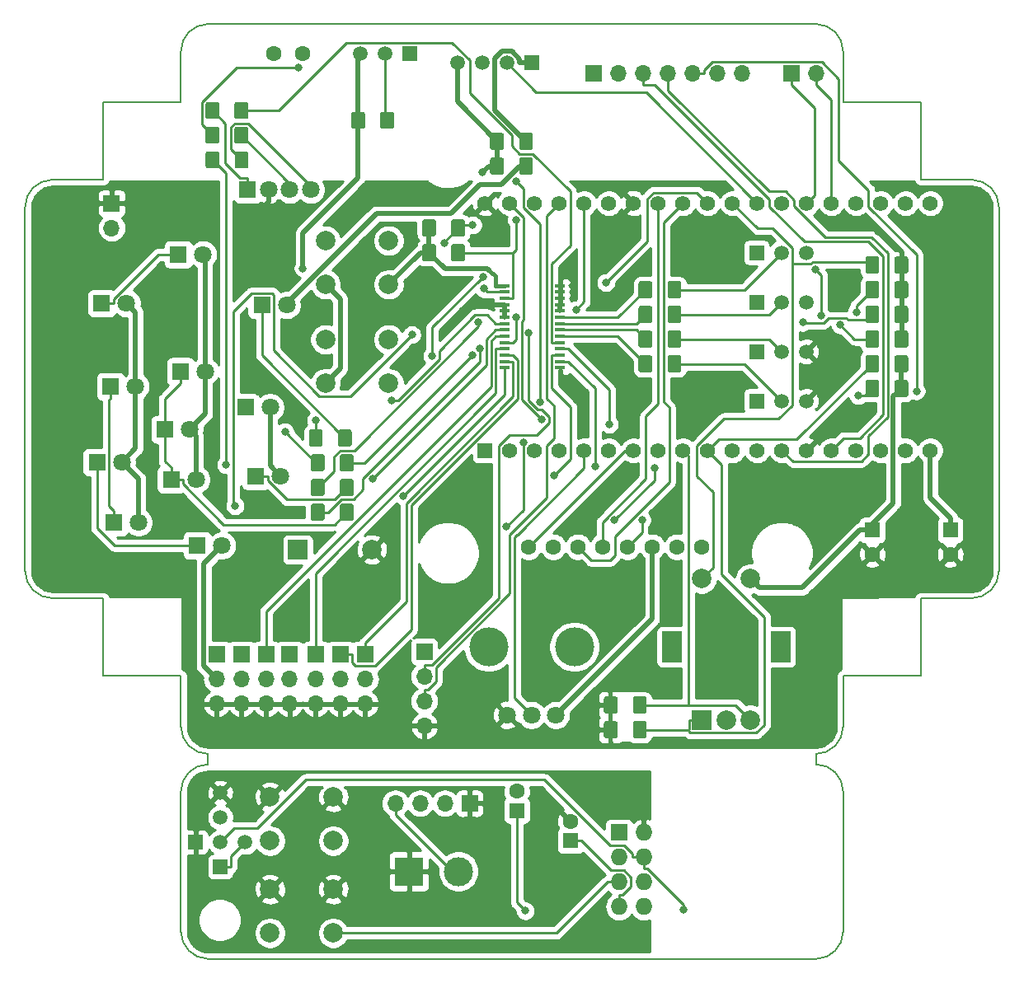
<source format=gbr>
G04 #@! TF.GenerationSoftware,KiCad,Pcbnew,(5.1.2)-1*
G04 #@! TF.CreationDate,2019-07-23T12:13:02+02:00*
G04 #@! TF.ProjectId,production,70726f64-7563-4746-996f-6e2e6b696361,rev?*
G04 #@! TF.SameCoordinates,Original*
G04 #@! TF.FileFunction,Copper,L2,Bot*
G04 #@! TF.FilePolarity,Positive*
%FSLAX46Y46*%
G04 Gerber Fmt 4.6, Leading zero omitted, Abs format (unit mm)*
G04 Created by KiCad (PCBNEW (5.1.2)-1) date 2019-07-23 12:13:02*
%MOMM*%
%LPD*%
G04 APERTURE LIST*
%ADD10C,0.150000*%
%ADD11C,1.500000*%
%ADD12R,1.500000X1.500000*%
%ADD13O,1.700000X1.700000*%
%ADD14R,1.700000X1.700000*%
%ADD15R,1.100000X0.400000*%
%ADD16C,1.425000*%
%ADD17C,1.800000*%
%ADD18R,1.800000X1.800000*%
%ADD19C,1.560000*%
%ADD20R,1.560000X1.560000*%
%ADD21C,1.600000*%
%ADD22R,1.600000X1.600000*%
%ADD23C,2.000000*%
%ADD24R,2.000000X2.000000*%
%ADD25C,4.000000*%
%ADD26R,2.000000X3.200000*%
%ADD27O,1.727200X1.727200*%
%ADD28R,1.727200X1.727200*%
%ADD29C,3.000000*%
%ADD30R,3.000000X3.000000*%
%ADD31C,0.800000*%
%ADD32C,0.500000*%
%ADD33C,0.399800*%
%ADD34C,0.250000*%
%ADD35C,0.254000*%
G04 APERTURE END LIST*
D10*
X45466000Y-97866200D02*
X45466000Y-98933000D01*
X107873800Y-97866200D02*
X107873800Y-98933000D01*
X126669800Y-79070200D02*
G75*
G02X123875800Y-81864200I-2794000J0D01*
G01*
X110667800Y-95072200D02*
G75*
G02X107873800Y-97866200I-2794000J0D01*
G01*
X45466000Y-97866200D02*
G75*
G02X42672000Y-95072200I0J2794000D01*
G01*
X29464000Y-81864200D02*
G75*
G02X26670000Y-79070200I0J2794000D01*
G01*
X26670000Y-41656000D02*
G75*
G02X29464000Y-38862000I2794000J0D01*
G01*
X42672000Y-25654000D02*
G75*
G02X45466000Y-22860000I2794000J0D01*
G01*
X107873800Y-22860000D02*
G75*
G02X110667800Y-25654000I0J-2794000D01*
G01*
X123876000Y-38862000D02*
G75*
G02X126670000Y-41656000I0J-2794000D01*
G01*
X126669800Y-79070200D02*
X126670000Y-41656000D01*
X118670000Y-81860000D02*
X123875800Y-81864200D01*
X118670000Y-89860000D02*
X118670000Y-81860000D01*
X110670000Y-89860000D02*
X118670000Y-89860000D01*
X110667800Y-95072200D02*
X110670000Y-89860000D01*
X42670000Y-89860000D02*
X42672000Y-95072200D01*
X34670000Y-89860000D02*
X42670000Y-89860000D01*
X34670000Y-81860000D02*
X34670000Y-89860000D01*
X29464000Y-81864200D02*
X34670000Y-81860000D01*
X26670000Y-41656000D02*
X26670000Y-79070200D01*
X118670000Y-38860000D02*
X123876000Y-38862000D01*
X118670000Y-30860000D02*
X118670000Y-38860000D01*
X110670000Y-30860000D02*
X118670000Y-30860000D01*
X110667800Y-25654000D02*
X110670000Y-30860000D01*
X45466000Y-22860000D02*
X107873800Y-22860000D01*
X34670000Y-38860000D02*
X29464000Y-38862000D01*
X34670000Y-30860000D02*
X34670000Y-38860000D01*
X42670000Y-30860000D02*
X34670000Y-30860000D01*
X42672000Y-25654000D02*
X42670000Y-30860000D01*
X110667800Y-116128800D02*
G75*
G02X107873800Y-118922800I-2794000J0D01*
G01*
X45466000Y-118922800D02*
G75*
G02X42672000Y-116128800I0J2794000D01*
G01*
X42672000Y-101727000D02*
G75*
G02X45466000Y-98933000I2794000J0D01*
G01*
X107873800Y-98933000D02*
G75*
G02X110667800Y-101727000I0J-2794000D01*
G01*
X42672000Y-116128800D02*
X42672000Y-101727000D01*
X107873800Y-118922800D02*
X45466000Y-118922800D01*
X110667800Y-101727000D02*
X110667800Y-116128800D01*
D11*
X46712000Y-101853000D03*
X46712000Y-104393000D03*
X46712000Y-106933000D03*
D12*
X46712000Y-109473000D03*
D13*
X67670000Y-94980000D03*
X67670000Y-92440000D03*
X67670000Y-89900000D03*
D14*
X67670000Y-87360000D03*
D13*
X35560000Y-43815000D03*
D14*
X35560000Y-41275000D03*
D11*
X71050000Y-26860000D03*
X73590000Y-26860000D03*
X76130000Y-26860000D03*
D12*
X78670000Y-26860000D03*
D15*
X75890000Y-49750000D03*
X75890000Y-50400000D03*
X75890000Y-51050000D03*
X75890000Y-51700000D03*
X75890000Y-52350000D03*
X75890000Y-53000000D03*
X75890000Y-53650000D03*
X75890000Y-54300000D03*
X75890000Y-54950000D03*
X75890000Y-55600000D03*
X75890000Y-56250000D03*
X75890000Y-56900000D03*
X75890000Y-57550000D03*
X75890000Y-58200000D03*
X81590000Y-58200000D03*
X81590000Y-57550000D03*
X81590000Y-56900000D03*
X81590000Y-56250000D03*
X81590000Y-55600000D03*
X81590000Y-54950000D03*
X81590000Y-54300000D03*
X81590000Y-53650000D03*
X81590000Y-53000000D03*
X81590000Y-52350000D03*
X81590000Y-51700000D03*
X81590000Y-51050000D03*
X81590000Y-50400000D03*
X81590000Y-49750000D03*
D10*
G36*
X46407004Y-35956204D02*
G01*
X46431273Y-35959804D01*
X46455071Y-35965765D01*
X46478171Y-35974030D01*
X46500349Y-35984520D01*
X46521393Y-35997133D01*
X46541098Y-36011747D01*
X46559277Y-36028223D01*
X46575753Y-36046402D01*
X46590367Y-36066107D01*
X46602980Y-36087151D01*
X46613470Y-36109329D01*
X46621735Y-36132429D01*
X46627696Y-36156227D01*
X46631296Y-36180496D01*
X46632500Y-36205000D01*
X46632500Y-37455000D01*
X46631296Y-37479504D01*
X46627696Y-37503773D01*
X46621735Y-37527571D01*
X46613470Y-37550671D01*
X46602980Y-37572849D01*
X46590367Y-37593893D01*
X46575753Y-37613598D01*
X46559277Y-37631777D01*
X46541098Y-37648253D01*
X46521393Y-37662867D01*
X46500349Y-37675480D01*
X46478171Y-37685970D01*
X46455071Y-37694235D01*
X46431273Y-37700196D01*
X46407004Y-37703796D01*
X46382500Y-37705000D01*
X45457500Y-37705000D01*
X45432996Y-37703796D01*
X45408727Y-37700196D01*
X45384929Y-37694235D01*
X45361829Y-37685970D01*
X45339651Y-37675480D01*
X45318607Y-37662867D01*
X45298902Y-37648253D01*
X45280723Y-37631777D01*
X45264247Y-37613598D01*
X45249633Y-37593893D01*
X45237020Y-37572849D01*
X45226530Y-37550671D01*
X45218265Y-37527571D01*
X45212304Y-37503773D01*
X45208704Y-37479504D01*
X45207500Y-37455000D01*
X45207500Y-36205000D01*
X45208704Y-36180496D01*
X45212304Y-36156227D01*
X45218265Y-36132429D01*
X45226530Y-36109329D01*
X45237020Y-36087151D01*
X45249633Y-36066107D01*
X45264247Y-36046402D01*
X45280723Y-36028223D01*
X45298902Y-36011747D01*
X45318607Y-35997133D01*
X45339651Y-35984520D01*
X45361829Y-35974030D01*
X45384929Y-35965765D01*
X45408727Y-35959804D01*
X45432996Y-35956204D01*
X45457500Y-35955000D01*
X46382500Y-35955000D01*
X46407004Y-35956204D01*
X46407004Y-35956204D01*
G37*
D16*
X45920000Y-36830000D03*
D10*
G36*
X49382004Y-35956204D02*
G01*
X49406273Y-35959804D01*
X49430071Y-35965765D01*
X49453171Y-35974030D01*
X49475349Y-35984520D01*
X49496393Y-35997133D01*
X49516098Y-36011747D01*
X49534277Y-36028223D01*
X49550753Y-36046402D01*
X49565367Y-36066107D01*
X49577980Y-36087151D01*
X49588470Y-36109329D01*
X49596735Y-36132429D01*
X49602696Y-36156227D01*
X49606296Y-36180496D01*
X49607500Y-36205000D01*
X49607500Y-37455000D01*
X49606296Y-37479504D01*
X49602696Y-37503773D01*
X49596735Y-37527571D01*
X49588470Y-37550671D01*
X49577980Y-37572849D01*
X49565367Y-37593893D01*
X49550753Y-37613598D01*
X49534277Y-37631777D01*
X49516098Y-37648253D01*
X49496393Y-37662867D01*
X49475349Y-37675480D01*
X49453171Y-37685970D01*
X49430071Y-37694235D01*
X49406273Y-37700196D01*
X49382004Y-37703796D01*
X49357500Y-37705000D01*
X48432500Y-37705000D01*
X48407996Y-37703796D01*
X48383727Y-37700196D01*
X48359929Y-37694235D01*
X48336829Y-37685970D01*
X48314651Y-37675480D01*
X48293607Y-37662867D01*
X48273902Y-37648253D01*
X48255723Y-37631777D01*
X48239247Y-37613598D01*
X48224633Y-37593893D01*
X48212020Y-37572849D01*
X48201530Y-37550671D01*
X48193265Y-37527571D01*
X48187304Y-37503773D01*
X48183704Y-37479504D01*
X48182500Y-37455000D01*
X48182500Y-36205000D01*
X48183704Y-36180496D01*
X48187304Y-36156227D01*
X48193265Y-36132429D01*
X48201530Y-36109329D01*
X48212020Y-36087151D01*
X48224633Y-36066107D01*
X48239247Y-36046402D01*
X48255723Y-36028223D01*
X48273902Y-36011747D01*
X48293607Y-35997133D01*
X48314651Y-35984520D01*
X48336829Y-35974030D01*
X48359929Y-35965765D01*
X48383727Y-35959804D01*
X48407996Y-35956204D01*
X48432500Y-35955000D01*
X49357500Y-35955000D01*
X49382004Y-35956204D01*
X49382004Y-35956204D01*
G37*
D16*
X48895000Y-36830000D03*
D10*
G36*
X61356504Y-31892204D02*
G01*
X61380773Y-31895804D01*
X61404571Y-31901765D01*
X61427671Y-31910030D01*
X61449849Y-31920520D01*
X61470893Y-31933133D01*
X61490598Y-31947747D01*
X61508777Y-31964223D01*
X61525253Y-31982402D01*
X61539867Y-32002107D01*
X61552480Y-32023151D01*
X61562970Y-32045329D01*
X61571235Y-32068429D01*
X61577196Y-32092227D01*
X61580796Y-32116496D01*
X61582000Y-32141000D01*
X61582000Y-33391000D01*
X61580796Y-33415504D01*
X61577196Y-33439773D01*
X61571235Y-33463571D01*
X61562970Y-33486671D01*
X61552480Y-33508849D01*
X61539867Y-33529893D01*
X61525253Y-33549598D01*
X61508777Y-33567777D01*
X61490598Y-33584253D01*
X61470893Y-33598867D01*
X61449849Y-33611480D01*
X61427671Y-33621970D01*
X61404571Y-33630235D01*
X61380773Y-33636196D01*
X61356504Y-33639796D01*
X61332000Y-33641000D01*
X60407000Y-33641000D01*
X60382496Y-33639796D01*
X60358227Y-33636196D01*
X60334429Y-33630235D01*
X60311329Y-33621970D01*
X60289151Y-33611480D01*
X60268107Y-33598867D01*
X60248402Y-33584253D01*
X60230223Y-33567777D01*
X60213747Y-33549598D01*
X60199133Y-33529893D01*
X60186520Y-33508849D01*
X60176030Y-33486671D01*
X60167765Y-33463571D01*
X60161804Y-33439773D01*
X60158204Y-33415504D01*
X60157000Y-33391000D01*
X60157000Y-32141000D01*
X60158204Y-32116496D01*
X60161804Y-32092227D01*
X60167765Y-32068429D01*
X60176030Y-32045329D01*
X60186520Y-32023151D01*
X60199133Y-32002107D01*
X60213747Y-31982402D01*
X60230223Y-31964223D01*
X60248402Y-31947747D01*
X60268107Y-31933133D01*
X60289151Y-31920520D01*
X60311329Y-31910030D01*
X60334429Y-31901765D01*
X60358227Y-31895804D01*
X60382496Y-31892204D01*
X60407000Y-31891000D01*
X61332000Y-31891000D01*
X61356504Y-31892204D01*
X61356504Y-31892204D01*
G37*
D16*
X60869500Y-32766000D03*
D10*
G36*
X64331504Y-31892204D02*
G01*
X64355773Y-31895804D01*
X64379571Y-31901765D01*
X64402671Y-31910030D01*
X64424849Y-31920520D01*
X64445893Y-31933133D01*
X64465598Y-31947747D01*
X64483777Y-31964223D01*
X64500253Y-31982402D01*
X64514867Y-32002107D01*
X64527480Y-32023151D01*
X64537970Y-32045329D01*
X64546235Y-32068429D01*
X64552196Y-32092227D01*
X64555796Y-32116496D01*
X64557000Y-32141000D01*
X64557000Y-33391000D01*
X64555796Y-33415504D01*
X64552196Y-33439773D01*
X64546235Y-33463571D01*
X64537970Y-33486671D01*
X64527480Y-33508849D01*
X64514867Y-33529893D01*
X64500253Y-33549598D01*
X64483777Y-33567777D01*
X64465598Y-33584253D01*
X64445893Y-33598867D01*
X64424849Y-33611480D01*
X64402671Y-33621970D01*
X64379571Y-33630235D01*
X64355773Y-33636196D01*
X64331504Y-33639796D01*
X64307000Y-33641000D01*
X63382000Y-33641000D01*
X63357496Y-33639796D01*
X63333227Y-33636196D01*
X63309429Y-33630235D01*
X63286329Y-33621970D01*
X63264151Y-33611480D01*
X63243107Y-33598867D01*
X63223402Y-33584253D01*
X63205223Y-33567777D01*
X63188747Y-33549598D01*
X63174133Y-33529893D01*
X63161520Y-33508849D01*
X63151030Y-33486671D01*
X63142765Y-33463571D01*
X63136804Y-33439773D01*
X63133204Y-33415504D01*
X63132000Y-33391000D01*
X63132000Y-32141000D01*
X63133204Y-32116496D01*
X63136804Y-32092227D01*
X63142765Y-32068429D01*
X63151030Y-32045329D01*
X63161520Y-32023151D01*
X63174133Y-32002107D01*
X63188747Y-31982402D01*
X63205223Y-31964223D01*
X63223402Y-31947747D01*
X63243107Y-31933133D01*
X63264151Y-31920520D01*
X63286329Y-31910030D01*
X63309429Y-31901765D01*
X63333227Y-31895804D01*
X63357496Y-31892204D01*
X63382000Y-31891000D01*
X64307000Y-31891000D01*
X64331504Y-31892204D01*
X64331504Y-31892204D01*
G37*
D16*
X63844500Y-32766000D03*
D10*
G36*
X46392004Y-33416204D02*
G01*
X46416273Y-33419804D01*
X46440071Y-33425765D01*
X46463171Y-33434030D01*
X46485349Y-33444520D01*
X46506393Y-33457133D01*
X46526098Y-33471747D01*
X46544277Y-33488223D01*
X46560753Y-33506402D01*
X46575367Y-33526107D01*
X46587980Y-33547151D01*
X46598470Y-33569329D01*
X46606735Y-33592429D01*
X46612696Y-33616227D01*
X46616296Y-33640496D01*
X46617500Y-33665000D01*
X46617500Y-34915000D01*
X46616296Y-34939504D01*
X46612696Y-34963773D01*
X46606735Y-34987571D01*
X46598470Y-35010671D01*
X46587980Y-35032849D01*
X46575367Y-35053893D01*
X46560753Y-35073598D01*
X46544277Y-35091777D01*
X46526098Y-35108253D01*
X46506393Y-35122867D01*
X46485349Y-35135480D01*
X46463171Y-35145970D01*
X46440071Y-35154235D01*
X46416273Y-35160196D01*
X46392004Y-35163796D01*
X46367500Y-35165000D01*
X45442500Y-35165000D01*
X45417996Y-35163796D01*
X45393727Y-35160196D01*
X45369929Y-35154235D01*
X45346829Y-35145970D01*
X45324651Y-35135480D01*
X45303607Y-35122867D01*
X45283902Y-35108253D01*
X45265723Y-35091777D01*
X45249247Y-35073598D01*
X45234633Y-35053893D01*
X45222020Y-35032849D01*
X45211530Y-35010671D01*
X45203265Y-34987571D01*
X45197304Y-34963773D01*
X45193704Y-34939504D01*
X45192500Y-34915000D01*
X45192500Y-33665000D01*
X45193704Y-33640496D01*
X45197304Y-33616227D01*
X45203265Y-33592429D01*
X45211530Y-33569329D01*
X45222020Y-33547151D01*
X45234633Y-33526107D01*
X45249247Y-33506402D01*
X45265723Y-33488223D01*
X45283902Y-33471747D01*
X45303607Y-33457133D01*
X45324651Y-33444520D01*
X45346829Y-33434030D01*
X45369929Y-33425765D01*
X45393727Y-33419804D01*
X45417996Y-33416204D01*
X45442500Y-33415000D01*
X46367500Y-33415000D01*
X46392004Y-33416204D01*
X46392004Y-33416204D01*
G37*
D16*
X45905000Y-34290000D03*
D10*
G36*
X49367004Y-33416204D02*
G01*
X49391273Y-33419804D01*
X49415071Y-33425765D01*
X49438171Y-33434030D01*
X49460349Y-33444520D01*
X49481393Y-33457133D01*
X49501098Y-33471747D01*
X49519277Y-33488223D01*
X49535753Y-33506402D01*
X49550367Y-33526107D01*
X49562980Y-33547151D01*
X49573470Y-33569329D01*
X49581735Y-33592429D01*
X49587696Y-33616227D01*
X49591296Y-33640496D01*
X49592500Y-33665000D01*
X49592500Y-34915000D01*
X49591296Y-34939504D01*
X49587696Y-34963773D01*
X49581735Y-34987571D01*
X49573470Y-35010671D01*
X49562980Y-35032849D01*
X49550367Y-35053893D01*
X49535753Y-35073598D01*
X49519277Y-35091777D01*
X49501098Y-35108253D01*
X49481393Y-35122867D01*
X49460349Y-35135480D01*
X49438171Y-35145970D01*
X49415071Y-35154235D01*
X49391273Y-35160196D01*
X49367004Y-35163796D01*
X49342500Y-35165000D01*
X48417500Y-35165000D01*
X48392996Y-35163796D01*
X48368727Y-35160196D01*
X48344929Y-35154235D01*
X48321829Y-35145970D01*
X48299651Y-35135480D01*
X48278607Y-35122867D01*
X48258902Y-35108253D01*
X48240723Y-35091777D01*
X48224247Y-35073598D01*
X48209633Y-35053893D01*
X48197020Y-35032849D01*
X48186530Y-35010671D01*
X48178265Y-34987571D01*
X48172304Y-34963773D01*
X48168704Y-34939504D01*
X48167500Y-34915000D01*
X48167500Y-33665000D01*
X48168704Y-33640496D01*
X48172304Y-33616227D01*
X48178265Y-33592429D01*
X48186530Y-33569329D01*
X48197020Y-33547151D01*
X48209633Y-33526107D01*
X48224247Y-33506402D01*
X48240723Y-33488223D01*
X48258902Y-33471747D01*
X48278607Y-33457133D01*
X48299651Y-33444520D01*
X48321829Y-33434030D01*
X48344929Y-33425765D01*
X48368727Y-33419804D01*
X48392996Y-33416204D01*
X48417500Y-33415000D01*
X49342500Y-33415000D01*
X49367004Y-33416204D01*
X49367004Y-33416204D01*
G37*
D16*
X48880000Y-34290000D03*
D10*
G36*
X49367004Y-30876204D02*
G01*
X49391273Y-30879804D01*
X49415071Y-30885765D01*
X49438171Y-30894030D01*
X49460349Y-30904520D01*
X49481393Y-30917133D01*
X49501098Y-30931747D01*
X49519277Y-30948223D01*
X49535753Y-30966402D01*
X49550367Y-30986107D01*
X49562980Y-31007151D01*
X49573470Y-31029329D01*
X49581735Y-31052429D01*
X49587696Y-31076227D01*
X49591296Y-31100496D01*
X49592500Y-31125000D01*
X49592500Y-32375000D01*
X49591296Y-32399504D01*
X49587696Y-32423773D01*
X49581735Y-32447571D01*
X49573470Y-32470671D01*
X49562980Y-32492849D01*
X49550367Y-32513893D01*
X49535753Y-32533598D01*
X49519277Y-32551777D01*
X49501098Y-32568253D01*
X49481393Y-32582867D01*
X49460349Y-32595480D01*
X49438171Y-32605970D01*
X49415071Y-32614235D01*
X49391273Y-32620196D01*
X49367004Y-32623796D01*
X49342500Y-32625000D01*
X48417500Y-32625000D01*
X48392996Y-32623796D01*
X48368727Y-32620196D01*
X48344929Y-32614235D01*
X48321829Y-32605970D01*
X48299651Y-32595480D01*
X48278607Y-32582867D01*
X48258902Y-32568253D01*
X48240723Y-32551777D01*
X48224247Y-32533598D01*
X48209633Y-32513893D01*
X48197020Y-32492849D01*
X48186530Y-32470671D01*
X48178265Y-32447571D01*
X48172304Y-32423773D01*
X48168704Y-32399504D01*
X48167500Y-32375000D01*
X48167500Y-31125000D01*
X48168704Y-31100496D01*
X48172304Y-31076227D01*
X48178265Y-31052429D01*
X48186530Y-31029329D01*
X48197020Y-31007151D01*
X48209633Y-30986107D01*
X48224247Y-30966402D01*
X48240723Y-30948223D01*
X48258902Y-30931747D01*
X48278607Y-30917133D01*
X48299651Y-30904520D01*
X48321829Y-30894030D01*
X48344929Y-30885765D01*
X48368727Y-30879804D01*
X48392996Y-30876204D01*
X48417500Y-30875000D01*
X49342500Y-30875000D01*
X49367004Y-30876204D01*
X49367004Y-30876204D01*
G37*
D16*
X48880000Y-31750000D03*
D10*
G36*
X46392004Y-30876204D02*
G01*
X46416273Y-30879804D01*
X46440071Y-30885765D01*
X46463171Y-30894030D01*
X46485349Y-30904520D01*
X46506393Y-30917133D01*
X46526098Y-30931747D01*
X46544277Y-30948223D01*
X46560753Y-30966402D01*
X46575367Y-30986107D01*
X46587980Y-31007151D01*
X46598470Y-31029329D01*
X46606735Y-31052429D01*
X46612696Y-31076227D01*
X46616296Y-31100496D01*
X46617500Y-31125000D01*
X46617500Y-32375000D01*
X46616296Y-32399504D01*
X46612696Y-32423773D01*
X46606735Y-32447571D01*
X46598470Y-32470671D01*
X46587980Y-32492849D01*
X46575367Y-32513893D01*
X46560753Y-32533598D01*
X46544277Y-32551777D01*
X46526098Y-32568253D01*
X46506393Y-32582867D01*
X46485349Y-32595480D01*
X46463171Y-32605970D01*
X46440071Y-32614235D01*
X46416273Y-32620196D01*
X46392004Y-32623796D01*
X46367500Y-32625000D01*
X45442500Y-32625000D01*
X45417996Y-32623796D01*
X45393727Y-32620196D01*
X45369929Y-32614235D01*
X45346829Y-32605970D01*
X45324651Y-32595480D01*
X45303607Y-32582867D01*
X45283902Y-32568253D01*
X45265723Y-32551777D01*
X45249247Y-32533598D01*
X45234633Y-32513893D01*
X45222020Y-32492849D01*
X45211530Y-32470671D01*
X45203265Y-32447571D01*
X45197304Y-32423773D01*
X45193704Y-32399504D01*
X45192500Y-32375000D01*
X45192500Y-31125000D01*
X45193704Y-31100496D01*
X45197304Y-31076227D01*
X45203265Y-31052429D01*
X45211530Y-31029329D01*
X45222020Y-31007151D01*
X45234633Y-30986107D01*
X45249247Y-30966402D01*
X45265723Y-30948223D01*
X45283902Y-30931747D01*
X45303607Y-30917133D01*
X45324651Y-30904520D01*
X45346829Y-30894030D01*
X45369929Y-30885765D01*
X45393727Y-30879804D01*
X45417996Y-30876204D01*
X45442500Y-30875000D01*
X46367500Y-30875000D01*
X46392004Y-30876204D01*
X46392004Y-30876204D01*
G37*
D16*
X45905000Y-31750000D03*
D10*
G36*
X71607004Y-45481204D02*
G01*
X71631273Y-45484804D01*
X71655071Y-45490765D01*
X71678171Y-45499030D01*
X71700349Y-45509520D01*
X71721393Y-45522133D01*
X71741098Y-45536747D01*
X71759277Y-45553223D01*
X71775753Y-45571402D01*
X71790367Y-45591107D01*
X71802980Y-45612151D01*
X71813470Y-45634329D01*
X71821735Y-45657429D01*
X71827696Y-45681227D01*
X71831296Y-45705496D01*
X71832500Y-45730000D01*
X71832500Y-46980000D01*
X71831296Y-47004504D01*
X71827696Y-47028773D01*
X71821735Y-47052571D01*
X71813470Y-47075671D01*
X71802980Y-47097849D01*
X71790367Y-47118893D01*
X71775753Y-47138598D01*
X71759277Y-47156777D01*
X71741098Y-47173253D01*
X71721393Y-47187867D01*
X71700349Y-47200480D01*
X71678171Y-47210970D01*
X71655071Y-47219235D01*
X71631273Y-47225196D01*
X71607004Y-47228796D01*
X71582500Y-47230000D01*
X70657500Y-47230000D01*
X70632996Y-47228796D01*
X70608727Y-47225196D01*
X70584929Y-47219235D01*
X70561829Y-47210970D01*
X70539651Y-47200480D01*
X70518607Y-47187867D01*
X70498902Y-47173253D01*
X70480723Y-47156777D01*
X70464247Y-47138598D01*
X70449633Y-47118893D01*
X70437020Y-47097849D01*
X70426530Y-47075671D01*
X70418265Y-47052571D01*
X70412304Y-47028773D01*
X70408704Y-47004504D01*
X70407500Y-46980000D01*
X70407500Y-45730000D01*
X70408704Y-45705496D01*
X70412304Y-45681227D01*
X70418265Y-45657429D01*
X70426530Y-45634329D01*
X70437020Y-45612151D01*
X70449633Y-45591107D01*
X70464247Y-45571402D01*
X70480723Y-45553223D01*
X70498902Y-45536747D01*
X70518607Y-45522133D01*
X70539651Y-45509520D01*
X70561829Y-45499030D01*
X70584929Y-45490765D01*
X70608727Y-45484804D01*
X70632996Y-45481204D01*
X70657500Y-45480000D01*
X71582500Y-45480000D01*
X71607004Y-45481204D01*
X71607004Y-45481204D01*
G37*
D16*
X71120000Y-46355000D03*
D10*
G36*
X68632004Y-45481204D02*
G01*
X68656273Y-45484804D01*
X68680071Y-45490765D01*
X68703171Y-45499030D01*
X68725349Y-45509520D01*
X68746393Y-45522133D01*
X68766098Y-45536747D01*
X68784277Y-45553223D01*
X68800753Y-45571402D01*
X68815367Y-45591107D01*
X68827980Y-45612151D01*
X68838470Y-45634329D01*
X68846735Y-45657429D01*
X68852696Y-45681227D01*
X68856296Y-45705496D01*
X68857500Y-45730000D01*
X68857500Y-46980000D01*
X68856296Y-47004504D01*
X68852696Y-47028773D01*
X68846735Y-47052571D01*
X68838470Y-47075671D01*
X68827980Y-47097849D01*
X68815367Y-47118893D01*
X68800753Y-47138598D01*
X68784277Y-47156777D01*
X68766098Y-47173253D01*
X68746393Y-47187867D01*
X68725349Y-47200480D01*
X68703171Y-47210970D01*
X68680071Y-47219235D01*
X68656273Y-47225196D01*
X68632004Y-47228796D01*
X68607500Y-47230000D01*
X67682500Y-47230000D01*
X67657996Y-47228796D01*
X67633727Y-47225196D01*
X67609929Y-47219235D01*
X67586829Y-47210970D01*
X67564651Y-47200480D01*
X67543607Y-47187867D01*
X67523902Y-47173253D01*
X67505723Y-47156777D01*
X67489247Y-47138598D01*
X67474633Y-47118893D01*
X67462020Y-47097849D01*
X67451530Y-47075671D01*
X67443265Y-47052571D01*
X67437304Y-47028773D01*
X67433704Y-47004504D01*
X67432500Y-46980000D01*
X67432500Y-45730000D01*
X67433704Y-45705496D01*
X67437304Y-45681227D01*
X67443265Y-45657429D01*
X67451530Y-45634329D01*
X67462020Y-45612151D01*
X67474633Y-45591107D01*
X67489247Y-45571402D01*
X67505723Y-45553223D01*
X67523902Y-45536747D01*
X67543607Y-45522133D01*
X67564651Y-45509520D01*
X67586829Y-45499030D01*
X67609929Y-45490765D01*
X67633727Y-45484804D01*
X67657996Y-45481204D01*
X67682500Y-45480000D01*
X68607500Y-45480000D01*
X68632004Y-45481204D01*
X68632004Y-45481204D01*
G37*
D16*
X68145000Y-46355000D03*
D10*
G36*
X71607004Y-42941204D02*
G01*
X71631273Y-42944804D01*
X71655071Y-42950765D01*
X71678171Y-42959030D01*
X71700349Y-42969520D01*
X71721393Y-42982133D01*
X71741098Y-42996747D01*
X71759277Y-43013223D01*
X71775753Y-43031402D01*
X71790367Y-43051107D01*
X71802980Y-43072151D01*
X71813470Y-43094329D01*
X71821735Y-43117429D01*
X71827696Y-43141227D01*
X71831296Y-43165496D01*
X71832500Y-43190000D01*
X71832500Y-44440000D01*
X71831296Y-44464504D01*
X71827696Y-44488773D01*
X71821735Y-44512571D01*
X71813470Y-44535671D01*
X71802980Y-44557849D01*
X71790367Y-44578893D01*
X71775753Y-44598598D01*
X71759277Y-44616777D01*
X71741098Y-44633253D01*
X71721393Y-44647867D01*
X71700349Y-44660480D01*
X71678171Y-44670970D01*
X71655071Y-44679235D01*
X71631273Y-44685196D01*
X71607004Y-44688796D01*
X71582500Y-44690000D01*
X70657500Y-44690000D01*
X70632996Y-44688796D01*
X70608727Y-44685196D01*
X70584929Y-44679235D01*
X70561829Y-44670970D01*
X70539651Y-44660480D01*
X70518607Y-44647867D01*
X70498902Y-44633253D01*
X70480723Y-44616777D01*
X70464247Y-44598598D01*
X70449633Y-44578893D01*
X70437020Y-44557849D01*
X70426530Y-44535671D01*
X70418265Y-44512571D01*
X70412304Y-44488773D01*
X70408704Y-44464504D01*
X70407500Y-44440000D01*
X70407500Y-43190000D01*
X70408704Y-43165496D01*
X70412304Y-43141227D01*
X70418265Y-43117429D01*
X70426530Y-43094329D01*
X70437020Y-43072151D01*
X70449633Y-43051107D01*
X70464247Y-43031402D01*
X70480723Y-43013223D01*
X70498902Y-42996747D01*
X70518607Y-42982133D01*
X70539651Y-42969520D01*
X70561829Y-42959030D01*
X70584929Y-42950765D01*
X70608727Y-42944804D01*
X70632996Y-42941204D01*
X70657500Y-42940000D01*
X71582500Y-42940000D01*
X71607004Y-42941204D01*
X71607004Y-42941204D01*
G37*
D16*
X71120000Y-43815000D03*
D10*
G36*
X68632004Y-42941204D02*
G01*
X68656273Y-42944804D01*
X68680071Y-42950765D01*
X68703171Y-42959030D01*
X68725349Y-42969520D01*
X68746393Y-42982133D01*
X68766098Y-42996747D01*
X68784277Y-43013223D01*
X68800753Y-43031402D01*
X68815367Y-43051107D01*
X68827980Y-43072151D01*
X68838470Y-43094329D01*
X68846735Y-43117429D01*
X68852696Y-43141227D01*
X68856296Y-43165496D01*
X68857500Y-43190000D01*
X68857500Y-44440000D01*
X68856296Y-44464504D01*
X68852696Y-44488773D01*
X68846735Y-44512571D01*
X68838470Y-44535671D01*
X68827980Y-44557849D01*
X68815367Y-44578893D01*
X68800753Y-44598598D01*
X68784277Y-44616777D01*
X68766098Y-44633253D01*
X68746393Y-44647867D01*
X68725349Y-44660480D01*
X68703171Y-44670970D01*
X68680071Y-44679235D01*
X68656273Y-44685196D01*
X68632004Y-44688796D01*
X68607500Y-44690000D01*
X67682500Y-44690000D01*
X67657996Y-44688796D01*
X67633727Y-44685196D01*
X67609929Y-44679235D01*
X67586829Y-44670970D01*
X67564651Y-44660480D01*
X67543607Y-44647867D01*
X67523902Y-44633253D01*
X67505723Y-44616777D01*
X67489247Y-44598598D01*
X67474633Y-44578893D01*
X67462020Y-44557849D01*
X67451530Y-44535671D01*
X67443265Y-44512571D01*
X67437304Y-44488773D01*
X67433704Y-44464504D01*
X67432500Y-44440000D01*
X67432500Y-43190000D01*
X67433704Y-43165496D01*
X67437304Y-43141227D01*
X67443265Y-43117429D01*
X67451530Y-43094329D01*
X67462020Y-43072151D01*
X67474633Y-43051107D01*
X67489247Y-43031402D01*
X67505723Y-43013223D01*
X67523902Y-42996747D01*
X67543607Y-42982133D01*
X67564651Y-42969520D01*
X67586829Y-42959030D01*
X67609929Y-42950765D01*
X67633727Y-42944804D01*
X67657996Y-42941204D01*
X67682500Y-42940000D01*
X68607500Y-42940000D01*
X68632004Y-42941204D01*
X68632004Y-42941204D01*
G37*
D16*
X68145000Y-43815000D03*
D10*
G36*
X57202004Y-72151204D02*
G01*
X57226273Y-72154804D01*
X57250071Y-72160765D01*
X57273171Y-72169030D01*
X57295349Y-72179520D01*
X57316393Y-72192133D01*
X57336098Y-72206747D01*
X57354277Y-72223223D01*
X57370753Y-72241402D01*
X57385367Y-72261107D01*
X57397980Y-72282151D01*
X57408470Y-72304329D01*
X57416735Y-72327429D01*
X57422696Y-72351227D01*
X57426296Y-72375496D01*
X57427500Y-72400000D01*
X57427500Y-73650000D01*
X57426296Y-73674504D01*
X57422696Y-73698773D01*
X57416735Y-73722571D01*
X57408470Y-73745671D01*
X57397980Y-73767849D01*
X57385367Y-73788893D01*
X57370753Y-73808598D01*
X57354277Y-73826777D01*
X57336098Y-73843253D01*
X57316393Y-73857867D01*
X57295349Y-73870480D01*
X57273171Y-73880970D01*
X57250071Y-73889235D01*
X57226273Y-73895196D01*
X57202004Y-73898796D01*
X57177500Y-73900000D01*
X56252500Y-73900000D01*
X56227996Y-73898796D01*
X56203727Y-73895196D01*
X56179929Y-73889235D01*
X56156829Y-73880970D01*
X56134651Y-73870480D01*
X56113607Y-73857867D01*
X56093902Y-73843253D01*
X56075723Y-73826777D01*
X56059247Y-73808598D01*
X56044633Y-73788893D01*
X56032020Y-73767849D01*
X56021530Y-73745671D01*
X56013265Y-73722571D01*
X56007304Y-73698773D01*
X56003704Y-73674504D01*
X56002500Y-73650000D01*
X56002500Y-72400000D01*
X56003704Y-72375496D01*
X56007304Y-72351227D01*
X56013265Y-72327429D01*
X56021530Y-72304329D01*
X56032020Y-72282151D01*
X56044633Y-72261107D01*
X56059247Y-72241402D01*
X56075723Y-72223223D01*
X56093902Y-72206747D01*
X56113607Y-72192133D01*
X56134651Y-72179520D01*
X56156829Y-72169030D01*
X56179929Y-72160765D01*
X56203727Y-72154804D01*
X56227996Y-72151204D01*
X56252500Y-72150000D01*
X57177500Y-72150000D01*
X57202004Y-72151204D01*
X57202004Y-72151204D01*
G37*
D16*
X56715000Y-73025000D03*
D10*
G36*
X60177004Y-72151204D02*
G01*
X60201273Y-72154804D01*
X60225071Y-72160765D01*
X60248171Y-72169030D01*
X60270349Y-72179520D01*
X60291393Y-72192133D01*
X60311098Y-72206747D01*
X60329277Y-72223223D01*
X60345753Y-72241402D01*
X60360367Y-72261107D01*
X60372980Y-72282151D01*
X60383470Y-72304329D01*
X60391735Y-72327429D01*
X60397696Y-72351227D01*
X60401296Y-72375496D01*
X60402500Y-72400000D01*
X60402500Y-73650000D01*
X60401296Y-73674504D01*
X60397696Y-73698773D01*
X60391735Y-73722571D01*
X60383470Y-73745671D01*
X60372980Y-73767849D01*
X60360367Y-73788893D01*
X60345753Y-73808598D01*
X60329277Y-73826777D01*
X60311098Y-73843253D01*
X60291393Y-73857867D01*
X60270349Y-73870480D01*
X60248171Y-73880970D01*
X60225071Y-73889235D01*
X60201273Y-73895196D01*
X60177004Y-73898796D01*
X60152500Y-73900000D01*
X59227500Y-73900000D01*
X59202996Y-73898796D01*
X59178727Y-73895196D01*
X59154929Y-73889235D01*
X59131829Y-73880970D01*
X59109651Y-73870480D01*
X59088607Y-73857867D01*
X59068902Y-73843253D01*
X59050723Y-73826777D01*
X59034247Y-73808598D01*
X59019633Y-73788893D01*
X59007020Y-73767849D01*
X58996530Y-73745671D01*
X58988265Y-73722571D01*
X58982304Y-73698773D01*
X58978704Y-73674504D01*
X58977500Y-73650000D01*
X58977500Y-72400000D01*
X58978704Y-72375496D01*
X58982304Y-72351227D01*
X58988265Y-72327429D01*
X58996530Y-72304329D01*
X59007020Y-72282151D01*
X59019633Y-72261107D01*
X59034247Y-72241402D01*
X59050723Y-72223223D01*
X59068902Y-72206747D01*
X59088607Y-72192133D01*
X59109651Y-72179520D01*
X59131829Y-72169030D01*
X59154929Y-72160765D01*
X59178727Y-72154804D01*
X59202996Y-72151204D01*
X59227500Y-72150000D01*
X60152500Y-72150000D01*
X60177004Y-72151204D01*
X60177004Y-72151204D01*
G37*
D16*
X59690000Y-73025000D03*
D10*
G36*
X57202004Y-69611204D02*
G01*
X57226273Y-69614804D01*
X57250071Y-69620765D01*
X57273171Y-69629030D01*
X57295349Y-69639520D01*
X57316393Y-69652133D01*
X57336098Y-69666747D01*
X57354277Y-69683223D01*
X57370753Y-69701402D01*
X57385367Y-69721107D01*
X57397980Y-69742151D01*
X57408470Y-69764329D01*
X57416735Y-69787429D01*
X57422696Y-69811227D01*
X57426296Y-69835496D01*
X57427500Y-69860000D01*
X57427500Y-71110000D01*
X57426296Y-71134504D01*
X57422696Y-71158773D01*
X57416735Y-71182571D01*
X57408470Y-71205671D01*
X57397980Y-71227849D01*
X57385367Y-71248893D01*
X57370753Y-71268598D01*
X57354277Y-71286777D01*
X57336098Y-71303253D01*
X57316393Y-71317867D01*
X57295349Y-71330480D01*
X57273171Y-71340970D01*
X57250071Y-71349235D01*
X57226273Y-71355196D01*
X57202004Y-71358796D01*
X57177500Y-71360000D01*
X56252500Y-71360000D01*
X56227996Y-71358796D01*
X56203727Y-71355196D01*
X56179929Y-71349235D01*
X56156829Y-71340970D01*
X56134651Y-71330480D01*
X56113607Y-71317867D01*
X56093902Y-71303253D01*
X56075723Y-71286777D01*
X56059247Y-71268598D01*
X56044633Y-71248893D01*
X56032020Y-71227849D01*
X56021530Y-71205671D01*
X56013265Y-71182571D01*
X56007304Y-71158773D01*
X56003704Y-71134504D01*
X56002500Y-71110000D01*
X56002500Y-69860000D01*
X56003704Y-69835496D01*
X56007304Y-69811227D01*
X56013265Y-69787429D01*
X56021530Y-69764329D01*
X56032020Y-69742151D01*
X56044633Y-69721107D01*
X56059247Y-69701402D01*
X56075723Y-69683223D01*
X56093902Y-69666747D01*
X56113607Y-69652133D01*
X56134651Y-69639520D01*
X56156829Y-69629030D01*
X56179929Y-69620765D01*
X56203727Y-69614804D01*
X56227996Y-69611204D01*
X56252500Y-69610000D01*
X57177500Y-69610000D01*
X57202004Y-69611204D01*
X57202004Y-69611204D01*
G37*
D16*
X56715000Y-70485000D03*
D10*
G36*
X60177004Y-69611204D02*
G01*
X60201273Y-69614804D01*
X60225071Y-69620765D01*
X60248171Y-69629030D01*
X60270349Y-69639520D01*
X60291393Y-69652133D01*
X60311098Y-69666747D01*
X60329277Y-69683223D01*
X60345753Y-69701402D01*
X60360367Y-69721107D01*
X60372980Y-69742151D01*
X60383470Y-69764329D01*
X60391735Y-69787429D01*
X60397696Y-69811227D01*
X60401296Y-69835496D01*
X60402500Y-69860000D01*
X60402500Y-71110000D01*
X60401296Y-71134504D01*
X60397696Y-71158773D01*
X60391735Y-71182571D01*
X60383470Y-71205671D01*
X60372980Y-71227849D01*
X60360367Y-71248893D01*
X60345753Y-71268598D01*
X60329277Y-71286777D01*
X60311098Y-71303253D01*
X60291393Y-71317867D01*
X60270349Y-71330480D01*
X60248171Y-71340970D01*
X60225071Y-71349235D01*
X60201273Y-71355196D01*
X60177004Y-71358796D01*
X60152500Y-71360000D01*
X59227500Y-71360000D01*
X59202996Y-71358796D01*
X59178727Y-71355196D01*
X59154929Y-71349235D01*
X59131829Y-71340970D01*
X59109651Y-71330480D01*
X59088607Y-71317867D01*
X59068902Y-71303253D01*
X59050723Y-71286777D01*
X59034247Y-71268598D01*
X59019633Y-71248893D01*
X59007020Y-71227849D01*
X58996530Y-71205671D01*
X58988265Y-71182571D01*
X58982304Y-71158773D01*
X58978704Y-71134504D01*
X58977500Y-71110000D01*
X58977500Y-69860000D01*
X58978704Y-69835496D01*
X58982304Y-69811227D01*
X58988265Y-69787429D01*
X58996530Y-69764329D01*
X59007020Y-69742151D01*
X59019633Y-69721107D01*
X59034247Y-69701402D01*
X59050723Y-69683223D01*
X59068902Y-69666747D01*
X59088607Y-69652133D01*
X59109651Y-69639520D01*
X59131829Y-69629030D01*
X59154929Y-69620765D01*
X59178727Y-69614804D01*
X59202996Y-69611204D01*
X59227500Y-69610000D01*
X60152500Y-69610000D01*
X60177004Y-69611204D01*
X60177004Y-69611204D01*
G37*
D16*
X59690000Y-70485000D03*
D10*
G36*
X60177004Y-67071204D02*
G01*
X60201273Y-67074804D01*
X60225071Y-67080765D01*
X60248171Y-67089030D01*
X60270349Y-67099520D01*
X60291393Y-67112133D01*
X60311098Y-67126747D01*
X60329277Y-67143223D01*
X60345753Y-67161402D01*
X60360367Y-67181107D01*
X60372980Y-67202151D01*
X60383470Y-67224329D01*
X60391735Y-67247429D01*
X60397696Y-67271227D01*
X60401296Y-67295496D01*
X60402500Y-67320000D01*
X60402500Y-68570000D01*
X60401296Y-68594504D01*
X60397696Y-68618773D01*
X60391735Y-68642571D01*
X60383470Y-68665671D01*
X60372980Y-68687849D01*
X60360367Y-68708893D01*
X60345753Y-68728598D01*
X60329277Y-68746777D01*
X60311098Y-68763253D01*
X60291393Y-68777867D01*
X60270349Y-68790480D01*
X60248171Y-68800970D01*
X60225071Y-68809235D01*
X60201273Y-68815196D01*
X60177004Y-68818796D01*
X60152500Y-68820000D01*
X59227500Y-68820000D01*
X59202996Y-68818796D01*
X59178727Y-68815196D01*
X59154929Y-68809235D01*
X59131829Y-68800970D01*
X59109651Y-68790480D01*
X59088607Y-68777867D01*
X59068902Y-68763253D01*
X59050723Y-68746777D01*
X59034247Y-68728598D01*
X59019633Y-68708893D01*
X59007020Y-68687849D01*
X58996530Y-68665671D01*
X58988265Y-68642571D01*
X58982304Y-68618773D01*
X58978704Y-68594504D01*
X58977500Y-68570000D01*
X58977500Y-67320000D01*
X58978704Y-67295496D01*
X58982304Y-67271227D01*
X58988265Y-67247429D01*
X58996530Y-67224329D01*
X59007020Y-67202151D01*
X59019633Y-67181107D01*
X59034247Y-67161402D01*
X59050723Y-67143223D01*
X59068902Y-67126747D01*
X59088607Y-67112133D01*
X59109651Y-67099520D01*
X59131829Y-67089030D01*
X59154929Y-67080765D01*
X59178727Y-67074804D01*
X59202996Y-67071204D01*
X59227500Y-67070000D01*
X60152500Y-67070000D01*
X60177004Y-67071204D01*
X60177004Y-67071204D01*
G37*
D16*
X59690000Y-67945000D03*
D10*
G36*
X57202004Y-67071204D02*
G01*
X57226273Y-67074804D01*
X57250071Y-67080765D01*
X57273171Y-67089030D01*
X57295349Y-67099520D01*
X57316393Y-67112133D01*
X57336098Y-67126747D01*
X57354277Y-67143223D01*
X57370753Y-67161402D01*
X57385367Y-67181107D01*
X57397980Y-67202151D01*
X57408470Y-67224329D01*
X57416735Y-67247429D01*
X57422696Y-67271227D01*
X57426296Y-67295496D01*
X57427500Y-67320000D01*
X57427500Y-68570000D01*
X57426296Y-68594504D01*
X57422696Y-68618773D01*
X57416735Y-68642571D01*
X57408470Y-68665671D01*
X57397980Y-68687849D01*
X57385367Y-68708893D01*
X57370753Y-68728598D01*
X57354277Y-68746777D01*
X57336098Y-68763253D01*
X57316393Y-68777867D01*
X57295349Y-68790480D01*
X57273171Y-68800970D01*
X57250071Y-68809235D01*
X57226273Y-68815196D01*
X57202004Y-68818796D01*
X57177500Y-68820000D01*
X56252500Y-68820000D01*
X56227996Y-68818796D01*
X56203727Y-68815196D01*
X56179929Y-68809235D01*
X56156829Y-68800970D01*
X56134651Y-68790480D01*
X56113607Y-68777867D01*
X56093902Y-68763253D01*
X56075723Y-68746777D01*
X56059247Y-68728598D01*
X56044633Y-68708893D01*
X56032020Y-68687849D01*
X56021530Y-68665671D01*
X56013265Y-68642571D01*
X56007304Y-68618773D01*
X56003704Y-68594504D01*
X56002500Y-68570000D01*
X56002500Y-67320000D01*
X56003704Y-67295496D01*
X56007304Y-67271227D01*
X56013265Y-67247429D01*
X56021530Y-67224329D01*
X56032020Y-67202151D01*
X56044633Y-67181107D01*
X56059247Y-67161402D01*
X56075723Y-67143223D01*
X56093902Y-67126747D01*
X56113607Y-67112133D01*
X56134651Y-67099520D01*
X56156829Y-67089030D01*
X56179929Y-67080765D01*
X56203727Y-67074804D01*
X56227996Y-67071204D01*
X56252500Y-67070000D01*
X57177500Y-67070000D01*
X57202004Y-67071204D01*
X57202004Y-67071204D01*
G37*
D16*
X56715000Y-67945000D03*
D10*
G36*
X57002004Y-64531204D02*
G01*
X57026273Y-64534804D01*
X57050071Y-64540765D01*
X57073171Y-64549030D01*
X57095349Y-64559520D01*
X57116393Y-64572133D01*
X57136098Y-64586747D01*
X57154277Y-64603223D01*
X57170753Y-64621402D01*
X57185367Y-64641107D01*
X57197980Y-64662151D01*
X57208470Y-64684329D01*
X57216735Y-64707429D01*
X57222696Y-64731227D01*
X57226296Y-64755496D01*
X57227500Y-64780000D01*
X57227500Y-66030000D01*
X57226296Y-66054504D01*
X57222696Y-66078773D01*
X57216735Y-66102571D01*
X57208470Y-66125671D01*
X57197980Y-66147849D01*
X57185367Y-66168893D01*
X57170753Y-66188598D01*
X57154277Y-66206777D01*
X57136098Y-66223253D01*
X57116393Y-66237867D01*
X57095349Y-66250480D01*
X57073171Y-66260970D01*
X57050071Y-66269235D01*
X57026273Y-66275196D01*
X57002004Y-66278796D01*
X56977500Y-66280000D01*
X56052500Y-66280000D01*
X56027996Y-66278796D01*
X56003727Y-66275196D01*
X55979929Y-66269235D01*
X55956829Y-66260970D01*
X55934651Y-66250480D01*
X55913607Y-66237867D01*
X55893902Y-66223253D01*
X55875723Y-66206777D01*
X55859247Y-66188598D01*
X55844633Y-66168893D01*
X55832020Y-66147849D01*
X55821530Y-66125671D01*
X55813265Y-66102571D01*
X55807304Y-66078773D01*
X55803704Y-66054504D01*
X55802500Y-66030000D01*
X55802500Y-64780000D01*
X55803704Y-64755496D01*
X55807304Y-64731227D01*
X55813265Y-64707429D01*
X55821530Y-64684329D01*
X55832020Y-64662151D01*
X55844633Y-64641107D01*
X55859247Y-64621402D01*
X55875723Y-64603223D01*
X55893902Y-64586747D01*
X55913607Y-64572133D01*
X55934651Y-64559520D01*
X55956829Y-64549030D01*
X55979929Y-64540765D01*
X56003727Y-64534804D01*
X56027996Y-64531204D01*
X56052500Y-64530000D01*
X56977500Y-64530000D01*
X57002004Y-64531204D01*
X57002004Y-64531204D01*
G37*
D16*
X56515000Y-65405000D03*
D10*
G36*
X59977004Y-64531204D02*
G01*
X60001273Y-64534804D01*
X60025071Y-64540765D01*
X60048171Y-64549030D01*
X60070349Y-64559520D01*
X60091393Y-64572133D01*
X60111098Y-64586747D01*
X60129277Y-64603223D01*
X60145753Y-64621402D01*
X60160367Y-64641107D01*
X60172980Y-64662151D01*
X60183470Y-64684329D01*
X60191735Y-64707429D01*
X60197696Y-64731227D01*
X60201296Y-64755496D01*
X60202500Y-64780000D01*
X60202500Y-66030000D01*
X60201296Y-66054504D01*
X60197696Y-66078773D01*
X60191735Y-66102571D01*
X60183470Y-66125671D01*
X60172980Y-66147849D01*
X60160367Y-66168893D01*
X60145753Y-66188598D01*
X60129277Y-66206777D01*
X60111098Y-66223253D01*
X60091393Y-66237867D01*
X60070349Y-66250480D01*
X60048171Y-66260970D01*
X60025071Y-66269235D01*
X60001273Y-66275196D01*
X59977004Y-66278796D01*
X59952500Y-66280000D01*
X59027500Y-66280000D01*
X59002996Y-66278796D01*
X58978727Y-66275196D01*
X58954929Y-66269235D01*
X58931829Y-66260970D01*
X58909651Y-66250480D01*
X58888607Y-66237867D01*
X58868902Y-66223253D01*
X58850723Y-66206777D01*
X58834247Y-66188598D01*
X58819633Y-66168893D01*
X58807020Y-66147849D01*
X58796530Y-66125671D01*
X58788265Y-66102571D01*
X58782304Y-66078773D01*
X58778704Y-66054504D01*
X58777500Y-66030000D01*
X58777500Y-64780000D01*
X58778704Y-64755496D01*
X58782304Y-64731227D01*
X58788265Y-64707429D01*
X58796530Y-64684329D01*
X58807020Y-64662151D01*
X58819633Y-64641107D01*
X58834247Y-64621402D01*
X58850723Y-64603223D01*
X58868902Y-64586747D01*
X58888607Y-64572133D01*
X58909651Y-64559520D01*
X58931829Y-64549030D01*
X58954929Y-64540765D01*
X58978727Y-64534804D01*
X59002996Y-64531204D01*
X59027500Y-64530000D01*
X59952500Y-64530000D01*
X59977004Y-64531204D01*
X59977004Y-64531204D01*
G37*
D16*
X59490000Y-65405000D03*
D10*
G36*
X90857004Y-49291204D02*
G01*
X90881273Y-49294804D01*
X90905071Y-49300765D01*
X90928171Y-49309030D01*
X90950349Y-49319520D01*
X90971393Y-49332133D01*
X90991098Y-49346747D01*
X91009277Y-49363223D01*
X91025753Y-49381402D01*
X91040367Y-49401107D01*
X91052980Y-49422151D01*
X91063470Y-49444329D01*
X91071735Y-49467429D01*
X91077696Y-49491227D01*
X91081296Y-49515496D01*
X91082500Y-49540000D01*
X91082500Y-50790000D01*
X91081296Y-50814504D01*
X91077696Y-50838773D01*
X91071735Y-50862571D01*
X91063470Y-50885671D01*
X91052980Y-50907849D01*
X91040367Y-50928893D01*
X91025753Y-50948598D01*
X91009277Y-50966777D01*
X90991098Y-50983253D01*
X90971393Y-50997867D01*
X90950349Y-51010480D01*
X90928171Y-51020970D01*
X90905071Y-51029235D01*
X90881273Y-51035196D01*
X90857004Y-51038796D01*
X90832500Y-51040000D01*
X89907500Y-51040000D01*
X89882996Y-51038796D01*
X89858727Y-51035196D01*
X89834929Y-51029235D01*
X89811829Y-51020970D01*
X89789651Y-51010480D01*
X89768607Y-50997867D01*
X89748902Y-50983253D01*
X89730723Y-50966777D01*
X89714247Y-50948598D01*
X89699633Y-50928893D01*
X89687020Y-50907849D01*
X89676530Y-50885671D01*
X89668265Y-50862571D01*
X89662304Y-50838773D01*
X89658704Y-50814504D01*
X89657500Y-50790000D01*
X89657500Y-49540000D01*
X89658704Y-49515496D01*
X89662304Y-49491227D01*
X89668265Y-49467429D01*
X89676530Y-49444329D01*
X89687020Y-49422151D01*
X89699633Y-49401107D01*
X89714247Y-49381402D01*
X89730723Y-49363223D01*
X89748902Y-49346747D01*
X89768607Y-49332133D01*
X89789651Y-49319520D01*
X89811829Y-49309030D01*
X89834929Y-49300765D01*
X89858727Y-49294804D01*
X89882996Y-49291204D01*
X89907500Y-49290000D01*
X90832500Y-49290000D01*
X90857004Y-49291204D01*
X90857004Y-49291204D01*
G37*
D16*
X90370000Y-50165000D03*
D10*
G36*
X93832004Y-49291204D02*
G01*
X93856273Y-49294804D01*
X93880071Y-49300765D01*
X93903171Y-49309030D01*
X93925349Y-49319520D01*
X93946393Y-49332133D01*
X93966098Y-49346747D01*
X93984277Y-49363223D01*
X94000753Y-49381402D01*
X94015367Y-49401107D01*
X94027980Y-49422151D01*
X94038470Y-49444329D01*
X94046735Y-49467429D01*
X94052696Y-49491227D01*
X94056296Y-49515496D01*
X94057500Y-49540000D01*
X94057500Y-50790000D01*
X94056296Y-50814504D01*
X94052696Y-50838773D01*
X94046735Y-50862571D01*
X94038470Y-50885671D01*
X94027980Y-50907849D01*
X94015367Y-50928893D01*
X94000753Y-50948598D01*
X93984277Y-50966777D01*
X93966098Y-50983253D01*
X93946393Y-50997867D01*
X93925349Y-51010480D01*
X93903171Y-51020970D01*
X93880071Y-51029235D01*
X93856273Y-51035196D01*
X93832004Y-51038796D01*
X93807500Y-51040000D01*
X92882500Y-51040000D01*
X92857996Y-51038796D01*
X92833727Y-51035196D01*
X92809929Y-51029235D01*
X92786829Y-51020970D01*
X92764651Y-51010480D01*
X92743607Y-50997867D01*
X92723902Y-50983253D01*
X92705723Y-50966777D01*
X92689247Y-50948598D01*
X92674633Y-50928893D01*
X92662020Y-50907849D01*
X92651530Y-50885671D01*
X92643265Y-50862571D01*
X92637304Y-50838773D01*
X92633704Y-50814504D01*
X92632500Y-50790000D01*
X92632500Y-49540000D01*
X92633704Y-49515496D01*
X92637304Y-49491227D01*
X92643265Y-49467429D01*
X92651530Y-49444329D01*
X92662020Y-49422151D01*
X92674633Y-49401107D01*
X92689247Y-49381402D01*
X92705723Y-49363223D01*
X92723902Y-49346747D01*
X92743607Y-49332133D01*
X92764651Y-49319520D01*
X92786829Y-49309030D01*
X92809929Y-49300765D01*
X92833727Y-49294804D01*
X92857996Y-49291204D01*
X92882500Y-49290000D01*
X93807500Y-49290000D01*
X93832004Y-49291204D01*
X93832004Y-49291204D01*
G37*
D16*
X93345000Y-50165000D03*
D10*
G36*
X90857004Y-51831204D02*
G01*
X90881273Y-51834804D01*
X90905071Y-51840765D01*
X90928171Y-51849030D01*
X90950349Y-51859520D01*
X90971393Y-51872133D01*
X90991098Y-51886747D01*
X91009277Y-51903223D01*
X91025753Y-51921402D01*
X91040367Y-51941107D01*
X91052980Y-51962151D01*
X91063470Y-51984329D01*
X91071735Y-52007429D01*
X91077696Y-52031227D01*
X91081296Y-52055496D01*
X91082500Y-52080000D01*
X91082500Y-53330000D01*
X91081296Y-53354504D01*
X91077696Y-53378773D01*
X91071735Y-53402571D01*
X91063470Y-53425671D01*
X91052980Y-53447849D01*
X91040367Y-53468893D01*
X91025753Y-53488598D01*
X91009277Y-53506777D01*
X90991098Y-53523253D01*
X90971393Y-53537867D01*
X90950349Y-53550480D01*
X90928171Y-53560970D01*
X90905071Y-53569235D01*
X90881273Y-53575196D01*
X90857004Y-53578796D01*
X90832500Y-53580000D01*
X89907500Y-53580000D01*
X89882996Y-53578796D01*
X89858727Y-53575196D01*
X89834929Y-53569235D01*
X89811829Y-53560970D01*
X89789651Y-53550480D01*
X89768607Y-53537867D01*
X89748902Y-53523253D01*
X89730723Y-53506777D01*
X89714247Y-53488598D01*
X89699633Y-53468893D01*
X89687020Y-53447849D01*
X89676530Y-53425671D01*
X89668265Y-53402571D01*
X89662304Y-53378773D01*
X89658704Y-53354504D01*
X89657500Y-53330000D01*
X89657500Y-52080000D01*
X89658704Y-52055496D01*
X89662304Y-52031227D01*
X89668265Y-52007429D01*
X89676530Y-51984329D01*
X89687020Y-51962151D01*
X89699633Y-51941107D01*
X89714247Y-51921402D01*
X89730723Y-51903223D01*
X89748902Y-51886747D01*
X89768607Y-51872133D01*
X89789651Y-51859520D01*
X89811829Y-51849030D01*
X89834929Y-51840765D01*
X89858727Y-51834804D01*
X89882996Y-51831204D01*
X89907500Y-51830000D01*
X90832500Y-51830000D01*
X90857004Y-51831204D01*
X90857004Y-51831204D01*
G37*
D16*
X90370000Y-52705000D03*
D10*
G36*
X93832004Y-51831204D02*
G01*
X93856273Y-51834804D01*
X93880071Y-51840765D01*
X93903171Y-51849030D01*
X93925349Y-51859520D01*
X93946393Y-51872133D01*
X93966098Y-51886747D01*
X93984277Y-51903223D01*
X94000753Y-51921402D01*
X94015367Y-51941107D01*
X94027980Y-51962151D01*
X94038470Y-51984329D01*
X94046735Y-52007429D01*
X94052696Y-52031227D01*
X94056296Y-52055496D01*
X94057500Y-52080000D01*
X94057500Y-53330000D01*
X94056296Y-53354504D01*
X94052696Y-53378773D01*
X94046735Y-53402571D01*
X94038470Y-53425671D01*
X94027980Y-53447849D01*
X94015367Y-53468893D01*
X94000753Y-53488598D01*
X93984277Y-53506777D01*
X93966098Y-53523253D01*
X93946393Y-53537867D01*
X93925349Y-53550480D01*
X93903171Y-53560970D01*
X93880071Y-53569235D01*
X93856273Y-53575196D01*
X93832004Y-53578796D01*
X93807500Y-53580000D01*
X92882500Y-53580000D01*
X92857996Y-53578796D01*
X92833727Y-53575196D01*
X92809929Y-53569235D01*
X92786829Y-53560970D01*
X92764651Y-53550480D01*
X92743607Y-53537867D01*
X92723902Y-53523253D01*
X92705723Y-53506777D01*
X92689247Y-53488598D01*
X92674633Y-53468893D01*
X92662020Y-53447849D01*
X92651530Y-53425671D01*
X92643265Y-53402571D01*
X92637304Y-53378773D01*
X92633704Y-53354504D01*
X92632500Y-53330000D01*
X92632500Y-52080000D01*
X92633704Y-52055496D01*
X92637304Y-52031227D01*
X92643265Y-52007429D01*
X92651530Y-51984329D01*
X92662020Y-51962151D01*
X92674633Y-51941107D01*
X92689247Y-51921402D01*
X92705723Y-51903223D01*
X92723902Y-51886747D01*
X92743607Y-51872133D01*
X92764651Y-51859520D01*
X92786829Y-51849030D01*
X92809929Y-51840765D01*
X92833727Y-51834804D01*
X92857996Y-51831204D01*
X92882500Y-51830000D01*
X93807500Y-51830000D01*
X93832004Y-51831204D01*
X93832004Y-51831204D01*
G37*
D16*
X93345000Y-52705000D03*
D10*
G36*
X90857004Y-54371204D02*
G01*
X90881273Y-54374804D01*
X90905071Y-54380765D01*
X90928171Y-54389030D01*
X90950349Y-54399520D01*
X90971393Y-54412133D01*
X90991098Y-54426747D01*
X91009277Y-54443223D01*
X91025753Y-54461402D01*
X91040367Y-54481107D01*
X91052980Y-54502151D01*
X91063470Y-54524329D01*
X91071735Y-54547429D01*
X91077696Y-54571227D01*
X91081296Y-54595496D01*
X91082500Y-54620000D01*
X91082500Y-55870000D01*
X91081296Y-55894504D01*
X91077696Y-55918773D01*
X91071735Y-55942571D01*
X91063470Y-55965671D01*
X91052980Y-55987849D01*
X91040367Y-56008893D01*
X91025753Y-56028598D01*
X91009277Y-56046777D01*
X90991098Y-56063253D01*
X90971393Y-56077867D01*
X90950349Y-56090480D01*
X90928171Y-56100970D01*
X90905071Y-56109235D01*
X90881273Y-56115196D01*
X90857004Y-56118796D01*
X90832500Y-56120000D01*
X89907500Y-56120000D01*
X89882996Y-56118796D01*
X89858727Y-56115196D01*
X89834929Y-56109235D01*
X89811829Y-56100970D01*
X89789651Y-56090480D01*
X89768607Y-56077867D01*
X89748902Y-56063253D01*
X89730723Y-56046777D01*
X89714247Y-56028598D01*
X89699633Y-56008893D01*
X89687020Y-55987849D01*
X89676530Y-55965671D01*
X89668265Y-55942571D01*
X89662304Y-55918773D01*
X89658704Y-55894504D01*
X89657500Y-55870000D01*
X89657500Y-54620000D01*
X89658704Y-54595496D01*
X89662304Y-54571227D01*
X89668265Y-54547429D01*
X89676530Y-54524329D01*
X89687020Y-54502151D01*
X89699633Y-54481107D01*
X89714247Y-54461402D01*
X89730723Y-54443223D01*
X89748902Y-54426747D01*
X89768607Y-54412133D01*
X89789651Y-54399520D01*
X89811829Y-54389030D01*
X89834929Y-54380765D01*
X89858727Y-54374804D01*
X89882996Y-54371204D01*
X89907500Y-54370000D01*
X90832500Y-54370000D01*
X90857004Y-54371204D01*
X90857004Y-54371204D01*
G37*
D16*
X90370000Y-55245000D03*
D10*
G36*
X93832004Y-54371204D02*
G01*
X93856273Y-54374804D01*
X93880071Y-54380765D01*
X93903171Y-54389030D01*
X93925349Y-54399520D01*
X93946393Y-54412133D01*
X93966098Y-54426747D01*
X93984277Y-54443223D01*
X94000753Y-54461402D01*
X94015367Y-54481107D01*
X94027980Y-54502151D01*
X94038470Y-54524329D01*
X94046735Y-54547429D01*
X94052696Y-54571227D01*
X94056296Y-54595496D01*
X94057500Y-54620000D01*
X94057500Y-55870000D01*
X94056296Y-55894504D01*
X94052696Y-55918773D01*
X94046735Y-55942571D01*
X94038470Y-55965671D01*
X94027980Y-55987849D01*
X94015367Y-56008893D01*
X94000753Y-56028598D01*
X93984277Y-56046777D01*
X93966098Y-56063253D01*
X93946393Y-56077867D01*
X93925349Y-56090480D01*
X93903171Y-56100970D01*
X93880071Y-56109235D01*
X93856273Y-56115196D01*
X93832004Y-56118796D01*
X93807500Y-56120000D01*
X92882500Y-56120000D01*
X92857996Y-56118796D01*
X92833727Y-56115196D01*
X92809929Y-56109235D01*
X92786829Y-56100970D01*
X92764651Y-56090480D01*
X92743607Y-56077867D01*
X92723902Y-56063253D01*
X92705723Y-56046777D01*
X92689247Y-56028598D01*
X92674633Y-56008893D01*
X92662020Y-55987849D01*
X92651530Y-55965671D01*
X92643265Y-55942571D01*
X92637304Y-55918773D01*
X92633704Y-55894504D01*
X92632500Y-55870000D01*
X92632500Y-54620000D01*
X92633704Y-54595496D01*
X92637304Y-54571227D01*
X92643265Y-54547429D01*
X92651530Y-54524329D01*
X92662020Y-54502151D01*
X92674633Y-54481107D01*
X92689247Y-54461402D01*
X92705723Y-54443223D01*
X92723902Y-54426747D01*
X92743607Y-54412133D01*
X92764651Y-54399520D01*
X92786829Y-54389030D01*
X92809929Y-54380765D01*
X92833727Y-54374804D01*
X92857996Y-54371204D01*
X92882500Y-54370000D01*
X93807500Y-54370000D01*
X93832004Y-54371204D01*
X93832004Y-54371204D01*
G37*
D16*
X93345000Y-55245000D03*
D10*
G36*
X117127004Y-51831204D02*
G01*
X117151273Y-51834804D01*
X117175071Y-51840765D01*
X117198171Y-51849030D01*
X117220349Y-51859520D01*
X117241393Y-51872133D01*
X117261098Y-51886747D01*
X117279277Y-51903223D01*
X117295753Y-51921402D01*
X117310367Y-51941107D01*
X117322980Y-51962151D01*
X117333470Y-51984329D01*
X117341735Y-52007429D01*
X117347696Y-52031227D01*
X117351296Y-52055496D01*
X117352500Y-52080000D01*
X117352500Y-53330000D01*
X117351296Y-53354504D01*
X117347696Y-53378773D01*
X117341735Y-53402571D01*
X117333470Y-53425671D01*
X117322980Y-53447849D01*
X117310367Y-53468893D01*
X117295753Y-53488598D01*
X117279277Y-53506777D01*
X117261098Y-53523253D01*
X117241393Y-53537867D01*
X117220349Y-53550480D01*
X117198171Y-53560970D01*
X117175071Y-53569235D01*
X117151273Y-53575196D01*
X117127004Y-53578796D01*
X117102500Y-53580000D01*
X116177500Y-53580000D01*
X116152996Y-53578796D01*
X116128727Y-53575196D01*
X116104929Y-53569235D01*
X116081829Y-53560970D01*
X116059651Y-53550480D01*
X116038607Y-53537867D01*
X116018902Y-53523253D01*
X116000723Y-53506777D01*
X115984247Y-53488598D01*
X115969633Y-53468893D01*
X115957020Y-53447849D01*
X115946530Y-53425671D01*
X115938265Y-53402571D01*
X115932304Y-53378773D01*
X115928704Y-53354504D01*
X115927500Y-53330000D01*
X115927500Y-52080000D01*
X115928704Y-52055496D01*
X115932304Y-52031227D01*
X115938265Y-52007429D01*
X115946530Y-51984329D01*
X115957020Y-51962151D01*
X115969633Y-51941107D01*
X115984247Y-51921402D01*
X116000723Y-51903223D01*
X116018902Y-51886747D01*
X116038607Y-51872133D01*
X116059651Y-51859520D01*
X116081829Y-51849030D01*
X116104929Y-51840765D01*
X116128727Y-51834804D01*
X116152996Y-51831204D01*
X116177500Y-51830000D01*
X117102500Y-51830000D01*
X117127004Y-51831204D01*
X117127004Y-51831204D01*
G37*
D16*
X116640000Y-52705000D03*
D10*
G36*
X114152004Y-51831204D02*
G01*
X114176273Y-51834804D01*
X114200071Y-51840765D01*
X114223171Y-51849030D01*
X114245349Y-51859520D01*
X114266393Y-51872133D01*
X114286098Y-51886747D01*
X114304277Y-51903223D01*
X114320753Y-51921402D01*
X114335367Y-51941107D01*
X114347980Y-51962151D01*
X114358470Y-51984329D01*
X114366735Y-52007429D01*
X114372696Y-52031227D01*
X114376296Y-52055496D01*
X114377500Y-52080000D01*
X114377500Y-53330000D01*
X114376296Y-53354504D01*
X114372696Y-53378773D01*
X114366735Y-53402571D01*
X114358470Y-53425671D01*
X114347980Y-53447849D01*
X114335367Y-53468893D01*
X114320753Y-53488598D01*
X114304277Y-53506777D01*
X114286098Y-53523253D01*
X114266393Y-53537867D01*
X114245349Y-53550480D01*
X114223171Y-53560970D01*
X114200071Y-53569235D01*
X114176273Y-53575196D01*
X114152004Y-53578796D01*
X114127500Y-53580000D01*
X113202500Y-53580000D01*
X113177996Y-53578796D01*
X113153727Y-53575196D01*
X113129929Y-53569235D01*
X113106829Y-53560970D01*
X113084651Y-53550480D01*
X113063607Y-53537867D01*
X113043902Y-53523253D01*
X113025723Y-53506777D01*
X113009247Y-53488598D01*
X112994633Y-53468893D01*
X112982020Y-53447849D01*
X112971530Y-53425671D01*
X112963265Y-53402571D01*
X112957304Y-53378773D01*
X112953704Y-53354504D01*
X112952500Y-53330000D01*
X112952500Y-52080000D01*
X112953704Y-52055496D01*
X112957304Y-52031227D01*
X112963265Y-52007429D01*
X112971530Y-51984329D01*
X112982020Y-51962151D01*
X112994633Y-51941107D01*
X113009247Y-51921402D01*
X113025723Y-51903223D01*
X113043902Y-51886747D01*
X113063607Y-51872133D01*
X113084651Y-51859520D01*
X113106829Y-51849030D01*
X113129929Y-51840765D01*
X113153727Y-51834804D01*
X113177996Y-51831204D01*
X113202500Y-51830000D01*
X114127500Y-51830000D01*
X114152004Y-51831204D01*
X114152004Y-51831204D01*
G37*
D16*
X113665000Y-52705000D03*
D10*
G36*
X117127004Y-54371204D02*
G01*
X117151273Y-54374804D01*
X117175071Y-54380765D01*
X117198171Y-54389030D01*
X117220349Y-54399520D01*
X117241393Y-54412133D01*
X117261098Y-54426747D01*
X117279277Y-54443223D01*
X117295753Y-54461402D01*
X117310367Y-54481107D01*
X117322980Y-54502151D01*
X117333470Y-54524329D01*
X117341735Y-54547429D01*
X117347696Y-54571227D01*
X117351296Y-54595496D01*
X117352500Y-54620000D01*
X117352500Y-55870000D01*
X117351296Y-55894504D01*
X117347696Y-55918773D01*
X117341735Y-55942571D01*
X117333470Y-55965671D01*
X117322980Y-55987849D01*
X117310367Y-56008893D01*
X117295753Y-56028598D01*
X117279277Y-56046777D01*
X117261098Y-56063253D01*
X117241393Y-56077867D01*
X117220349Y-56090480D01*
X117198171Y-56100970D01*
X117175071Y-56109235D01*
X117151273Y-56115196D01*
X117127004Y-56118796D01*
X117102500Y-56120000D01*
X116177500Y-56120000D01*
X116152996Y-56118796D01*
X116128727Y-56115196D01*
X116104929Y-56109235D01*
X116081829Y-56100970D01*
X116059651Y-56090480D01*
X116038607Y-56077867D01*
X116018902Y-56063253D01*
X116000723Y-56046777D01*
X115984247Y-56028598D01*
X115969633Y-56008893D01*
X115957020Y-55987849D01*
X115946530Y-55965671D01*
X115938265Y-55942571D01*
X115932304Y-55918773D01*
X115928704Y-55894504D01*
X115927500Y-55870000D01*
X115927500Y-54620000D01*
X115928704Y-54595496D01*
X115932304Y-54571227D01*
X115938265Y-54547429D01*
X115946530Y-54524329D01*
X115957020Y-54502151D01*
X115969633Y-54481107D01*
X115984247Y-54461402D01*
X116000723Y-54443223D01*
X116018902Y-54426747D01*
X116038607Y-54412133D01*
X116059651Y-54399520D01*
X116081829Y-54389030D01*
X116104929Y-54380765D01*
X116128727Y-54374804D01*
X116152996Y-54371204D01*
X116177500Y-54370000D01*
X117102500Y-54370000D01*
X117127004Y-54371204D01*
X117127004Y-54371204D01*
G37*
D16*
X116640000Y-55245000D03*
D10*
G36*
X114152004Y-54371204D02*
G01*
X114176273Y-54374804D01*
X114200071Y-54380765D01*
X114223171Y-54389030D01*
X114245349Y-54399520D01*
X114266393Y-54412133D01*
X114286098Y-54426747D01*
X114304277Y-54443223D01*
X114320753Y-54461402D01*
X114335367Y-54481107D01*
X114347980Y-54502151D01*
X114358470Y-54524329D01*
X114366735Y-54547429D01*
X114372696Y-54571227D01*
X114376296Y-54595496D01*
X114377500Y-54620000D01*
X114377500Y-55870000D01*
X114376296Y-55894504D01*
X114372696Y-55918773D01*
X114366735Y-55942571D01*
X114358470Y-55965671D01*
X114347980Y-55987849D01*
X114335367Y-56008893D01*
X114320753Y-56028598D01*
X114304277Y-56046777D01*
X114286098Y-56063253D01*
X114266393Y-56077867D01*
X114245349Y-56090480D01*
X114223171Y-56100970D01*
X114200071Y-56109235D01*
X114176273Y-56115196D01*
X114152004Y-56118796D01*
X114127500Y-56120000D01*
X113202500Y-56120000D01*
X113177996Y-56118796D01*
X113153727Y-56115196D01*
X113129929Y-56109235D01*
X113106829Y-56100970D01*
X113084651Y-56090480D01*
X113063607Y-56077867D01*
X113043902Y-56063253D01*
X113025723Y-56046777D01*
X113009247Y-56028598D01*
X112994633Y-56008893D01*
X112982020Y-55987849D01*
X112971530Y-55965671D01*
X112963265Y-55942571D01*
X112957304Y-55918773D01*
X112953704Y-55894504D01*
X112952500Y-55870000D01*
X112952500Y-54620000D01*
X112953704Y-54595496D01*
X112957304Y-54571227D01*
X112963265Y-54547429D01*
X112971530Y-54524329D01*
X112982020Y-54502151D01*
X112994633Y-54481107D01*
X113009247Y-54461402D01*
X113025723Y-54443223D01*
X113043902Y-54426747D01*
X113063607Y-54412133D01*
X113084651Y-54399520D01*
X113106829Y-54389030D01*
X113129929Y-54380765D01*
X113153727Y-54374804D01*
X113177996Y-54371204D01*
X113202500Y-54370000D01*
X114127500Y-54370000D01*
X114152004Y-54371204D01*
X114152004Y-54371204D01*
G37*
D16*
X113665000Y-55245000D03*
D10*
G36*
X90857004Y-56911204D02*
G01*
X90881273Y-56914804D01*
X90905071Y-56920765D01*
X90928171Y-56929030D01*
X90950349Y-56939520D01*
X90971393Y-56952133D01*
X90991098Y-56966747D01*
X91009277Y-56983223D01*
X91025753Y-57001402D01*
X91040367Y-57021107D01*
X91052980Y-57042151D01*
X91063470Y-57064329D01*
X91071735Y-57087429D01*
X91077696Y-57111227D01*
X91081296Y-57135496D01*
X91082500Y-57160000D01*
X91082500Y-58410000D01*
X91081296Y-58434504D01*
X91077696Y-58458773D01*
X91071735Y-58482571D01*
X91063470Y-58505671D01*
X91052980Y-58527849D01*
X91040367Y-58548893D01*
X91025753Y-58568598D01*
X91009277Y-58586777D01*
X90991098Y-58603253D01*
X90971393Y-58617867D01*
X90950349Y-58630480D01*
X90928171Y-58640970D01*
X90905071Y-58649235D01*
X90881273Y-58655196D01*
X90857004Y-58658796D01*
X90832500Y-58660000D01*
X89907500Y-58660000D01*
X89882996Y-58658796D01*
X89858727Y-58655196D01*
X89834929Y-58649235D01*
X89811829Y-58640970D01*
X89789651Y-58630480D01*
X89768607Y-58617867D01*
X89748902Y-58603253D01*
X89730723Y-58586777D01*
X89714247Y-58568598D01*
X89699633Y-58548893D01*
X89687020Y-58527849D01*
X89676530Y-58505671D01*
X89668265Y-58482571D01*
X89662304Y-58458773D01*
X89658704Y-58434504D01*
X89657500Y-58410000D01*
X89657500Y-57160000D01*
X89658704Y-57135496D01*
X89662304Y-57111227D01*
X89668265Y-57087429D01*
X89676530Y-57064329D01*
X89687020Y-57042151D01*
X89699633Y-57021107D01*
X89714247Y-57001402D01*
X89730723Y-56983223D01*
X89748902Y-56966747D01*
X89768607Y-56952133D01*
X89789651Y-56939520D01*
X89811829Y-56929030D01*
X89834929Y-56920765D01*
X89858727Y-56914804D01*
X89882996Y-56911204D01*
X89907500Y-56910000D01*
X90832500Y-56910000D01*
X90857004Y-56911204D01*
X90857004Y-56911204D01*
G37*
D16*
X90370000Y-57785000D03*
D10*
G36*
X93832004Y-56911204D02*
G01*
X93856273Y-56914804D01*
X93880071Y-56920765D01*
X93903171Y-56929030D01*
X93925349Y-56939520D01*
X93946393Y-56952133D01*
X93966098Y-56966747D01*
X93984277Y-56983223D01*
X94000753Y-57001402D01*
X94015367Y-57021107D01*
X94027980Y-57042151D01*
X94038470Y-57064329D01*
X94046735Y-57087429D01*
X94052696Y-57111227D01*
X94056296Y-57135496D01*
X94057500Y-57160000D01*
X94057500Y-58410000D01*
X94056296Y-58434504D01*
X94052696Y-58458773D01*
X94046735Y-58482571D01*
X94038470Y-58505671D01*
X94027980Y-58527849D01*
X94015367Y-58548893D01*
X94000753Y-58568598D01*
X93984277Y-58586777D01*
X93966098Y-58603253D01*
X93946393Y-58617867D01*
X93925349Y-58630480D01*
X93903171Y-58640970D01*
X93880071Y-58649235D01*
X93856273Y-58655196D01*
X93832004Y-58658796D01*
X93807500Y-58660000D01*
X92882500Y-58660000D01*
X92857996Y-58658796D01*
X92833727Y-58655196D01*
X92809929Y-58649235D01*
X92786829Y-58640970D01*
X92764651Y-58630480D01*
X92743607Y-58617867D01*
X92723902Y-58603253D01*
X92705723Y-58586777D01*
X92689247Y-58568598D01*
X92674633Y-58548893D01*
X92662020Y-58527849D01*
X92651530Y-58505671D01*
X92643265Y-58482571D01*
X92637304Y-58458773D01*
X92633704Y-58434504D01*
X92632500Y-58410000D01*
X92632500Y-57160000D01*
X92633704Y-57135496D01*
X92637304Y-57111227D01*
X92643265Y-57087429D01*
X92651530Y-57064329D01*
X92662020Y-57042151D01*
X92674633Y-57021107D01*
X92689247Y-57001402D01*
X92705723Y-56983223D01*
X92723902Y-56966747D01*
X92743607Y-56952133D01*
X92764651Y-56939520D01*
X92786829Y-56929030D01*
X92809929Y-56920765D01*
X92833727Y-56914804D01*
X92857996Y-56911204D01*
X92882500Y-56910000D01*
X93807500Y-56910000D01*
X93832004Y-56911204D01*
X93832004Y-56911204D01*
G37*
D16*
X93345000Y-57785000D03*
D10*
G36*
X117127004Y-56911204D02*
G01*
X117151273Y-56914804D01*
X117175071Y-56920765D01*
X117198171Y-56929030D01*
X117220349Y-56939520D01*
X117241393Y-56952133D01*
X117261098Y-56966747D01*
X117279277Y-56983223D01*
X117295753Y-57001402D01*
X117310367Y-57021107D01*
X117322980Y-57042151D01*
X117333470Y-57064329D01*
X117341735Y-57087429D01*
X117347696Y-57111227D01*
X117351296Y-57135496D01*
X117352500Y-57160000D01*
X117352500Y-58410000D01*
X117351296Y-58434504D01*
X117347696Y-58458773D01*
X117341735Y-58482571D01*
X117333470Y-58505671D01*
X117322980Y-58527849D01*
X117310367Y-58548893D01*
X117295753Y-58568598D01*
X117279277Y-58586777D01*
X117261098Y-58603253D01*
X117241393Y-58617867D01*
X117220349Y-58630480D01*
X117198171Y-58640970D01*
X117175071Y-58649235D01*
X117151273Y-58655196D01*
X117127004Y-58658796D01*
X117102500Y-58660000D01*
X116177500Y-58660000D01*
X116152996Y-58658796D01*
X116128727Y-58655196D01*
X116104929Y-58649235D01*
X116081829Y-58640970D01*
X116059651Y-58630480D01*
X116038607Y-58617867D01*
X116018902Y-58603253D01*
X116000723Y-58586777D01*
X115984247Y-58568598D01*
X115969633Y-58548893D01*
X115957020Y-58527849D01*
X115946530Y-58505671D01*
X115938265Y-58482571D01*
X115932304Y-58458773D01*
X115928704Y-58434504D01*
X115927500Y-58410000D01*
X115927500Y-57160000D01*
X115928704Y-57135496D01*
X115932304Y-57111227D01*
X115938265Y-57087429D01*
X115946530Y-57064329D01*
X115957020Y-57042151D01*
X115969633Y-57021107D01*
X115984247Y-57001402D01*
X116000723Y-56983223D01*
X116018902Y-56966747D01*
X116038607Y-56952133D01*
X116059651Y-56939520D01*
X116081829Y-56929030D01*
X116104929Y-56920765D01*
X116128727Y-56914804D01*
X116152996Y-56911204D01*
X116177500Y-56910000D01*
X117102500Y-56910000D01*
X117127004Y-56911204D01*
X117127004Y-56911204D01*
G37*
D16*
X116640000Y-57785000D03*
D10*
G36*
X114152004Y-56911204D02*
G01*
X114176273Y-56914804D01*
X114200071Y-56920765D01*
X114223171Y-56929030D01*
X114245349Y-56939520D01*
X114266393Y-56952133D01*
X114286098Y-56966747D01*
X114304277Y-56983223D01*
X114320753Y-57001402D01*
X114335367Y-57021107D01*
X114347980Y-57042151D01*
X114358470Y-57064329D01*
X114366735Y-57087429D01*
X114372696Y-57111227D01*
X114376296Y-57135496D01*
X114377500Y-57160000D01*
X114377500Y-58410000D01*
X114376296Y-58434504D01*
X114372696Y-58458773D01*
X114366735Y-58482571D01*
X114358470Y-58505671D01*
X114347980Y-58527849D01*
X114335367Y-58548893D01*
X114320753Y-58568598D01*
X114304277Y-58586777D01*
X114286098Y-58603253D01*
X114266393Y-58617867D01*
X114245349Y-58630480D01*
X114223171Y-58640970D01*
X114200071Y-58649235D01*
X114176273Y-58655196D01*
X114152004Y-58658796D01*
X114127500Y-58660000D01*
X113202500Y-58660000D01*
X113177996Y-58658796D01*
X113153727Y-58655196D01*
X113129929Y-58649235D01*
X113106829Y-58640970D01*
X113084651Y-58630480D01*
X113063607Y-58617867D01*
X113043902Y-58603253D01*
X113025723Y-58586777D01*
X113009247Y-58568598D01*
X112994633Y-58548893D01*
X112982020Y-58527849D01*
X112971530Y-58505671D01*
X112963265Y-58482571D01*
X112957304Y-58458773D01*
X112953704Y-58434504D01*
X112952500Y-58410000D01*
X112952500Y-57160000D01*
X112953704Y-57135496D01*
X112957304Y-57111227D01*
X112963265Y-57087429D01*
X112971530Y-57064329D01*
X112982020Y-57042151D01*
X112994633Y-57021107D01*
X113009247Y-57001402D01*
X113025723Y-56983223D01*
X113043902Y-56966747D01*
X113063607Y-56952133D01*
X113084651Y-56939520D01*
X113106829Y-56929030D01*
X113129929Y-56920765D01*
X113153727Y-56914804D01*
X113177996Y-56911204D01*
X113202500Y-56910000D01*
X114127500Y-56910000D01*
X114152004Y-56911204D01*
X114152004Y-56911204D01*
G37*
D16*
X113665000Y-57785000D03*
D10*
G36*
X117127004Y-46751204D02*
G01*
X117151273Y-46754804D01*
X117175071Y-46760765D01*
X117198171Y-46769030D01*
X117220349Y-46779520D01*
X117241393Y-46792133D01*
X117261098Y-46806747D01*
X117279277Y-46823223D01*
X117295753Y-46841402D01*
X117310367Y-46861107D01*
X117322980Y-46882151D01*
X117333470Y-46904329D01*
X117341735Y-46927429D01*
X117347696Y-46951227D01*
X117351296Y-46975496D01*
X117352500Y-47000000D01*
X117352500Y-48250000D01*
X117351296Y-48274504D01*
X117347696Y-48298773D01*
X117341735Y-48322571D01*
X117333470Y-48345671D01*
X117322980Y-48367849D01*
X117310367Y-48388893D01*
X117295753Y-48408598D01*
X117279277Y-48426777D01*
X117261098Y-48443253D01*
X117241393Y-48457867D01*
X117220349Y-48470480D01*
X117198171Y-48480970D01*
X117175071Y-48489235D01*
X117151273Y-48495196D01*
X117127004Y-48498796D01*
X117102500Y-48500000D01*
X116177500Y-48500000D01*
X116152996Y-48498796D01*
X116128727Y-48495196D01*
X116104929Y-48489235D01*
X116081829Y-48480970D01*
X116059651Y-48470480D01*
X116038607Y-48457867D01*
X116018902Y-48443253D01*
X116000723Y-48426777D01*
X115984247Y-48408598D01*
X115969633Y-48388893D01*
X115957020Y-48367849D01*
X115946530Y-48345671D01*
X115938265Y-48322571D01*
X115932304Y-48298773D01*
X115928704Y-48274504D01*
X115927500Y-48250000D01*
X115927500Y-47000000D01*
X115928704Y-46975496D01*
X115932304Y-46951227D01*
X115938265Y-46927429D01*
X115946530Y-46904329D01*
X115957020Y-46882151D01*
X115969633Y-46861107D01*
X115984247Y-46841402D01*
X116000723Y-46823223D01*
X116018902Y-46806747D01*
X116038607Y-46792133D01*
X116059651Y-46779520D01*
X116081829Y-46769030D01*
X116104929Y-46760765D01*
X116128727Y-46754804D01*
X116152996Y-46751204D01*
X116177500Y-46750000D01*
X117102500Y-46750000D01*
X117127004Y-46751204D01*
X117127004Y-46751204D01*
G37*
D16*
X116640000Y-47625000D03*
D10*
G36*
X114152004Y-46751204D02*
G01*
X114176273Y-46754804D01*
X114200071Y-46760765D01*
X114223171Y-46769030D01*
X114245349Y-46779520D01*
X114266393Y-46792133D01*
X114286098Y-46806747D01*
X114304277Y-46823223D01*
X114320753Y-46841402D01*
X114335367Y-46861107D01*
X114347980Y-46882151D01*
X114358470Y-46904329D01*
X114366735Y-46927429D01*
X114372696Y-46951227D01*
X114376296Y-46975496D01*
X114377500Y-47000000D01*
X114377500Y-48250000D01*
X114376296Y-48274504D01*
X114372696Y-48298773D01*
X114366735Y-48322571D01*
X114358470Y-48345671D01*
X114347980Y-48367849D01*
X114335367Y-48388893D01*
X114320753Y-48408598D01*
X114304277Y-48426777D01*
X114286098Y-48443253D01*
X114266393Y-48457867D01*
X114245349Y-48470480D01*
X114223171Y-48480970D01*
X114200071Y-48489235D01*
X114176273Y-48495196D01*
X114152004Y-48498796D01*
X114127500Y-48500000D01*
X113202500Y-48500000D01*
X113177996Y-48498796D01*
X113153727Y-48495196D01*
X113129929Y-48489235D01*
X113106829Y-48480970D01*
X113084651Y-48470480D01*
X113063607Y-48457867D01*
X113043902Y-48443253D01*
X113025723Y-48426777D01*
X113009247Y-48408598D01*
X112994633Y-48388893D01*
X112982020Y-48367849D01*
X112971530Y-48345671D01*
X112963265Y-48322571D01*
X112957304Y-48298773D01*
X112953704Y-48274504D01*
X112952500Y-48250000D01*
X112952500Y-47000000D01*
X112953704Y-46975496D01*
X112957304Y-46951227D01*
X112963265Y-46927429D01*
X112971530Y-46904329D01*
X112982020Y-46882151D01*
X112994633Y-46861107D01*
X113009247Y-46841402D01*
X113025723Y-46823223D01*
X113043902Y-46806747D01*
X113063607Y-46792133D01*
X113084651Y-46779520D01*
X113106829Y-46769030D01*
X113129929Y-46760765D01*
X113153727Y-46754804D01*
X113177996Y-46751204D01*
X113202500Y-46750000D01*
X114127500Y-46750000D01*
X114152004Y-46751204D01*
X114152004Y-46751204D01*
G37*
D16*
X113665000Y-47625000D03*
D10*
G36*
X117127004Y-59451204D02*
G01*
X117151273Y-59454804D01*
X117175071Y-59460765D01*
X117198171Y-59469030D01*
X117220349Y-59479520D01*
X117241393Y-59492133D01*
X117261098Y-59506747D01*
X117279277Y-59523223D01*
X117295753Y-59541402D01*
X117310367Y-59561107D01*
X117322980Y-59582151D01*
X117333470Y-59604329D01*
X117341735Y-59627429D01*
X117347696Y-59651227D01*
X117351296Y-59675496D01*
X117352500Y-59700000D01*
X117352500Y-60950000D01*
X117351296Y-60974504D01*
X117347696Y-60998773D01*
X117341735Y-61022571D01*
X117333470Y-61045671D01*
X117322980Y-61067849D01*
X117310367Y-61088893D01*
X117295753Y-61108598D01*
X117279277Y-61126777D01*
X117261098Y-61143253D01*
X117241393Y-61157867D01*
X117220349Y-61170480D01*
X117198171Y-61180970D01*
X117175071Y-61189235D01*
X117151273Y-61195196D01*
X117127004Y-61198796D01*
X117102500Y-61200000D01*
X116177500Y-61200000D01*
X116152996Y-61198796D01*
X116128727Y-61195196D01*
X116104929Y-61189235D01*
X116081829Y-61180970D01*
X116059651Y-61170480D01*
X116038607Y-61157867D01*
X116018902Y-61143253D01*
X116000723Y-61126777D01*
X115984247Y-61108598D01*
X115969633Y-61088893D01*
X115957020Y-61067849D01*
X115946530Y-61045671D01*
X115938265Y-61022571D01*
X115932304Y-60998773D01*
X115928704Y-60974504D01*
X115927500Y-60950000D01*
X115927500Y-59700000D01*
X115928704Y-59675496D01*
X115932304Y-59651227D01*
X115938265Y-59627429D01*
X115946530Y-59604329D01*
X115957020Y-59582151D01*
X115969633Y-59561107D01*
X115984247Y-59541402D01*
X116000723Y-59523223D01*
X116018902Y-59506747D01*
X116038607Y-59492133D01*
X116059651Y-59479520D01*
X116081829Y-59469030D01*
X116104929Y-59460765D01*
X116128727Y-59454804D01*
X116152996Y-59451204D01*
X116177500Y-59450000D01*
X117102500Y-59450000D01*
X117127004Y-59451204D01*
X117127004Y-59451204D01*
G37*
D16*
X116640000Y-60325000D03*
D10*
G36*
X114152004Y-59451204D02*
G01*
X114176273Y-59454804D01*
X114200071Y-59460765D01*
X114223171Y-59469030D01*
X114245349Y-59479520D01*
X114266393Y-59492133D01*
X114286098Y-59506747D01*
X114304277Y-59523223D01*
X114320753Y-59541402D01*
X114335367Y-59561107D01*
X114347980Y-59582151D01*
X114358470Y-59604329D01*
X114366735Y-59627429D01*
X114372696Y-59651227D01*
X114376296Y-59675496D01*
X114377500Y-59700000D01*
X114377500Y-60950000D01*
X114376296Y-60974504D01*
X114372696Y-60998773D01*
X114366735Y-61022571D01*
X114358470Y-61045671D01*
X114347980Y-61067849D01*
X114335367Y-61088893D01*
X114320753Y-61108598D01*
X114304277Y-61126777D01*
X114286098Y-61143253D01*
X114266393Y-61157867D01*
X114245349Y-61170480D01*
X114223171Y-61180970D01*
X114200071Y-61189235D01*
X114176273Y-61195196D01*
X114152004Y-61198796D01*
X114127500Y-61200000D01*
X113202500Y-61200000D01*
X113177996Y-61198796D01*
X113153727Y-61195196D01*
X113129929Y-61189235D01*
X113106829Y-61180970D01*
X113084651Y-61170480D01*
X113063607Y-61157867D01*
X113043902Y-61143253D01*
X113025723Y-61126777D01*
X113009247Y-61108598D01*
X112994633Y-61088893D01*
X112982020Y-61067849D01*
X112971530Y-61045671D01*
X112963265Y-61022571D01*
X112957304Y-60998773D01*
X112953704Y-60974504D01*
X112952500Y-60950000D01*
X112952500Y-59700000D01*
X112953704Y-59675496D01*
X112957304Y-59651227D01*
X112963265Y-59627429D01*
X112971530Y-59604329D01*
X112982020Y-59582151D01*
X112994633Y-59561107D01*
X113009247Y-59541402D01*
X113025723Y-59523223D01*
X113043902Y-59506747D01*
X113063607Y-59492133D01*
X113084651Y-59479520D01*
X113106829Y-59469030D01*
X113129929Y-59460765D01*
X113153727Y-59454804D01*
X113177996Y-59451204D01*
X113202500Y-59450000D01*
X114127500Y-59450000D01*
X114152004Y-59451204D01*
X114152004Y-59451204D01*
G37*
D16*
X113665000Y-60325000D03*
D10*
G36*
X114152004Y-49291204D02*
G01*
X114176273Y-49294804D01*
X114200071Y-49300765D01*
X114223171Y-49309030D01*
X114245349Y-49319520D01*
X114266393Y-49332133D01*
X114286098Y-49346747D01*
X114304277Y-49363223D01*
X114320753Y-49381402D01*
X114335367Y-49401107D01*
X114347980Y-49422151D01*
X114358470Y-49444329D01*
X114366735Y-49467429D01*
X114372696Y-49491227D01*
X114376296Y-49515496D01*
X114377500Y-49540000D01*
X114377500Y-50790000D01*
X114376296Y-50814504D01*
X114372696Y-50838773D01*
X114366735Y-50862571D01*
X114358470Y-50885671D01*
X114347980Y-50907849D01*
X114335367Y-50928893D01*
X114320753Y-50948598D01*
X114304277Y-50966777D01*
X114286098Y-50983253D01*
X114266393Y-50997867D01*
X114245349Y-51010480D01*
X114223171Y-51020970D01*
X114200071Y-51029235D01*
X114176273Y-51035196D01*
X114152004Y-51038796D01*
X114127500Y-51040000D01*
X113202500Y-51040000D01*
X113177996Y-51038796D01*
X113153727Y-51035196D01*
X113129929Y-51029235D01*
X113106829Y-51020970D01*
X113084651Y-51010480D01*
X113063607Y-50997867D01*
X113043902Y-50983253D01*
X113025723Y-50966777D01*
X113009247Y-50948598D01*
X112994633Y-50928893D01*
X112982020Y-50907849D01*
X112971530Y-50885671D01*
X112963265Y-50862571D01*
X112957304Y-50838773D01*
X112953704Y-50814504D01*
X112952500Y-50790000D01*
X112952500Y-49540000D01*
X112953704Y-49515496D01*
X112957304Y-49491227D01*
X112963265Y-49467429D01*
X112971530Y-49444329D01*
X112982020Y-49422151D01*
X112994633Y-49401107D01*
X113009247Y-49381402D01*
X113025723Y-49363223D01*
X113043902Y-49346747D01*
X113063607Y-49332133D01*
X113084651Y-49319520D01*
X113106829Y-49309030D01*
X113129929Y-49300765D01*
X113153727Y-49294804D01*
X113177996Y-49291204D01*
X113202500Y-49290000D01*
X114127500Y-49290000D01*
X114152004Y-49291204D01*
X114152004Y-49291204D01*
G37*
D16*
X113665000Y-50165000D03*
D10*
G36*
X117127004Y-49291204D02*
G01*
X117151273Y-49294804D01*
X117175071Y-49300765D01*
X117198171Y-49309030D01*
X117220349Y-49319520D01*
X117241393Y-49332133D01*
X117261098Y-49346747D01*
X117279277Y-49363223D01*
X117295753Y-49381402D01*
X117310367Y-49401107D01*
X117322980Y-49422151D01*
X117333470Y-49444329D01*
X117341735Y-49467429D01*
X117347696Y-49491227D01*
X117351296Y-49515496D01*
X117352500Y-49540000D01*
X117352500Y-50790000D01*
X117351296Y-50814504D01*
X117347696Y-50838773D01*
X117341735Y-50862571D01*
X117333470Y-50885671D01*
X117322980Y-50907849D01*
X117310367Y-50928893D01*
X117295753Y-50948598D01*
X117279277Y-50966777D01*
X117261098Y-50983253D01*
X117241393Y-50997867D01*
X117220349Y-51010480D01*
X117198171Y-51020970D01*
X117175071Y-51029235D01*
X117151273Y-51035196D01*
X117127004Y-51038796D01*
X117102500Y-51040000D01*
X116177500Y-51040000D01*
X116152996Y-51038796D01*
X116128727Y-51035196D01*
X116104929Y-51029235D01*
X116081829Y-51020970D01*
X116059651Y-51010480D01*
X116038607Y-50997867D01*
X116018902Y-50983253D01*
X116000723Y-50966777D01*
X115984247Y-50948598D01*
X115969633Y-50928893D01*
X115957020Y-50907849D01*
X115946530Y-50885671D01*
X115938265Y-50862571D01*
X115932304Y-50838773D01*
X115928704Y-50814504D01*
X115927500Y-50790000D01*
X115927500Y-49540000D01*
X115928704Y-49515496D01*
X115932304Y-49491227D01*
X115938265Y-49467429D01*
X115946530Y-49444329D01*
X115957020Y-49422151D01*
X115969633Y-49401107D01*
X115984247Y-49381402D01*
X116000723Y-49363223D01*
X116018902Y-49346747D01*
X116038607Y-49332133D01*
X116059651Y-49319520D01*
X116081829Y-49309030D01*
X116104929Y-49300765D01*
X116128727Y-49294804D01*
X116152996Y-49291204D01*
X116177500Y-49290000D01*
X117102500Y-49290000D01*
X117127004Y-49291204D01*
X117127004Y-49291204D01*
G37*
D16*
X116640000Y-50165000D03*
D13*
X46355000Y-92710000D03*
X46355000Y-90170000D03*
D14*
X46355000Y-87630000D03*
D13*
X48895000Y-92710000D03*
X48895000Y-90170000D03*
D14*
X48895000Y-87630000D03*
D13*
X51435000Y-92710000D03*
X51435000Y-90170000D03*
D14*
X51435000Y-87630000D03*
D13*
X53830000Y-92710000D03*
X53830000Y-90170000D03*
D14*
X53830000Y-87630000D03*
D13*
X56515000Y-92710000D03*
X56515000Y-90170000D03*
D14*
X56515000Y-87630000D03*
D13*
X59055000Y-92710000D03*
X59055000Y-90170000D03*
D14*
X59055000Y-87630000D03*
D13*
X61595000Y-92710000D03*
X61595000Y-90170000D03*
D14*
X61595000Y-87630000D03*
D17*
X56007000Y-39878000D03*
X53848000Y-39878000D03*
X51689000Y-39878000D03*
D18*
X49530000Y-39878000D03*
D17*
X37084000Y-51562000D03*
D18*
X34544000Y-51562000D03*
D10*
G36*
X75617004Y-36591204D02*
G01*
X75641273Y-36594804D01*
X75665071Y-36600765D01*
X75688171Y-36609030D01*
X75710349Y-36619520D01*
X75731393Y-36632133D01*
X75751098Y-36646747D01*
X75769277Y-36663223D01*
X75785753Y-36681402D01*
X75800367Y-36701107D01*
X75812980Y-36722151D01*
X75823470Y-36744329D01*
X75831735Y-36767429D01*
X75837696Y-36791227D01*
X75841296Y-36815496D01*
X75842500Y-36840000D01*
X75842500Y-38090000D01*
X75841296Y-38114504D01*
X75837696Y-38138773D01*
X75831735Y-38162571D01*
X75823470Y-38185671D01*
X75812980Y-38207849D01*
X75800367Y-38228893D01*
X75785753Y-38248598D01*
X75769277Y-38266777D01*
X75751098Y-38283253D01*
X75731393Y-38297867D01*
X75710349Y-38310480D01*
X75688171Y-38320970D01*
X75665071Y-38329235D01*
X75641273Y-38335196D01*
X75617004Y-38338796D01*
X75592500Y-38340000D01*
X74667500Y-38340000D01*
X74642996Y-38338796D01*
X74618727Y-38335196D01*
X74594929Y-38329235D01*
X74571829Y-38320970D01*
X74549651Y-38310480D01*
X74528607Y-38297867D01*
X74508902Y-38283253D01*
X74490723Y-38266777D01*
X74474247Y-38248598D01*
X74459633Y-38228893D01*
X74447020Y-38207849D01*
X74436530Y-38185671D01*
X74428265Y-38162571D01*
X74422304Y-38138773D01*
X74418704Y-38114504D01*
X74417500Y-38090000D01*
X74417500Y-36840000D01*
X74418704Y-36815496D01*
X74422304Y-36791227D01*
X74428265Y-36767429D01*
X74436530Y-36744329D01*
X74447020Y-36722151D01*
X74459633Y-36701107D01*
X74474247Y-36681402D01*
X74490723Y-36663223D01*
X74508902Y-36646747D01*
X74528607Y-36632133D01*
X74549651Y-36619520D01*
X74571829Y-36609030D01*
X74594929Y-36600765D01*
X74618727Y-36594804D01*
X74642996Y-36591204D01*
X74667500Y-36590000D01*
X75592500Y-36590000D01*
X75617004Y-36591204D01*
X75617004Y-36591204D01*
G37*
D16*
X75130000Y-37465000D03*
D10*
G36*
X78592004Y-36591204D02*
G01*
X78616273Y-36594804D01*
X78640071Y-36600765D01*
X78663171Y-36609030D01*
X78685349Y-36619520D01*
X78706393Y-36632133D01*
X78726098Y-36646747D01*
X78744277Y-36663223D01*
X78760753Y-36681402D01*
X78775367Y-36701107D01*
X78787980Y-36722151D01*
X78798470Y-36744329D01*
X78806735Y-36767429D01*
X78812696Y-36791227D01*
X78816296Y-36815496D01*
X78817500Y-36840000D01*
X78817500Y-38090000D01*
X78816296Y-38114504D01*
X78812696Y-38138773D01*
X78806735Y-38162571D01*
X78798470Y-38185671D01*
X78787980Y-38207849D01*
X78775367Y-38228893D01*
X78760753Y-38248598D01*
X78744277Y-38266777D01*
X78726098Y-38283253D01*
X78706393Y-38297867D01*
X78685349Y-38310480D01*
X78663171Y-38320970D01*
X78640071Y-38329235D01*
X78616273Y-38335196D01*
X78592004Y-38338796D01*
X78567500Y-38340000D01*
X77642500Y-38340000D01*
X77617996Y-38338796D01*
X77593727Y-38335196D01*
X77569929Y-38329235D01*
X77546829Y-38320970D01*
X77524651Y-38310480D01*
X77503607Y-38297867D01*
X77483902Y-38283253D01*
X77465723Y-38266777D01*
X77449247Y-38248598D01*
X77434633Y-38228893D01*
X77422020Y-38207849D01*
X77411530Y-38185671D01*
X77403265Y-38162571D01*
X77397304Y-38138773D01*
X77393704Y-38114504D01*
X77392500Y-38090000D01*
X77392500Y-36840000D01*
X77393704Y-36815496D01*
X77397304Y-36791227D01*
X77403265Y-36767429D01*
X77411530Y-36744329D01*
X77422020Y-36722151D01*
X77434633Y-36701107D01*
X77449247Y-36681402D01*
X77465723Y-36663223D01*
X77483902Y-36646747D01*
X77503607Y-36632133D01*
X77524651Y-36619520D01*
X77546829Y-36609030D01*
X77569929Y-36600765D01*
X77593727Y-36594804D01*
X77617996Y-36591204D01*
X77642500Y-36590000D01*
X78567500Y-36590000D01*
X78592004Y-36591204D01*
X78592004Y-36591204D01*
G37*
D16*
X78105000Y-37465000D03*
D10*
G36*
X75617004Y-34051204D02*
G01*
X75641273Y-34054804D01*
X75665071Y-34060765D01*
X75688171Y-34069030D01*
X75710349Y-34079520D01*
X75731393Y-34092133D01*
X75751098Y-34106747D01*
X75769277Y-34123223D01*
X75785753Y-34141402D01*
X75800367Y-34161107D01*
X75812980Y-34182151D01*
X75823470Y-34204329D01*
X75831735Y-34227429D01*
X75837696Y-34251227D01*
X75841296Y-34275496D01*
X75842500Y-34300000D01*
X75842500Y-35550000D01*
X75841296Y-35574504D01*
X75837696Y-35598773D01*
X75831735Y-35622571D01*
X75823470Y-35645671D01*
X75812980Y-35667849D01*
X75800367Y-35688893D01*
X75785753Y-35708598D01*
X75769277Y-35726777D01*
X75751098Y-35743253D01*
X75731393Y-35757867D01*
X75710349Y-35770480D01*
X75688171Y-35780970D01*
X75665071Y-35789235D01*
X75641273Y-35795196D01*
X75617004Y-35798796D01*
X75592500Y-35800000D01*
X74667500Y-35800000D01*
X74642996Y-35798796D01*
X74618727Y-35795196D01*
X74594929Y-35789235D01*
X74571829Y-35780970D01*
X74549651Y-35770480D01*
X74528607Y-35757867D01*
X74508902Y-35743253D01*
X74490723Y-35726777D01*
X74474247Y-35708598D01*
X74459633Y-35688893D01*
X74447020Y-35667849D01*
X74436530Y-35645671D01*
X74428265Y-35622571D01*
X74422304Y-35598773D01*
X74418704Y-35574504D01*
X74417500Y-35550000D01*
X74417500Y-34300000D01*
X74418704Y-34275496D01*
X74422304Y-34251227D01*
X74428265Y-34227429D01*
X74436530Y-34204329D01*
X74447020Y-34182151D01*
X74459633Y-34161107D01*
X74474247Y-34141402D01*
X74490723Y-34123223D01*
X74508902Y-34106747D01*
X74528607Y-34092133D01*
X74549651Y-34079520D01*
X74571829Y-34069030D01*
X74594929Y-34060765D01*
X74618727Y-34054804D01*
X74642996Y-34051204D01*
X74667500Y-34050000D01*
X75592500Y-34050000D01*
X75617004Y-34051204D01*
X75617004Y-34051204D01*
G37*
D16*
X75130000Y-34925000D03*
D10*
G36*
X78592004Y-34051204D02*
G01*
X78616273Y-34054804D01*
X78640071Y-34060765D01*
X78663171Y-34069030D01*
X78685349Y-34079520D01*
X78706393Y-34092133D01*
X78726098Y-34106747D01*
X78744277Y-34123223D01*
X78760753Y-34141402D01*
X78775367Y-34161107D01*
X78787980Y-34182151D01*
X78798470Y-34204329D01*
X78806735Y-34227429D01*
X78812696Y-34251227D01*
X78816296Y-34275496D01*
X78817500Y-34300000D01*
X78817500Y-35550000D01*
X78816296Y-35574504D01*
X78812696Y-35598773D01*
X78806735Y-35622571D01*
X78798470Y-35645671D01*
X78787980Y-35667849D01*
X78775367Y-35688893D01*
X78760753Y-35708598D01*
X78744277Y-35726777D01*
X78726098Y-35743253D01*
X78706393Y-35757867D01*
X78685349Y-35770480D01*
X78663171Y-35780970D01*
X78640071Y-35789235D01*
X78616273Y-35795196D01*
X78592004Y-35798796D01*
X78567500Y-35800000D01*
X77642500Y-35800000D01*
X77617996Y-35798796D01*
X77593727Y-35795196D01*
X77569929Y-35789235D01*
X77546829Y-35780970D01*
X77524651Y-35770480D01*
X77503607Y-35757867D01*
X77483902Y-35743253D01*
X77465723Y-35726777D01*
X77449247Y-35708598D01*
X77434633Y-35688893D01*
X77422020Y-35667849D01*
X77411530Y-35645671D01*
X77403265Y-35622571D01*
X77397304Y-35598773D01*
X77393704Y-35574504D01*
X77392500Y-35550000D01*
X77392500Y-34300000D01*
X77393704Y-34275496D01*
X77397304Y-34251227D01*
X77403265Y-34227429D01*
X77411530Y-34204329D01*
X77422020Y-34182151D01*
X77434633Y-34161107D01*
X77449247Y-34141402D01*
X77465723Y-34123223D01*
X77483902Y-34106747D01*
X77503607Y-34092133D01*
X77524651Y-34079520D01*
X77546829Y-34069030D01*
X77569929Y-34060765D01*
X77593727Y-34054804D01*
X77617996Y-34051204D01*
X77642500Y-34050000D01*
X78567500Y-34050000D01*
X78592004Y-34051204D01*
X78592004Y-34051204D01*
G37*
D16*
X78105000Y-34925000D03*
D10*
G36*
X87299004Y-94503204D02*
G01*
X87323273Y-94506804D01*
X87347071Y-94512765D01*
X87370171Y-94521030D01*
X87392349Y-94531520D01*
X87413393Y-94544133D01*
X87433098Y-94558747D01*
X87451277Y-94575223D01*
X87467753Y-94593402D01*
X87482367Y-94613107D01*
X87494980Y-94634151D01*
X87505470Y-94656329D01*
X87513735Y-94679429D01*
X87519696Y-94703227D01*
X87523296Y-94727496D01*
X87524500Y-94752000D01*
X87524500Y-96002000D01*
X87523296Y-96026504D01*
X87519696Y-96050773D01*
X87513735Y-96074571D01*
X87505470Y-96097671D01*
X87494980Y-96119849D01*
X87482367Y-96140893D01*
X87467753Y-96160598D01*
X87451277Y-96178777D01*
X87433098Y-96195253D01*
X87413393Y-96209867D01*
X87392349Y-96222480D01*
X87370171Y-96232970D01*
X87347071Y-96241235D01*
X87323273Y-96247196D01*
X87299004Y-96250796D01*
X87274500Y-96252000D01*
X86349500Y-96252000D01*
X86324996Y-96250796D01*
X86300727Y-96247196D01*
X86276929Y-96241235D01*
X86253829Y-96232970D01*
X86231651Y-96222480D01*
X86210607Y-96209867D01*
X86190902Y-96195253D01*
X86172723Y-96178777D01*
X86156247Y-96160598D01*
X86141633Y-96140893D01*
X86129020Y-96119849D01*
X86118530Y-96097671D01*
X86110265Y-96074571D01*
X86104304Y-96050773D01*
X86100704Y-96026504D01*
X86099500Y-96002000D01*
X86099500Y-94752000D01*
X86100704Y-94727496D01*
X86104304Y-94703227D01*
X86110265Y-94679429D01*
X86118530Y-94656329D01*
X86129020Y-94634151D01*
X86141633Y-94613107D01*
X86156247Y-94593402D01*
X86172723Y-94575223D01*
X86190902Y-94558747D01*
X86210607Y-94544133D01*
X86231651Y-94531520D01*
X86253829Y-94521030D01*
X86276929Y-94512765D01*
X86300727Y-94506804D01*
X86324996Y-94503204D01*
X86349500Y-94502000D01*
X87274500Y-94502000D01*
X87299004Y-94503204D01*
X87299004Y-94503204D01*
G37*
D16*
X86812000Y-95377000D03*
D10*
G36*
X90274004Y-94503204D02*
G01*
X90298273Y-94506804D01*
X90322071Y-94512765D01*
X90345171Y-94521030D01*
X90367349Y-94531520D01*
X90388393Y-94544133D01*
X90408098Y-94558747D01*
X90426277Y-94575223D01*
X90442753Y-94593402D01*
X90457367Y-94613107D01*
X90469980Y-94634151D01*
X90480470Y-94656329D01*
X90488735Y-94679429D01*
X90494696Y-94703227D01*
X90498296Y-94727496D01*
X90499500Y-94752000D01*
X90499500Y-96002000D01*
X90498296Y-96026504D01*
X90494696Y-96050773D01*
X90488735Y-96074571D01*
X90480470Y-96097671D01*
X90469980Y-96119849D01*
X90457367Y-96140893D01*
X90442753Y-96160598D01*
X90426277Y-96178777D01*
X90408098Y-96195253D01*
X90388393Y-96209867D01*
X90367349Y-96222480D01*
X90345171Y-96232970D01*
X90322071Y-96241235D01*
X90298273Y-96247196D01*
X90274004Y-96250796D01*
X90249500Y-96252000D01*
X89324500Y-96252000D01*
X89299996Y-96250796D01*
X89275727Y-96247196D01*
X89251929Y-96241235D01*
X89228829Y-96232970D01*
X89206651Y-96222480D01*
X89185607Y-96209867D01*
X89165902Y-96195253D01*
X89147723Y-96178777D01*
X89131247Y-96160598D01*
X89116633Y-96140893D01*
X89104020Y-96119849D01*
X89093530Y-96097671D01*
X89085265Y-96074571D01*
X89079304Y-96050773D01*
X89075704Y-96026504D01*
X89074500Y-96002000D01*
X89074500Y-94752000D01*
X89075704Y-94727496D01*
X89079304Y-94703227D01*
X89085265Y-94679429D01*
X89093530Y-94656329D01*
X89104020Y-94634151D01*
X89116633Y-94613107D01*
X89131247Y-94593402D01*
X89147723Y-94575223D01*
X89165902Y-94558747D01*
X89185607Y-94544133D01*
X89206651Y-94531520D01*
X89228829Y-94521030D01*
X89251929Y-94512765D01*
X89275727Y-94506804D01*
X89299996Y-94503204D01*
X89324500Y-94502000D01*
X90249500Y-94502000D01*
X90274004Y-94503204D01*
X90274004Y-94503204D01*
G37*
D16*
X89787000Y-95377000D03*
D10*
G36*
X87299004Y-91963204D02*
G01*
X87323273Y-91966804D01*
X87347071Y-91972765D01*
X87370171Y-91981030D01*
X87392349Y-91991520D01*
X87413393Y-92004133D01*
X87433098Y-92018747D01*
X87451277Y-92035223D01*
X87467753Y-92053402D01*
X87482367Y-92073107D01*
X87494980Y-92094151D01*
X87505470Y-92116329D01*
X87513735Y-92139429D01*
X87519696Y-92163227D01*
X87523296Y-92187496D01*
X87524500Y-92212000D01*
X87524500Y-93462000D01*
X87523296Y-93486504D01*
X87519696Y-93510773D01*
X87513735Y-93534571D01*
X87505470Y-93557671D01*
X87494980Y-93579849D01*
X87482367Y-93600893D01*
X87467753Y-93620598D01*
X87451277Y-93638777D01*
X87433098Y-93655253D01*
X87413393Y-93669867D01*
X87392349Y-93682480D01*
X87370171Y-93692970D01*
X87347071Y-93701235D01*
X87323273Y-93707196D01*
X87299004Y-93710796D01*
X87274500Y-93712000D01*
X86349500Y-93712000D01*
X86324996Y-93710796D01*
X86300727Y-93707196D01*
X86276929Y-93701235D01*
X86253829Y-93692970D01*
X86231651Y-93682480D01*
X86210607Y-93669867D01*
X86190902Y-93655253D01*
X86172723Y-93638777D01*
X86156247Y-93620598D01*
X86141633Y-93600893D01*
X86129020Y-93579849D01*
X86118530Y-93557671D01*
X86110265Y-93534571D01*
X86104304Y-93510773D01*
X86100704Y-93486504D01*
X86099500Y-93462000D01*
X86099500Y-92212000D01*
X86100704Y-92187496D01*
X86104304Y-92163227D01*
X86110265Y-92139429D01*
X86118530Y-92116329D01*
X86129020Y-92094151D01*
X86141633Y-92073107D01*
X86156247Y-92053402D01*
X86172723Y-92035223D01*
X86190902Y-92018747D01*
X86210607Y-92004133D01*
X86231651Y-91991520D01*
X86253829Y-91981030D01*
X86276929Y-91972765D01*
X86300727Y-91966804D01*
X86324996Y-91963204D01*
X86349500Y-91962000D01*
X87274500Y-91962000D01*
X87299004Y-91963204D01*
X87299004Y-91963204D01*
G37*
D16*
X86812000Y-92837000D03*
D10*
G36*
X90274004Y-91963204D02*
G01*
X90298273Y-91966804D01*
X90322071Y-91972765D01*
X90345171Y-91981030D01*
X90367349Y-91991520D01*
X90388393Y-92004133D01*
X90408098Y-92018747D01*
X90426277Y-92035223D01*
X90442753Y-92053402D01*
X90457367Y-92073107D01*
X90469980Y-92094151D01*
X90480470Y-92116329D01*
X90488735Y-92139429D01*
X90494696Y-92163227D01*
X90498296Y-92187496D01*
X90499500Y-92212000D01*
X90499500Y-93462000D01*
X90498296Y-93486504D01*
X90494696Y-93510773D01*
X90488735Y-93534571D01*
X90480470Y-93557671D01*
X90469980Y-93579849D01*
X90457367Y-93600893D01*
X90442753Y-93620598D01*
X90426277Y-93638777D01*
X90408098Y-93655253D01*
X90388393Y-93669867D01*
X90367349Y-93682480D01*
X90345171Y-93692970D01*
X90322071Y-93701235D01*
X90298273Y-93707196D01*
X90274004Y-93710796D01*
X90249500Y-93712000D01*
X89324500Y-93712000D01*
X89299996Y-93710796D01*
X89275727Y-93707196D01*
X89251929Y-93701235D01*
X89228829Y-93692970D01*
X89206651Y-93682480D01*
X89185607Y-93669867D01*
X89165902Y-93655253D01*
X89147723Y-93638777D01*
X89131247Y-93620598D01*
X89116633Y-93600893D01*
X89104020Y-93579849D01*
X89093530Y-93557671D01*
X89085265Y-93534571D01*
X89079304Y-93510773D01*
X89075704Y-93486504D01*
X89074500Y-93462000D01*
X89074500Y-92212000D01*
X89075704Y-92187496D01*
X89079304Y-92163227D01*
X89085265Y-92139429D01*
X89093530Y-92116329D01*
X89104020Y-92094151D01*
X89116633Y-92073107D01*
X89131247Y-92053402D01*
X89147723Y-92035223D01*
X89165902Y-92018747D01*
X89185607Y-92004133D01*
X89206651Y-91991520D01*
X89228829Y-91981030D01*
X89251929Y-91972765D01*
X89275727Y-91966804D01*
X89299996Y-91963204D01*
X89324500Y-91962000D01*
X90249500Y-91962000D01*
X90274004Y-91963204D01*
X90274004Y-91963204D01*
G37*
D16*
X89787000Y-92837000D03*
D19*
X119630000Y-41275000D03*
X117090000Y-41275000D03*
X114550000Y-41275000D03*
X112010000Y-41275000D03*
X109470000Y-41275000D03*
X106930000Y-41275000D03*
X104390000Y-41275000D03*
X101850000Y-41275000D03*
X99310000Y-41275000D03*
X96770000Y-41275000D03*
X94230000Y-41275000D03*
X91690000Y-41275000D03*
X89150000Y-41275000D03*
X86610000Y-41275000D03*
X84070000Y-41275000D03*
X81530000Y-41275000D03*
X78990000Y-41275000D03*
X76450000Y-41275000D03*
X73910000Y-41275000D03*
X117090000Y-66675000D03*
X114550000Y-66675000D03*
X112010000Y-66675000D03*
X109470000Y-66675000D03*
X106930000Y-66675000D03*
X104390000Y-66675000D03*
X101850000Y-66675000D03*
X99310000Y-66675000D03*
X96770000Y-66675000D03*
X94230000Y-66675000D03*
X91690000Y-66675000D03*
X89150000Y-66675000D03*
X86610000Y-66675000D03*
X84070000Y-66675000D03*
X81530000Y-66675000D03*
X78990000Y-66675000D03*
X119630000Y-66675000D03*
X76450000Y-66675000D03*
D20*
X73910000Y-66675000D03*
D21*
X121670000Y-77360000D03*
D22*
X121670000Y-74860000D03*
D21*
X113670000Y-77360000D03*
D22*
X113670000Y-74860000D03*
D23*
X62270000Y-76860000D03*
D24*
X54670000Y-76860000D03*
D21*
X55170000Y-25860000D03*
X52170000Y-25860000D03*
D25*
X83070000Y-86860000D03*
X74270000Y-86860000D03*
D17*
X81170000Y-93860000D03*
X78670000Y-93860000D03*
X76170000Y-93860000D03*
D24*
X96170000Y-94360000D03*
D23*
X98670000Y-94360000D03*
X101170000Y-94360000D03*
D26*
X93070000Y-86860000D03*
X104270000Y-86860000D03*
D23*
X96170000Y-79860000D03*
X101170000Y-79860000D03*
X64010000Y-45120000D03*
X64010000Y-49620000D03*
X57510000Y-45120000D03*
X57510000Y-49620000D03*
X64010000Y-55280000D03*
X64010000Y-59780000D03*
X57510000Y-55280000D03*
X57510000Y-59780000D03*
D12*
X66210000Y-25860000D03*
D11*
X61130000Y-25860000D03*
X63670000Y-25860000D03*
D17*
X46890000Y-76450000D03*
D18*
X44350000Y-76450000D03*
D17*
X51830000Y-62260000D03*
D18*
X49290000Y-62260000D03*
D17*
X36580000Y-67900000D03*
D18*
X34040000Y-67900000D03*
D17*
X45160000Y-58550000D03*
D18*
X42620000Y-58550000D03*
D17*
X43540000Y-64540000D03*
D18*
X41000000Y-64540000D03*
D17*
X44210000Y-69670000D03*
D18*
X41670000Y-69670000D03*
D17*
X38310000Y-74080000D03*
D18*
X35770000Y-74080000D03*
D17*
X38000000Y-60100000D03*
D18*
X35460000Y-60100000D03*
D17*
X52890000Y-69320000D03*
D18*
X50350000Y-69320000D03*
D17*
X44930000Y-46550000D03*
D18*
X42390000Y-46550000D03*
D17*
X53520000Y-51750000D03*
D18*
X50980000Y-51750000D03*
D12*
X101778800Y-61595000D03*
D11*
X106858800Y-61595000D03*
X104318800Y-61595000D03*
D12*
X101778800Y-56515000D03*
D11*
X106858800Y-56515000D03*
X104318800Y-56515000D03*
D12*
X101778800Y-51435000D03*
D11*
X106858800Y-51435000D03*
X104318800Y-51435000D03*
D12*
X101778800Y-46355000D03*
D11*
X106858800Y-46355000D03*
X104318800Y-46355000D03*
D13*
X100330000Y-27940000D03*
X97790000Y-27940000D03*
X95250000Y-27940000D03*
X92710000Y-27940000D03*
X90170000Y-27940000D03*
X87630000Y-27940000D03*
D14*
X85090000Y-27940000D03*
D21*
X96139000Y-76581000D03*
X93599000Y-76581000D03*
X91059000Y-76581000D03*
X88519000Y-76581000D03*
X85979000Y-76581000D03*
X83439000Y-76581000D03*
X80899000Y-76581000D03*
X78359000Y-76581000D03*
D14*
X105410000Y-27940000D03*
D13*
X107950000Y-27940000D03*
D12*
X44172000Y-106933000D03*
D11*
X49252000Y-106933000D03*
X46712000Y-106933000D03*
D27*
X90212000Y-113553000D03*
X87672000Y-113553000D03*
X90212000Y-111013000D03*
X87672000Y-111013000D03*
X90212000Y-108473000D03*
X87672000Y-108473000D03*
X90212000Y-105933000D03*
D28*
X87672000Y-105933000D03*
D23*
X58312000Y-111763000D03*
X58312000Y-116263000D03*
X51812000Y-111763000D03*
X51812000Y-116263000D03*
X58312000Y-102293000D03*
X58312000Y-106793000D03*
X51812000Y-102293000D03*
X51812000Y-106793000D03*
D21*
X77165200Y-101682800D03*
D22*
X77165200Y-103682800D03*
D21*
X82672000Y-104781600D03*
D22*
X82672000Y-106781600D03*
D13*
X64702000Y-102943000D03*
X67242000Y-102943000D03*
X69782000Y-102943000D03*
D14*
X72322000Y-102943000D03*
D29*
X71172000Y-109933000D03*
D30*
X66092000Y-109933000D03*
D31*
X73660000Y-38100000D03*
X48895000Y-42545000D03*
X54610000Y-42545000D03*
X45085000Y-40640000D03*
X38735000Y-40640000D03*
X32385000Y-40640000D03*
X32385000Y-46990000D03*
X32385000Y-55880000D03*
X32385000Y-63500000D03*
X32385000Y-71755000D03*
X32385000Y-79375000D03*
X41910000Y-79375000D03*
X45085000Y-95250000D03*
X47625000Y-95250000D03*
X50165000Y-95250000D03*
X52705000Y-95250000D03*
X55245000Y-95250000D03*
X57785000Y-95250000D03*
X60325000Y-95250000D03*
X62865000Y-95250000D03*
X70485000Y-95250000D03*
X74295000Y-95250000D03*
X83820000Y-95250000D03*
X104140000Y-95250000D03*
X104140000Y-90805000D03*
X98425000Y-91440000D03*
X80645000Y-90805000D03*
X80010000Y-79375000D03*
X88265000Y-79375000D03*
X67945000Y-83185000D03*
X69215000Y-72390000D03*
X73025000Y-72390000D03*
X60325000Y-81280000D03*
X60325000Y-78740000D03*
X40640000Y-51435000D03*
X40640000Y-55880000D03*
X40640000Y-71755000D03*
X46990000Y-69850000D03*
X50165000Y-73025000D03*
X50800000Y-76835000D03*
X50165000Y-81915000D03*
X94615000Y-43815000D03*
X99060000Y-46355000D03*
X110490000Y-48895000D03*
X111125000Y-56515000D03*
X118110000Y-78740000D03*
X110490000Y-78740000D03*
X125095000Y-78740000D03*
X125095000Y-73660000D03*
X121920000Y-69850000D03*
X121920000Y-63500000D03*
X121920000Y-43180000D03*
X119380000Y-46990000D03*
X119380000Y-59055000D03*
X108585000Y-60325000D03*
X113665000Y-62230000D03*
X111760000Y-64135000D03*
X100330000Y-69850000D03*
X114300000Y-69215000D03*
X108585000Y-75565000D03*
X88900000Y-43180000D03*
X85725000Y-47625000D03*
X109728000Y-51308000D03*
X82804000Y-47244000D03*
X70104000Y-49276000D03*
X68834000Y-52070000D03*
X71628000Y-52324000D03*
X84074000Y-64008000D03*
X88392000Y-62230000D03*
X88392000Y-58674000D03*
X62992000Y-40894000D03*
X54102000Y-54610000D03*
X51308000Y-59182000D03*
X114300000Y-44196000D03*
X96012000Y-59182000D03*
X93218000Y-71882000D03*
X83566000Y-73660000D03*
X54102000Y-84328000D03*
X93980000Y-61214000D03*
X111760000Y-43688000D03*
X108712000Y-43180000D03*
X75819000Y-117348000D03*
X70485000Y-117475000D03*
X84709000Y-110490000D03*
X85217000Y-115824000D03*
X85090000Y-102870000D03*
X55193400Y-47959000D03*
X78031800Y-113983500D03*
X56531300Y-63578200D03*
X87184000Y-73854800D03*
X91315700Y-68465000D03*
X72576000Y-56863200D03*
X73187100Y-53504300D03*
X73334400Y-56176300D03*
X108393100Y-52833500D03*
X107820900Y-48062700D03*
X112237800Y-61052400D03*
X112047500Y-52459900D03*
X65492600Y-71357900D03*
X106524700Y-53538600D03*
X86653500Y-63989500D03*
X79571600Y-61711800D03*
X77084100Y-39004900D03*
X54709000Y-27324300D03*
X80981200Y-69257600D03*
X47296300Y-68152400D03*
X77822500Y-65865400D03*
X68469200Y-56972600D03*
X73678900Y-48833900D03*
X86305500Y-49436300D03*
X76112000Y-74524300D03*
X79735100Y-63519300D03*
X90004200Y-73824700D03*
X85204400Y-68359400D03*
X118208600Y-60574600D03*
X77111100Y-52991500D03*
X66397400Y-54789000D03*
X48239800Y-72368000D03*
X62386000Y-69606900D03*
X64278800Y-61516800D03*
X73778400Y-50066200D03*
X69684700Y-45386200D03*
X72646700Y-43515400D03*
X77109200Y-42969900D03*
X83259300Y-52217500D03*
X78401700Y-54583500D03*
X53343700Y-64756600D03*
X110383500Y-53791700D03*
X94315800Y-113909400D03*
D32*
X75130000Y-34925000D02*
X71050000Y-30845000D01*
X71050000Y-30845000D02*
X71050000Y-26860000D01*
X75130000Y-37465000D02*
X75130000Y-34925000D01*
X81590000Y-51700000D02*
X81590000Y-52350000D01*
X75890000Y-51700000D02*
X75890000Y-52350000D01*
X75890000Y-52350000D02*
X75890000Y-53000000D01*
X74295000Y-37465000D02*
X73660000Y-38100000D01*
X75130000Y-37465000D02*
X74295000Y-37465000D01*
X72252000Y-51700000D02*
X71628000Y-52324000D01*
X75890000Y-51700000D02*
X72252000Y-51700000D01*
X49460685Y-42545000D02*
X48895000Y-42545000D01*
X50294792Y-42545000D02*
X49460685Y-42545000D01*
X51689000Y-41150792D02*
X50294792Y-42545000D01*
X51689000Y-39878000D02*
X51689000Y-41150792D01*
X74367400Y-48227400D02*
X74123600Y-47983600D01*
X74123600Y-47983600D02*
X69773600Y-47983600D01*
X69773600Y-47983600D02*
X68145000Y-46355000D01*
D33*
X75890000Y-49750000D02*
X74939800Y-49750000D01*
X74367400Y-48227400D02*
X74939800Y-48799800D01*
X74939800Y-48799800D02*
X74939800Y-49750000D01*
D32*
X68145000Y-43815000D02*
X68145000Y-46355000D01*
X55193400Y-47959000D02*
X55193400Y-44326000D01*
X55193400Y-44326000D02*
X60869500Y-38649900D01*
X60869500Y-38649900D02*
X60869500Y-32766000D01*
X116640000Y-60325000D02*
X116640000Y-57785000D01*
X113056500Y-74860000D02*
X115820000Y-72096500D01*
X115820000Y-72096500D02*
X115820000Y-61145000D01*
X115820000Y-61145000D02*
X116640000Y-60325000D01*
X78670000Y-26860000D02*
X77469700Y-26860000D01*
X78105000Y-34925000D02*
X74915200Y-31735200D01*
X74915200Y-31735200D02*
X74915200Y-26377100D01*
X74915200Y-26377100D02*
X75632600Y-25659700D01*
X75632600Y-25659700D02*
X76644600Y-25659700D01*
X76644600Y-25659700D02*
X77469700Y-26484800D01*
X77469700Y-26484800D02*
X77469700Y-26860000D01*
X113056500Y-74860000D02*
X112419700Y-74860000D01*
X113670000Y-74860000D02*
X113056500Y-74860000D01*
X61130000Y-25860000D02*
X60869500Y-26120500D01*
X60869500Y-26120500D02*
X60869500Y-32766000D01*
X101170000Y-79860000D02*
X102107800Y-80797800D01*
X102107800Y-80797800D02*
X106481900Y-80797800D01*
X106481900Y-80797800D02*
X112419700Y-74860000D01*
X91059000Y-76581000D02*
X91059000Y-83971000D01*
X91059000Y-83971000D02*
X81170000Y-93860000D01*
X64010000Y-49620000D02*
X67275000Y-46355000D01*
X67275000Y-46355000D02*
X68145000Y-46355000D01*
X57510000Y-59780000D02*
X59026700Y-58263300D01*
X59026700Y-58263300D02*
X59026700Y-51136700D01*
X59026700Y-51136700D02*
X57510000Y-49620000D01*
D34*
X46712000Y-109473000D02*
X47787300Y-109473000D01*
X47787300Y-109473000D02*
X47787300Y-108397700D01*
X47787300Y-108397700D02*
X49252000Y-106933000D01*
X87672000Y-113553000D02*
X87672000Y-112364100D01*
X82672000Y-106781600D02*
X83797300Y-106781600D01*
X83797300Y-106781600D02*
X86839700Y-109824000D01*
X86839700Y-109824000D02*
X88186300Y-109824000D01*
X88186300Y-109824000D02*
X88888300Y-110526000D01*
X88888300Y-110526000D02*
X88888300Y-111517300D01*
X88888300Y-111517300D02*
X88041500Y-112364100D01*
X88041500Y-112364100D02*
X87672000Y-112364100D01*
X50350000Y-69320000D02*
X51575300Y-69320000D01*
X51575300Y-69320000D02*
X51575300Y-69779500D01*
X51575300Y-69779500D02*
X53520100Y-71724300D01*
X53520100Y-71724300D02*
X58450700Y-71724300D01*
X58450700Y-71724300D02*
X59690000Y-70485000D01*
X35770000Y-74080000D02*
X35770000Y-72854700D01*
X35460000Y-60100000D02*
X35460000Y-61325300D01*
X35460000Y-61325300D02*
X35265400Y-61519900D01*
X35265400Y-61519900D02*
X35265400Y-72350100D01*
X35265400Y-72350100D02*
X35770000Y-72854700D01*
X104318800Y-61595000D02*
X100508800Y-57785000D01*
X100508800Y-57785000D02*
X93345000Y-57785000D01*
X104318800Y-56515000D02*
X103048800Y-55245000D01*
X103048800Y-55245000D02*
X93345000Y-55245000D01*
X104318800Y-51435000D02*
X103048800Y-52705000D01*
X103048800Y-52705000D02*
X93345000Y-52705000D01*
X93345000Y-50165000D02*
X100508800Y-50165000D01*
X100508800Y-50165000D02*
X104318800Y-46355000D01*
D32*
X78105000Y-37465000D02*
X77421500Y-37465000D01*
X77421500Y-37465000D02*
X75533300Y-39353200D01*
X75533300Y-39353200D02*
X73400800Y-39353200D01*
X73400800Y-39353200D02*
X70422200Y-42331800D01*
X70422200Y-42331800D02*
X62747000Y-42331800D01*
X62747000Y-42331800D02*
X53520000Y-51558800D01*
X53520000Y-51558800D02*
X53520000Y-51750000D01*
X46355000Y-90170000D02*
X45009500Y-88824500D01*
X45009500Y-88824500D02*
X45009500Y-78330500D01*
X45009500Y-78330500D02*
X46890000Y-76450000D01*
X51830000Y-62260000D02*
X51830000Y-68260000D01*
X51830000Y-68260000D02*
X52890000Y-69320000D01*
X38000000Y-60100000D02*
X38000000Y-52478000D01*
X38000000Y-52478000D02*
X37084000Y-51562000D01*
X36580000Y-67900000D02*
X38000000Y-66480000D01*
X38000000Y-66480000D02*
X38000000Y-60100000D01*
X45160000Y-58550000D02*
X45160000Y-62920000D01*
X45160000Y-62920000D02*
X43540000Y-64540000D01*
X44930000Y-46550000D02*
X45160000Y-46780000D01*
X45160000Y-46780000D02*
X45160000Y-58550000D01*
X44210000Y-69670000D02*
X44210000Y-65210000D01*
X44210000Y-65210000D02*
X43540000Y-64540000D01*
X38310000Y-74080000D02*
X38310000Y-69630000D01*
X38310000Y-69630000D02*
X36580000Y-67900000D01*
X121670000Y-74860000D02*
X121670000Y-73609700D01*
X121670000Y-73609700D02*
X119630000Y-71569700D01*
X119630000Y-71569700D02*
X119630000Y-66675000D01*
D34*
X77165200Y-103682800D02*
X77165200Y-113116900D01*
X77165200Y-113116900D02*
X78031800Y-113983500D01*
X56531300Y-63578200D02*
X56515000Y-63594500D01*
X56515000Y-63594500D02*
X56515000Y-65405000D01*
X91315700Y-68465000D02*
X91315700Y-69723100D01*
X91315700Y-69723100D02*
X87184000Y-73854800D01*
X59690000Y-67945000D02*
X61494200Y-67945000D01*
X61494200Y-67945000D02*
X72576000Y-56863200D01*
X56715000Y-70485000D02*
X58397200Y-68802800D01*
X58397200Y-68802800D02*
X58397200Y-67331500D01*
X58397200Y-67331500D02*
X59053700Y-66675000D01*
X59053700Y-66675000D02*
X60466700Y-66675000D01*
X60466700Y-66675000D02*
X73187100Y-53954600D01*
X73187100Y-53954600D02*
X73187100Y-53504300D01*
X73334400Y-56176300D02*
X73334400Y-57594600D01*
X73334400Y-57594600D02*
X61368500Y-69560500D01*
X61368500Y-69560500D02*
X61368500Y-70711900D01*
X61368500Y-70711900D02*
X60394000Y-71686400D01*
X60394000Y-71686400D02*
X59126500Y-71686400D01*
X59126500Y-71686400D02*
X57787900Y-73025000D01*
X57787900Y-73025000D02*
X56715000Y-73025000D01*
X107820900Y-48062700D02*
X108393100Y-48634900D01*
X108393100Y-48634900D02*
X108393100Y-52833500D01*
X112237800Y-61052400D02*
X112937600Y-61052400D01*
X112937600Y-61052400D02*
X113665000Y-60325000D01*
X94789000Y-92837000D02*
X94789000Y-67234000D01*
X94789000Y-67234000D02*
X94230000Y-66675000D01*
X89787000Y-92837000D02*
X94789000Y-92837000D01*
X94789000Y-92837000D02*
X99647000Y-92837000D01*
X99647000Y-92837000D02*
X101170000Y-94360000D01*
X113665000Y-57785000D02*
X105892700Y-65557300D01*
X105892700Y-65557300D02*
X97887700Y-65557300D01*
X97887700Y-65557300D02*
X96770000Y-66675000D01*
X96170000Y-94360000D02*
X94844700Y-94360000D01*
X94818400Y-95377000D02*
X94818400Y-95534300D01*
X94818400Y-95534300D02*
X94975500Y-95691400D01*
X94975500Y-95691400D02*
X101763100Y-95691400D01*
X101763100Y-95691400D02*
X102558800Y-94895700D01*
X102558800Y-94895700D02*
X102558800Y-83781900D01*
X102558800Y-83781900D02*
X98204600Y-79427700D01*
X98204600Y-79427700D02*
X98204600Y-68109600D01*
X98204600Y-68109600D02*
X96770000Y-66675000D01*
X94844700Y-94360000D02*
X94844700Y-95350700D01*
X94844700Y-95350700D02*
X94818400Y-95377000D01*
X89787000Y-95377000D02*
X94818400Y-95377000D01*
X105422400Y-47481200D02*
X105422400Y-62041200D01*
X105422400Y-62041200D02*
X104018500Y-63445100D01*
X104018500Y-63445100D02*
X98410300Y-63445100D01*
X98410300Y-63445100D02*
X95656000Y-66199400D01*
X95656000Y-66199400D02*
X95656000Y-69303900D01*
X95656000Y-69303900D02*
X97322200Y-70970100D01*
X97322200Y-70970100D02*
X97322200Y-78707800D01*
X97322200Y-78707800D02*
X96170000Y-79860000D01*
X99310000Y-41275000D02*
X101906800Y-43871800D01*
X101906800Y-43871800D02*
X103445000Y-43871800D01*
X103445000Y-43871800D02*
X105422400Y-45849200D01*
X105422400Y-45849200D02*
X105422400Y-47481200D01*
X113665000Y-47625000D02*
X113377400Y-47337400D01*
X113377400Y-47337400D02*
X107520500Y-47337400D01*
X107520500Y-47337400D02*
X107376700Y-47481200D01*
X107376700Y-47481200D02*
X105422400Y-47481200D01*
X112047500Y-52459900D02*
X112047500Y-51782500D01*
X112047500Y-51782500D02*
X113665000Y-50165000D01*
X65492600Y-71357900D02*
X75890000Y-60960500D01*
X75890000Y-60960500D02*
X75890000Y-58200000D01*
X106524700Y-53538600D02*
X106544900Y-53558800D01*
X106544900Y-53558800D02*
X108693600Y-53558800D01*
X108693600Y-53558800D02*
X109186200Y-53066200D01*
X109186200Y-53066200D02*
X110989900Y-53066200D01*
X110989900Y-53066200D02*
X111174500Y-53250800D01*
X111174500Y-53250800D02*
X113119200Y-53250800D01*
X113119200Y-53250800D02*
X113665000Y-52705000D01*
X90370000Y-52705000D02*
X89425000Y-53650000D01*
X89425000Y-53650000D02*
X81590000Y-53650000D01*
X81590000Y-55600000D02*
X80714700Y-55600000D01*
X48880000Y-31750000D02*
X52702300Y-31750000D01*
X52702300Y-31750000D02*
X59671200Y-24781100D01*
X59671200Y-24781100D02*
X70500100Y-24781100D01*
X70500100Y-24781100D02*
X72320000Y-26601000D01*
X72320000Y-26601000D02*
X72320000Y-29953700D01*
X72320000Y-29953700D02*
X76686100Y-34319800D01*
X76686100Y-34319800D02*
X76686100Y-35418600D01*
X76686100Y-35418600D02*
X77462500Y-36195000D01*
X77462500Y-36195000D02*
X78754800Y-36195000D01*
X78754800Y-36195000D02*
X82638000Y-40078200D01*
X82638000Y-40078200D02*
X82638000Y-45597200D01*
X82638000Y-45597200D02*
X80714700Y-47520500D01*
X80714700Y-47520500D02*
X80714700Y-55600000D01*
X81590000Y-56250000D02*
X82465300Y-56250000D01*
X45905000Y-34290000D02*
X44830500Y-33215500D01*
X44830500Y-33215500D02*
X44830500Y-30896700D01*
X44830500Y-30896700D02*
X48402900Y-27324300D01*
X48402900Y-27324300D02*
X54709000Y-27324300D01*
X86653500Y-63989500D02*
X86653500Y-60438200D01*
X86653500Y-60438200D02*
X82465300Y-56250000D01*
X77084100Y-39004900D02*
X77879200Y-39800000D01*
X77879200Y-39800000D02*
X77879200Y-41727300D01*
X77879200Y-41727300D02*
X79571600Y-43419700D01*
X79571600Y-43419700D02*
X79571600Y-61711800D01*
X81590000Y-56900000D02*
X80714700Y-56900000D01*
X80981200Y-69257600D02*
X82686300Y-67552500D01*
X82686300Y-67552500D02*
X82686300Y-62239200D01*
X82686300Y-62239200D02*
X80714700Y-60267600D01*
X80714700Y-60267600D02*
X80714700Y-56900000D01*
X45920000Y-36830000D02*
X47296300Y-38206300D01*
X47296300Y-38206300D02*
X47296300Y-68152400D01*
X90370000Y-50165000D02*
X87535000Y-53000000D01*
X87535000Y-53000000D02*
X81590000Y-53000000D01*
X90370000Y-55245000D02*
X89425000Y-54300000D01*
X89425000Y-54300000D02*
X81590000Y-54300000D01*
X90370000Y-57785000D02*
X87535000Y-54950000D01*
X87535000Y-54950000D02*
X81590000Y-54950000D01*
X101850000Y-41275000D02*
X90439800Y-29864800D01*
X90439800Y-29864800D02*
X79134800Y-29864800D01*
X79134800Y-29864800D02*
X76130000Y-26860000D01*
X63670000Y-25860000D02*
X63670000Y-32591500D01*
X63670000Y-32591500D02*
X63844500Y-32766000D01*
X84070000Y-68468000D02*
X84070000Y-66675000D01*
X77222000Y-75316000D02*
X84070000Y-68468000D01*
X77211000Y-75316000D02*
X77222000Y-75316000D01*
X76892710Y-75634290D02*
X77211000Y-75316000D01*
X78670000Y-93860000D02*
X76892710Y-92082710D01*
X76892710Y-92082710D02*
X76892710Y-75634290D01*
X78359000Y-76581000D02*
X88265000Y-66675000D01*
X88265000Y-66675000D02*
X89150000Y-66675000D01*
X77822500Y-65865400D02*
X77822500Y-72813800D01*
X77822500Y-72813800D02*
X76112000Y-74524300D01*
X73678900Y-48833900D02*
X68469200Y-54043600D01*
X68469200Y-54043600D02*
X68469200Y-56972600D01*
X96770000Y-41275000D02*
X95663500Y-40168500D01*
X95663500Y-40168500D02*
X91233300Y-40168500D01*
X91233300Y-40168500D02*
X90579400Y-40822400D01*
X90579400Y-40822400D02*
X90579400Y-45162400D01*
X90579400Y-45162400D02*
X86305500Y-49436300D01*
X92251000Y-61686200D02*
X92251000Y-43254000D01*
X92808000Y-62243200D02*
X92251000Y-61686200D01*
X83439000Y-76581000D02*
X84836000Y-77978000D01*
X92251000Y-43254000D02*
X94230000Y-41275000D01*
X84836000Y-77978000D02*
X86741000Y-77978000D01*
X86741000Y-77978000D02*
X87249000Y-77470000D01*
X87249000Y-77470000D02*
X87249000Y-75506898D01*
X87249000Y-75506898D02*
X92808000Y-69947898D01*
X92808000Y-69947898D02*
X92808000Y-62243200D01*
X85979000Y-76581000D02*
X85979000Y-74034100D01*
X85979000Y-74034100D02*
X90420000Y-69593100D01*
X90420000Y-69593100D02*
X90420000Y-63181100D01*
X90420000Y-63181100D02*
X91690000Y-61911100D01*
X91690000Y-61911100D02*
X91690000Y-41275000D01*
X76450000Y-41275000D02*
X77884600Y-42709600D01*
X77884600Y-42709600D02*
X77884600Y-53243800D01*
X77884600Y-53243800D02*
X77676400Y-53452000D01*
X77676400Y-53452000D02*
X77676400Y-61479200D01*
X77676400Y-61479200D02*
X79716500Y-63519300D01*
X79716500Y-63519300D02*
X79735100Y-63519300D01*
X88519000Y-76581000D02*
X90004200Y-75095800D01*
X90004200Y-75095800D02*
X90004200Y-73824700D01*
X81590000Y-57550000D02*
X82465300Y-57550000D01*
X85204400Y-68359400D02*
X85204400Y-60289100D01*
X85204400Y-60289100D02*
X82465300Y-57550000D01*
X56007000Y-39878000D02*
X56007000Y-39514700D01*
X56007000Y-39514700D02*
X49571100Y-33078800D01*
X49571100Y-33078800D02*
X48179400Y-33078800D01*
X48179400Y-33078800D02*
X47815300Y-33442900D01*
X47815300Y-33442900D02*
X47815300Y-35750300D01*
X47815300Y-35750300D02*
X48895000Y-36830000D01*
X53848000Y-39878000D02*
X53848000Y-39258000D01*
X53848000Y-39258000D02*
X48880000Y-34290000D01*
X49530000Y-39878000D02*
X49530000Y-38652700D01*
X49530000Y-38652700D02*
X48764200Y-38652700D01*
X48764200Y-38652700D02*
X47243600Y-37132100D01*
X47243600Y-37132100D02*
X47243600Y-33088600D01*
X47243600Y-33088600D02*
X45905000Y-31750000D01*
X92710000Y-29734200D02*
X92710000Y-27940000D01*
X104763600Y-40076400D02*
X103052200Y-40076400D01*
X105660000Y-41588700D02*
X105660000Y-40972800D01*
X108835190Y-44763890D02*
X105660000Y-41588700D01*
X113597890Y-44763890D02*
X108835190Y-44763890D01*
X115244600Y-46410600D02*
X113597890Y-44763890D01*
X104390000Y-66675000D02*
X105513200Y-67798200D01*
X112556900Y-67798200D02*
X113280000Y-67075100D01*
X105660000Y-40972800D02*
X104763600Y-40076400D01*
X113280000Y-67075100D02*
X113280000Y-65205100D01*
X103052200Y-40076400D02*
X92710000Y-29734200D01*
X113280000Y-65205100D02*
X115244600Y-63240500D01*
X105513200Y-67798200D02*
X112556900Y-67798200D01*
X115244600Y-63240500D02*
X115244600Y-46410600D01*
X95250000Y-27940000D02*
X96425300Y-27940000D01*
X96425300Y-27940000D02*
X96425300Y-27572700D01*
X96425300Y-27572700D02*
X97237500Y-26760500D01*
X97237500Y-26760500D02*
X108468000Y-26760500D01*
X108468000Y-26760500D02*
X110232500Y-28525000D01*
X110232500Y-28525000D02*
X110232500Y-36866700D01*
X110232500Y-36866700D02*
X113280000Y-39914200D01*
X113280000Y-39914200D02*
X113280000Y-41613000D01*
X113280000Y-41613000D02*
X118208600Y-46541600D01*
X118208600Y-46541600D02*
X118208600Y-60574600D01*
X90170000Y-27940000D02*
X90170000Y-29115300D01*
X114754400Y-61390600D02*
X114754400Y-46765400D01*
X114754400Y-46765400D02*
X113202900Y-45213900D01*
X113202900Y-45213900D02*
X106698600Y-45213900D01*
X106698600Y-45213900D02*
X103120000Y-41635300D01*
X103120000Y-41635300D02*
X103120000Y-40890000D01*
X103120000Y-40890000D02*
X91345300Y-29115300D01*
X91345300Y-29115300D02*
X90170000Y-29115300D01*
X109470000Y-66675000D02*
X110740000Y-65405000D01*
X110740000Y-65405000D02*
X112395000Y-65405000D01*
X112395000Y-65405000D02*
X114794590Y-63005410D01*
X114794590Y-61430790D02*
X114754400Y-61390600D01*
X114794590Y-63005410D02*
X114794590Y-61430790D01*
X107950000Y-29115300D02*
X109470000Y-30635300D01*
X109470000Y-30635300D02*
X109470000Y-41275000D01*
X107950000Y-27940000D02*
X107950000Y-29115300D01*
X105410000Y-27940000D02*
X105410000Y-29115300D01*
X105410000Y-29115300D02*
X107781200Y-31486500D01*
X107781200Y-31486500D02*
X107781200Y-40423800D01*
X107781200Y-40423800D02*
X106930000Y-41275000D01*
X75890000Y-56900000D02*
X76765300Y-56900000D01*
X59055000Y-87630000D02*
X60230300Y-87630000D01*
X60230300Y-87630000D02*
X60230300Y-88438100D01*
X60230300Y-88438100D02*
X60597500Y-88805300D01*
X60597500Y-88805300D02*
X62590100Y-88805300D01*
X62590100Y-88805300D02*
X66300800Y-85094600D01*
X66300800Y-85094600D02*
X66300800Y-72264100D01*
X66300800Y-72264100D02*
X77222200Y-61342700D01*
X77222200Y-61342700D02*
X77222200Y-57356900D01*
X77222200Y-57356900D02*
X76765300Y-56900000D01*
X75890000Y-56250000D02*
X75014700Y-56250000D01*
X56515000Y-87630000D02*
X56515000Y-79309800D01*
X56515000Y-79309800D02*
X75014700Y-60810100D01*
X75014700Y-60810100D02*
X75014700Y-56250000D01*
X76765300Y-57550000D02*
X76765300Y-61162700D01*
X76765300Y-61162700D02*
X65824300Y-72103700D01*
X65824300Y-72103700D02*
X65824300Y-82225400D01*
X65824300Y-82225400D02*
X61595000Y-86454700D01*
X75890000Y-57550000D02*
X76765300Y-57550000D01*
X61595000Y-87630000D02*
X61595000Y-86454700D01*
X75890000Y-55600000D02*
X76765300Y-55600000D01*
X77111100Y-52991500D02*
X77111100Y-55254200D01*
X77111100Y-55254200D02*
X76765300Y-55600000D01*
X48239800Y-72368000D02*
X48064600Y-72192800D01*
X48064600Y-72192800D02*
X48064600Y-52394100D01*
X48064600Y-52394100D02*
X49934100Y-50524600D01*
X49934100Y-50524600D02*
X52039800Y-50524600D01*
X52039800Y-50524600D02*
X52205400Y-50690200D01*
X52205400Y-50690200D02*
X52205400Y-56420900D01*
X52205400Y-56420900D02*
X56891200Y-61106700D01*
X56891200Y-61106700D02*
X60079700Y-61106700D01*
X60079700Y-61106700D02*
X66397400Y-54789000D01*
X51435000Y-87630000D02*
X51435000Y-83186700D01*
X51435000Y-83186700D02*
X74510000Y-60111700D01*
X74510000Y-60111700D02*
X74510000Y-55454700D01*
X74510000Y-55454700D02*
X75014700Y-54950000D01*
X75890000Y-54950000D02*
X75014700Y-54950000D01*
X62386000Y-69606900D02*
X74059700Y-57933200D01*
X74059700Y-57933200D02*
X74059700Y-55255000D01*
X74059700Y-55255000D02*
X75014700Y-54300000D01*
X75890000Y-54300000D02*
X75014700Y-54300000D01*
X75014700Y-53650000D02*
X74143700Y-52779000D01*
X74143700Y-52779000D02*
X72886700Y-52779000D01*
X72886700Y-52779000D02*
X69194500Y-56471200D01*
X69194500Y-56471200D02*
X69194500Y-57273100D01*
X69194500Y-57273100D02*
X64950800Y-61516800D01*
X64950800Y-61516800D02*
X64278800Y-61516800D01*
X75890000Y-53650000D02*
X75014700Y-53650000D01*
X73778400Y-50066200D02*
X74112200Y-50400000D01*
X74112200Y-50400000D02*
X75890000Y-50400000D01*
X71120000Y-43815000D02*
X69684700Y-45250300D01*
X69684700Y-45250300D02*
X69684700Y-45386200D01*
X72646700Y-43515400D02*
X71419600Y-43515400D01*
X71419600Y-43515400D02*
X71120000Y-43815000D01*
X76765300Y-46355000D02*
X77109200Y-46011100D01*
X77109200Y-46011100D02*
X77109200Y-42969900D01*
X71120000Y-46355000D02*
X76765300Y-46355000D01*
X76765300Y-46355000D02*
X76765300Y-51050000D01*
X75890000Y-51050000D02*
X76765300Y-51050000D01*
X67670000Y-91264700D02*
X68037400Y-91264700D01*
X68037400Y-91264700D02*
X68845300Y-90456800D01*
X68845300Y-90456800D02*
X68845300Y-88994300D01*
X68845300Y-88994300D02*
X76442700Y-81396900D01*
X76442700Y-81396900D02*
X76442700Y-75339000D01*
X76442700Y-75339000D02*
X80255800Y-71525900D01*
X80255800Y-71525900D02*
X80255800Y-66189000D01*
X80255800Y-66189000D02*
X80965000Y-65479800D01*
X80965000Y-65479800D02*
X80965000Y-62079400D01*
X80965000Y-62079400D02*
X80263300Y-61377700D01*
X80263300Y-61377700D02*
X80263300Y-42541700D01*
X80263300Y-42541700D02*
X81530000Y-41275000D01*
X67670000Y-92440000D02*
X67670000Y-91264700D01*
X78401700Y-54583500D02*
X78401700Y-61567600D01*
X78401700Y-61567600D02*
X79271200Y-62437100D01*
X79271200Y-62437100D02*
X79678700Y-62437100D01*
X79678700Y-62437100D02*
X80460400Y-63218800D01*
X80460400Y-63218800D02*
X80460400Y-63865400D01*
X80460400Y-63865400D02*
X79185700Y-65140100D01*
X79185700Y-65140100D02*
X76421800Y-65140100D01*
X76421800Y-65140100D02*
X75344700Y-66217200D01*
X75344700Y-66217200D02*
X75344700Y-81858000D01*
X75344700Y-81858000D02*
X68478000Y-88724700D01*
X68478000Y-88724700D02*
X67670000Y-88724700D01*
X67670000Y-89900000D02*
X67670000Y-88724700D01*
X83259300Y-52217500D02*
X84070000Y-51406800D01*
X84070000Y-51406800D02*
X84070000Y-41275000D01*
X59490000Y-65405000D02*
X50980000Y-56895000D01*
X50980000Y-56895000D02*
X50980000Y-51750000D01*
X34544000Y-51562000D02*
X35769300Y-51562000D01*
X42390000Y-46550000D02*
X40321800Y-46550000D01*
X40321800Y-46550000D02*
X35769300Y-51102500D01*
X35769300Y-51102500D02*
X35769300Y-51562000D01*
X53343700Y-64756600D02*
X56532100Y-67945000D01*
X56532100Y-67945000D02*
X56715000Y-67945000D01*
X34040000Y-67900000D02*
X34040000Y-74634500D01*
X34040000Y-74634500D02*
X35855500Y-76450000D01*
X35855500Y-76450000D02*
X44350000Y-76450000D01*
X41670000Y-69670000D02*
X42895300Y-69670000D01*
X42895300Y-69670000D02*
X42895300Y-70137700D01*
X42895300Y-70137700D02*
X47046800Y-74289200D01*
X47046800Y-74289200D02*
X58425800Y-74289200D01*
X58425800Y-74289200D02*
X59690000Y-73025000D01*
X41670000Y-69107100D02*
X41670000Y-69670000D01*
X41670000Y-69107100D02*
X41670000Y-68444700D01*
X42620000Y-58550000D02*
X42620000Y-59775300D01*
X41000000Y-64540000D02*
X41000000Y-61395300D01*
X41000000Y-61395300D02*
X42620000Y-59775300D01*
X41670000Y-68444700D02*
X41000000Y-67774700D01*
X41000000Y-67774700D02*
X41000000Y-64540000D01*
X110383500Y-53791700D02*
X111836800Y-55245000D01*
X111836800Y-55245000D02*
X113665000Y-55245000D01*
X87672000Y-111013000D02*
X86483100Y-111013000D01*
X58312000Y-116263000D02*
X81233100Y-116263000D01*
X81233100Y-116263000D02*
X86483100Y-111013000D01*
X90212000Y-109661900D02*
X90583500Y-109661900D01*
X90583500Y-109661900D02*
X94315800Y-113394200D01*
X94315800Y-113394200D02*
X94315800Y-113909400D01*
X90212000Y-108473000D02*
X89023100Y-108473000D01*
X90212000Y-108473000D02*
X90212000Y-109661900D01*
X46712000Y-106933000D02*
X48176600Y-105468400D01*
X48176600Y-105468400D02*
X50531400Y-105468400D01*
X50531400Y-105468400D02*
X55477000Y-100522800D01*
X55477000Y-100522800D02*
X80012600Y-100522800D01*
X80012600Y-100522800D02*
X86773900Y-107284100D01*
X86773900Y-107284100D02*
X88205800Y-107284100D01*
X88205800Y-107284100D02*
X89023100Y-108101400D01*
X89023100Y-108101400D02*
X89023100Y-108473000D01*
X64702000Y-102943000D02*
X64702000Y-104118300D01*
X71172000Y-109933000D02*
X69946700Y-109933000D01*
X69946700Y-109933000D02*
X69946700Y-109363000D01*
X69946700Y-109363000D02*
X64702000Y-104118300D01*
D35*
G36*
X46536301Y-57861536D02*
G01*
X46520299Y-57822905D01*
X46352312Y-57571495D01*
X46138505Y-57357688D01*
X46045000Y-57295210D01*
X46045000Y-47605817D01*
X46122312Y-47528505D01*
X46290299Y-47277095D01*
X46406011Y-46997743D01*
X46465000Y-46701184D01*
X46465000Y-46398816D01*
X46406011Y-46102257D01*
X46290299Y-45822905D01*
X46122312Y-45571495D01*
X45908505Y-45357688D01*
X45657095Y-45189701D01*
X45377743Y-45073989D01*
X45081184Y-45015000D01*
X44778816Y-45015000D01*
X44482257Y-45073989D01*
X44202905Y-45189701D01*
X43951495Y-45357688D01*
X43885056Y-45424127D01*
X43879502Y-45405820D01*
X43820537Y-45295506D01*
X43741185Y-45198815D01*
X43644494Y-45119463D01*
X43534180Y-45060498D01*
X43414482Y-45024188D01*
X43290000Y-45011928D01*
X41490000Y-45011928D01*
X41365518Y-45024188D01*
X41245820Y-45060498D01*
X41135506Y-45119463D01*
X41038815Y-45198815D01*
X40959463Y-45295506D01*
X40900498Y-45405820D01*
X40864188Y-45525518D01*
X40851928Y-45650000D01*
X40851928Y-45790000D01*
X40359122Y-45790000D01*
X40321799Y-45786324D01*
X40284476Y-45790000D01*
X40284467Y-45790000D01*
X40172814Y-45800997D01*
X40029553Y-45844454D01*
X39897524Y-45915026D01*
X39781799Y-46009999D01*
X39758001Y-46038997D01*
X35711849Y-50085150D01*
X35688180Y-50072498D01*
X35568482Y-50036188D01*
X35444000Y-50023928D01*
X33644000Y-50023928D01*
X33519518Y-50036188D01*
X33399820Y-50072498D01*
X33289506Y-50131463D01*
X33192815Y-50210815D01*
X33113463Y-50307506D01*
X33054498Y-50417820D01*
X33018188Y-50537518D01*
X33005928Y-50662000D01*
X33005928Y-52462000D01*
X33018188Y-52586482D01*
X33054498Y-52706180D01*
X33113463Y-52816494D01*
X33192815Y-52913185D01*
X33289506Y-52992537D01*
X33399820Y-53051502D01*
X33519518Y-53087812D01*
X33644000Y-53100072D01*
X35444000Y-53100072D01*
X35568482Y-53087812D01*
X35688180Y-53051502D01*
X35798494Y-52992537D01*
X35895185Y-52913185D01*
X35974537Y-52816494D01*
X36033502Y-52706180D01*
X36039056Y-52687873D01*
X36105495Y-52754312D01*
X36356905Y-52922299D01*
X36636257Y-53038011D01*
X36932816Y-53097000D01*
X37115001Y-53097000D01*
X37115000Y-58845210D01*
X37021495Y-58907688D01*
X36955056Y-58974127D01*
X36949502Y-58955820D01*
X36890537Y-58845506D01*
X36811185Y-58748815D01*
X36714494Y-58669463D01*
X36604180Y-58610498D01*
X36484482Y-58574188D01*
X36360000Y-58561928D01*
X34560000Y-58561928D01*
X34435518Y-58574188D01*
X34315820Y-58610498D01*
X34205506Y-58669463D01*
X34108815Y-58748815D01*
X34029463Y-58845506D01*
X33970498Y-58955820D01*
X33934188Y-59075518D01*
X33921928Y-59200000D01*
X33921928Y-61000000D01*
X33934188Y-61124482D01*
X33970498Y-61244180D01*
X34029463Y-61354494D01*
X34108815Y-61451185D01*
X34205506Y-61530537D01*
X34315820Y-61589502D01*
X34435518Y-61625812D01*
X34505400Y-61632695D01*
X34505400Y-66361928D01*
X33140000Y-66361928D01*
X33015518Y-66374188D01*
X32895820Y-66410498D01*
X32785506Y-66469463D01*
X32688815Y-66548815D01*
X32609463Y-66645506D01*
X32550498Y-66755820D01*
X32514188Y-66875518D01*
X32501928Y-67000000D01*
X32501928Y-68800000D01*
X32514188Y-68924482D01*
X32550498Y-69044180D01*
X32609463Y-69154494D01*
X32688815Y-69251185D01*
X32785506Y-69330537D01*
X32895820Y-69389502D01*
X33015518Y-69425812D01*
X33140000Y-69438072D01*
X33280000Y-69438072D01*
X33280001Y-74597168D01*
X33276324Y-74634500D01*
X33280001Y-74671833D01*
X33290998Y-74783486D01*
X33301896Y-74819411D01*
X33334454Y-74926746D01*
X33405026Y-75058776D01*
X33466049Y-75133132D01*
X33500000Y-75174501D01*
X33528998Y-75198299D01*
X35291701Y-76961003D01*
X35315499Y-76990001D01*
X35431224Y-77084974D01*
X35563253Y-77155546D01*
X35706514Y-77199003D01*
X35818167Y-77210000D01*
X35818175Y-77210000D01*
X35855500Y-77213676D01*
X35892825Y-77210000D01*
X42811928Y-77210000D01*
X42811928Y-77350000D01*
X42824188Y-77474482D01*
X42860498Y-77594180D01*
X42919463Y-77704494D01*
X42998815Y-77801185D01*
X43095506Y-77880537D01*
X43205820Y-77939502D01*
X43325518Y-77975812D01*
X43450000Y-77988072D01*
X44189042Y-77988072D01*
X44187912Y-77990187D01*
X44137305Y-78157010D01*
X44120219Y-78330500D01*
X44124501Y-78373979D01*
X44124500Y-88781031D01*
X44120219Y-88824500D01*
X44124500Y-88867969D01*
X44124500Y-88867976D01*
X44132490Y-88949102D01*
X44137305Y-88997990D01*
X44143056Y-89016947D01*
X44187911Y-89164812D01*
X44270089Y-89318558D01*
X44380683Y-89453317D01*
X44414456Y-89481034D01*
X44884388Y-89950966D01*
X44862815Y-90170000D01*
X44891487Y-90461111D01*
X44976401Y-90741034D01*
X45114294Y-90999014D01*
X45299866Y-91225134D01*
X45525986Y-91410706D01*
X45590523Y-91445201D01*
X45473645Y-91514822D01*
X45257412Y-91709731D01*
X45083359Y-91943080D01*
X44958175Y-92205901D01*
X44913524Y-92353110D01*
X45034845Y-92583000D01*
X46228000Y-92583000D01*
X46228000Y-92563000D01*
X46482000Y-92563000D01*
X46482000Y-92583000D01*
X48768000Y-92583000D01*
X48768000Y-92563000D01*
X49022000Y-92563000D01*
X49022000Y-92583000D01*
X51308000Y-92583000D01*
X51308000Y-92563000D01*
X51562000Y-92563000D01*
X51562000Y-92583000D01*
X53703000Y-92583000D01*
X53703000Y-92563000D01*
X53957000Y-92563000D01*
X53957000Y-92583000D01*
X55150155Y-92583000D01*
X55172500Y-92540659D01*
X55194845Y-92583000D01*
X56388000Y-92583000D01*
X56388000Y-92563000D01*
X56642000Y-92563000D01*
X56642000Y-92583000D01*
X58928000Y-92583000D01*
X58928000Y-92563000D01*
X59182000Y-92563000D01*
X59182000Y-92583000D01*
X61468000Y-92583000D01*
X61468000Y-92563000D01*
X61722000Y-92563000D01*
X61722000Y-92583000D01*
X62915155Y-92583000D01*
X63036476Y-92353110D01*
X62991825Y-92205901D01*
X62866641Y-91943080D01*
X62692588Y-91709731D01*
X62476355Y-91514822D01*
X62359477Y-91445201D01*
X62424014Y-91410706D01*
X62650134Y-91225134D01*
X62835706Y-90999014D01*
X62973599Y-90741034D01*
X63058513Y-90461111D01*
X63087185Y-90170000D01*
X63058513Y-89878889D01*
X62973599Y-89598966D01*
X62916687Y-89492491D01*
X63014376Y-89440274D01*
X63130101Y-89345301D01*
X63153904Y-89316297D01*
X66260488Y-86209714D01*
X66230498Y-86265820D01*
X66194188Y-86385518D01*
X66181928Y-86510000D01*
X66181928Y-88210000D01*
X66194188Y-88334482D01*
X66230498Y-88454180D01*
X66289463Y-88564494D01*
X66368815Y-88661185D01*
X66465506Y-88740537D01*
X66575820Y-88799502D01*
X66644687Y-88820393D01*
X66614866Y-88844866D01*
X66429294Y-89070986D01*
X66291401Y-89328966D01*
X66206487Y-89608889D01*
X66177815Y-89900000D01*
X66206487Y-90191111D01*
X66291401Y-90471034D01*
X66429294Y-90729014D01*
X66614866Y-90955134D01*
X66840986Y-91140706D01*
X66895791Y-91170000D01*
X66840986Y-91199294D01*
X66614866Y-91384866D01*
X66429294Y-91610986D01*
X66291401Y-91868966D01*
X66206487Y-92148889D01*
X66177815Y-92440000D01*
X66206487Y-92731111D01*
X66291401Y-93011034D01*
X66429294Y-93269014D01*
X66614866Y-93495134D01*
X66840986Y-93680706D01*
X66905523Y-93715201D01*
X66788645Y-93784822D01*
X66572412Y-93979731D01*
X66398359Y-94213080D01*
X66273175Y-94475901D01*
X66228524Y-94623110D01*
X66349845Y-94853000D01*
X67543000Y-94853000D01*
X67543000Y-94833000D01*
X67797000Y-94833000D01*
X67797000Y-94853000D01*
X68990155Y-94853000D01*
X69111476Y-94623110D01*
X69066825Y-94475901D01*
X68941641Y-94213080D01*
X68767588Y-93979731D01*
X68708593Y-93926553D01*
X74629009Y-93926553D01*
X74671603Y-94225907D01*
X74771778Y-94511199D01*
X74851739Y-94660792D01*
X75105920Y-94744475D01*
X75990395Y-93860000D01*
X75105920Y-92975525D01*
X74851739Y-93059208D01*
X74720842Y-93331775D01*
X74645635Y-93624642D01*
X74629009Y-93926553D01*
X68708593Y-93926553D01*
X68551355Y-93784822D01*
X68434477Y-93715201D01*
X68499014Y-93680706D01*
X68725134Y-93495134D01*
X68910706Y-93269014D01*
X69048599Y-93011034D01*
X69133513Y-92731111D01*
X69162185Y-92440000D01*
X69133513Y-92148889D01*
X69048599Y-91868966D01*
X68910706Y-91610986D01*
X68845441Y-91531460D01*
X69356304Y-91020598D01*
X69385301Y-90996801D01*
X69457021Y-90909410D01*
X69480274Y-90881077D01*
X69550846Y-90749047D01*
X69558232Y-90724699D01*
X69594303Y-90605786D01*
X69605300Y-90494133D01*
X69605300Y-90494124D01*
X69608976Y-90456801D01*
X69605300Y-90419478D01*
X69605300Y-89309101D01*
X71661525Y-87252876D01*
X71736261Y-87628601D01*
X71934893Y-88108141D01*
X72223262Y-88539715D01*
X72590285Y-88906738D01*
X73021859Y-89195107D01*
X73501399Y-89393739D01*
X74010475Y-89495000D01*
X74529525Y-89495000D01*
X75038601Y-89393739D01*
X75518141Y-89195107D01*
X75949715Y-88906738D01*
X76132710Y-88723743D01*
X76132710Y-92045388D01*
X76129034Y-92082710D01*
X76132710Y-92120032D01*
X76132710Y-92120042D01*
X76143707Y-92231695D01*
X76171327Y-92322747D01*
X76103447Y-92319009D01*
X75804093Y-92361603D01*
X75518801Y-92461778D01*
X75369208Y-92541739D01*
X75285525Y-92795920D01*
X76170000Y-93680395D01*
X76184143Y-93666253D01*
X76363748Y-93845858D01*
X76349605Y-93860000D01*
X77234080Y-94744475D01*
X77382262Y-94695690D01*
X77477688Y-94838505D01*
X77691495Y-95052312D01*
X77942905Y-95220299D01*
X78222257Y-95336011D01*
X78518816Y-95395000D01*
X78821184Y-95395000D01*
X79117743Y-95336011D01*
X79397095Y-95220299D01*
X79648505Y-95052312D01*
X79862312Y-94838505D01*
X79920000Y-94752169D01*
X79977688Y-94838505D01*
X80191495Y-95052312D01*
X80442905Y-95220299D01*
X80722257Y-95336011D01*
X81018816Y-95395000D01*
X81321184Y-95395000D01*
X81617743Y-95336011D01*
X81897095Y-95220299D01*
X82148505Y-95052312D01*
X82362312Y-94838505D01*
X82530299Y-94587095D01*
X82646011Y-94307743D01*
X82705000Y-94011184D01*
X82705000Y-93712000D01*
X85461428Y-93712000D01*
X85473688Y-93836482D01*
X85509998Y-93956180D01*
X85568963Y-94066494D01*
X85602205Y-94107000D01*
X85568963Y-94147506D01*
X85509998Y-94257820D01*
X85473688Y-94377518D01*
X85461428Y-94502000D01*
X85464500Y-95091250D01*
X85623250Y-95250000D01*
X86685000Y-95250000D01*
X86685000Y-92964000D01*
X85623250Y-92964000D01*
X85464500Y-93122750D01*
X85461428Y-93712000D01*
X82705000Y-93712000D01*
X82705000Y-93708816D01*
X82683060Y-93598518D01*
X84319578Y-91962000D01*
X85461428Y-91962000D01*
X85464500Y-92551250D01*
X85623250Y-92710000D01*
X86685000Y-92710000D01*
X86685000Y-91485750D01*
X86526250Y-91327000D01*
X86099500Y-91323928D01*
X85975018Y-91336188D01*
X85855320Y-91372498D01*
X85745006Y-91431463D01*
X85648315Y-91510815D01*
X85568963Y-91607506D01*
X85509998Y-91717820D01*
X85473688Y-91837518D01*
X85461428Y-91962000D01*
X84319578Y-91962000D01*
X91654049Y-84627530D01*
X91687817Y-84599817D01*
X91744458Y-84530801D01*
X91798411Y-84465059D01*
X91839036Y-84389054D01*
X91880589Y-84311313D01*
X91931195Y-84144490D01*
X91944000Y-84014477D01*
X91944000Y-84014469D01*
X91948281Y-83971000D01*
X91944000Y-83927531D01*
X91944000Y-77715521D01*
X91973759Y-77695637D01*
X92173637Y-77495759D01*
X92329000Y-77263241D01*
X92484363Y-77495759D01*
X92684241Y-77695637D01*
X92919273Y-77852680D01*
X93180426Y-77960853D01*
X93457665Y-78016000D01*
X93740335Y-78016000D01*
X94017574Y-77960853D01*
X94029001Y-77956120D01*
X94029000Y-84621928D01*
X92070000Y-84621928D01*
X91945518Y-84634188D01*
X91825820Y-84670498D01*
X91715506Y-84729463D01*
X91618815Y-84808815D01*
X91539463Y-84905506D01*
X91480498Y-85015820D01*
X91444188Y-85135518D01*
X91431928Y-85260000D01*
X91431928Y-88460000D01*
X91444188Y-88584482D01*
X91480498Y-88704180D01*
X91539463Y-88814494D01*
X91618815Y-88911185D01*
X91715506Y-88990537D01*
X91825820Y-89049502D01*
X91945518Y-89085812D01*
X92070000Y-89098072D01*
X94029000Y-89098072D01*
X94029000Y-92077000D01*
X91124276Y-92077000D01*
X91120508Y-92038746D01*
X91069972Y-91872150D01*
X90987905Y-91718614D01*
X90877462Y-91584038D01*
X90742886Y-91473595D01*
X90589350Y-91391528D01*
X90422754Y-91340992D01*
X90249500Y-91323928D01*
X89585960Y-91323928D01*
X89583601Y-91322667D01*
X89559776Y-91315440D01*
X89535000Y-91313000D01*
X86995000Y-91313000D01*
X86970224Y-91315440D01*
X86946399Y-91322667D01*
X86924443Y-91334403D01*
X86905197Y-91350197D01*
X86889403Y-91369443D01*
X86877667Y-91391399D01*
X86870440Y-91415224D01*
X86868000Y-91440000D01*
X86868000Y-96520000D01*
X86870440Y-96544776D01*
X86877667Y-96568601D01*
X86889403Y-96590557D01*
X86905197Y-96609803D01*
X86924443Y-96625597D01*
X86939000Y-96633378D01*
X86939000Y-96728250D01*
X87097750Y-96887000D01*
X87524500Y-96890072D01*
X87648982Y-96877812D01*
X87768680Y-96841502D01*
X87878994Y-96782537D01*
X87975685Y-96703185D01*
X88021795Y-96647000D01*
X88717299Y-96647000D01*
X88831114Y-96740405D01*
X88984650Y-96822472D01*
X89151246Y-96873008D01*
X89324500Y-96890072D01*
X90249500Y-96890072D01*
X90422754Y-96873008D01*
X90589350Y-96822472D01*
X90742886Y-96740405D01*
X90877462Y-96629962D01*
X90987905Y-96495386D01*
X91069972Y-96341850D01*
X91120508Y-96175254D01*
X91124276Y-96137000D01*
X94346299Y-96137000D01*
X94411696Y-96202397D01*
X94435499Y-96231401D01*
X94551224Y-96326374D01*
X94683253Y-96396946D01*
X94826514Y-96440403D01*
X94938167Y-96451400D01*
X94938177Y-96451400D01*
X94975500Y-96455076D01*
X95012823Y-96451400D01*
X101725778Y-96451400D01*
X101763100Y-96455076D01*
X101800422Y-96451400D01*
X101800433Y-96451400D01*
X101912086Y-96440403D01*
X102055347Y-96396946D01*
X102187376Y-96326374D01*
X102303101Y-96231401D01*
X102326903Y-96202398D01*
X103069804Y-95459498D01*
X103098801Y-95435701D01*
X103193774Y-95319976D01*
X103264346Y-95187947D01*
X103307803Y-95044686D01*
X103318800Y-94933033D01*
X103318800Y-94933025D01*
X103322476Y-94895700D01*
X103318800Y-94858375D01*
X103318800Y-89098072D01*
X105270000Y-89098072D01*
X105394482Y-89085812D01*
X105514180Y-89049502D01*
X105624494Y-88990537D01*
X105721185Y-88911185D01*
X105800537Y-88814494D01*
X105859502Y-88704180D01*
X105895812Y-88584482D01*
X105908072Y-88460000D01*
X105908072Y-85260000D01*
X105895812Y-85135518D01*
X105859502Y-85015820D01*
X105800537Y-84905506D01*
X105721185Y-84808815D01*
X105624494Y-84729463D01*
X105514180Y-84670498D01*
X105394482Y-84634188D01*
X105270000Y-84621928D01*
X103318800Y-84621928D01*
X103318800Y-83819225D01*
X103322476Y-83781900D01*
X103318800Y-83744575D01*
X103318800Y-83744567D01*
X103307803Y-83632914D01*
X103264346Y-83489653D01*
X103193774Y-83357624D01*
X103098801Y-83241899D01*
X103069803Y-83218101D01*
X101344102Y-81492400D01*
X101517188Y-81457972D01*
X101565512Y-81497630D01*
X101613741Y-81537211D01*
X101767487Y-81619389D01*
X101934310Y-81669995D01*
X102064323Y-81682800D01*
X102064333Y-81682800D01*
X102107799Y-81687081D01*
X102151265Y-81682800D01*
X106438431Y-81682800D01*
X106481900Y-81687081D01*
X106525369Y-81682800D01*
X106525377Y-81682800D01*
X106655390Y-81669995D01*
X106822213Y-81619389D01*
X106975959Y-81537211D01*
X107110717Y-81426617D01*
X107138434Y-81392844D01*
X110178576Y-78352702D01*
X112856903Y-78352702D01*
X112928486Y-78596671D01*
X113183996Y-78717571D01*
X113458184Y-78786300D01*
X113740512Y-78800217D01*
X114020130Y-78758787D01*
X114286292Y-78663603D01*
X114411514Y-78596671D01*
X114483097Y-78352702D01*
X120856903Y-78352702D01*
X120928486Y-78596671D01*
X121183996Y-78717571D01*
X121458184Y-78786300D01*
X121740512Y-78800217D01*
X122020130Y-78758787D01*
X122286292Y-78663603D01*
X122411514Y-78596671D01*
X122483097Y-78352702D01*
X121670000Y-77539605D01*
X120856903Y-78352702D01*
X114483097Y-78352702D01*
X113670000Y-77539605D01*
X112856903Y-78352702D01*
X110178576Y-78352702D01*
X111100766Y-77430512D01*
X112229783Y-77430512D01*
X112271213Y-77710130D01*
X112366397Y-77976292D01*
X112433329Y-78101514D01*
X112677298Y-78173097D01*
X113490395Y-77360000D01*
X113849605Y-77360000D01*
X114662702Y-78173097D01*
X114906671Y-78101514D01*
X115027571Y-77846004D01*
X115096300Y-77571816D01*
X115103265Y-77430512D01*
X120229783Y-77430512D01*
X120271213Y-77710130D01*
X120366397Y-77976292D01*
X120433329Y-78101514D01*
X120677298Y-78173097D01*
X121490395Y-77360000D01*
X121849605Y-77360000D01*
X122662702Y-78173097D01*
X122906671Y-78101514D01*
X123027571Y-77846004D01*
X123096300Y-77571816D01*
X123110217Y-77289488D01*
X123068787Y-77009870D01*
X122973603Y-76743708D01*
X122906671Y-76618486D01*
X122662702Y-76546903D01*
X121849605Y-77360000D01*
X121490395Y-77360000D01*
X120677298Y-76546903D01*
X120433329Y-76618486D01*
X120312429Y-76873996D01*
X120243700Y-77148184D01*
X120229783Y-77430512D01*
X115103265Y-77430512D01*
X115110217Y-77289488D01*
X115068787Y-77009870D01*
X114973603Y-76743708D01*
X114906671Y-76618486D01*
X114662702Y-76546903D01*
X113849605Y-77360000D01*
X113490395Y-77360000D01*
X112677298Y-76546903D01*
X112433329Y-76618486D01*
X112312429Y-76873996D01*
X112243700Y-77148184D01*
X112229783Y-77430512D01*
X111100766Y-77430512D01*
X112419517Y-76111761D01*
X112515506Y-76190537D01*
X112625820Y-76249502D01*
X112745518Y-76285812D01*
X112870000Y-76298072D01*
X112877215Y-76298072D01*
X112856903Y-76367298D01*
X113670000Y-77180395D01*
X114483097Y-76367298D01*
X114462785Y-76298072D01*
X114470000Y-76298072D01*
X114594482Y-76285812D01*
X114714180Y-76249502D01*
X114824494Y-76190537D01*
X114921185Y-76111185D01*
X115000537Y-76014494D01*
X115059502Y-75904180D01*
X115095812Y-75784482D01*
X115108072Y-75660000D01*
X115108072Y-74060007D01*
X116415050Y-72753029D01*
X116448817Y-72725317D01*
X116496268Y-72667499D01*
X116559410Y-72590560D01*
X116559411Y-72590559D01*
X116641589Y-72436813D01*
X116692195Y-72269990D01*
X116705000Y-72139977D01*
X116705000Y-72139967D01*
X116709281Y-72096501D01*
X116705000Y-72053035D01*
X116705000Y-68041141D01*
X116950635Y-68090000D01*
X117229365Y-68090000D01*
X117502740Y-68035623D01*
X117760254Y-67928957D01*
X117992010Y-67774103D01*
X118189103Y-67577010D01*
X118343957Y-67345254D01*
X118360000Y-67306523D01*
X118376043Y-67345254D01*
X118530897Y-67577010D01*
X118727990Y-67774103D01*
X118745001Y-67785469D01*
X118745000Y-71526231D01*
X118740719Y-71569700D01*
X118745000Y-71613169D01*
X118745000Y-71613176D01*
X118757805Y-71743189D01*
X118808411Y-71910012D01*
X118890589Y-72063758D01*
X119001183Y-72198517D01*
X119034956Y-72226234D01*
X120418239Y-73609517D01*
X120339463Y-73705506D01*
X120280498Y-73815820D01*
X120244188Y-73935518D01*
X120231928Y-74060000D01*
X120231928Y-75660000D01*
X120244188Y-75784482D01*
X120280498Y-75904180D01*
X120339463Y-76014494D01*
X120418815Y-76111185D01*
X120515506Y-76190537D01*
X120625820Y-76249502D01*
X120745518Y-76285812D01*
X120870000Y-76298072D01*
X120877215Y-76298072D01*
X120856903Y-76367298D01*
X121670000Y-77180395D01*
X122483097Y-76367298D01*
X122462785Y-76298072D01*
X122470000Y-76298072D01*
X122594482Y-76285812D01*
X122714180Y-76249502D01*
X122824494Y-76190537D01*
X122921185Y-76111185D01*
X123000537Y-76014494D01*
X123059502Y-75904180D01*
X123095812Y-75784482D01*
X123108072Y-75660000D01*
X123108072Y-74060000D01*
X123095812Y-73935518D01*
X123059502Y-73815820D01*
X123000537Y-73705506D01*
X122921185Y-73608815D01*
X122824494Y-73529463D01*
X122714180Y-73470498D01*
X122594482Y-73434188D01*
X122539952Y-73428817D01*
X122511324Y-73334444D01*
X122491589Y-73269386D01*
X122409411Y-73115641D01*
X122326532Y-73014653D01*
X122326530Y-73014651D01*
X122298817Y-72980883D01*
X122265049Y-72953170D01*
X120515000Y-71203122D01*
X120515000Y-67785469D01*
X120532010Y-67774103D01*
X120729103Y-67577010D01*
X120883957Y-67345254D01*
X120990623Y-67087740D01*
X121045000Y-66814365D01*
X121045000Y-66535635D01*
X120990623Y-66262260D01*
X120883957Y-66004746D01*
X120729103Y-65772990D01*
X120532010Y-65575897D01*
X120300254Y-65421043D01*
X120042740Y-65314377D01*
X119769365Y-65260000D01*
X119490635Y-65260000D01*
X119217260Y-65314377D01*
X118959746Y-65421043D01*
X118727990Y-65575897D01*
X118530897Y-65772990D01*
X118376043Y-66004746D01*
X118360000Y-66043477D01*
X118343957Y-66004746D01*
X118189103Y-65772990D01*
X117992010Y-65575897D01*
X117760254Y-65421043D01*
X117502740Y-65314377D01*
X117229365Y-65260000D01*
X116950635Y-65260000D01*
X116705000Y-65308859D01*
X116705000Y-61838072D01*
X117102500Y-61838072D01*
X117275754Y-61821008D01*
X117442350Y-61770472D01*
X117595886Y-61688405D01*
X117730462Y-61577962D01*
X117780156Y-61517409D01*
X117906702Y-61569826D01*
X118106661Y-61609600D01*
X118310539Y-61609600D01*
X118510498Y-61569826D01*
X118698856Y-61491805D01*
X118868374Y-61378537D01*
X119012537Y-61234374D01*
X119125805Y-61064856D01*
X119203826Y-60876498D01*
X119243600Y-60676539D01*
X119243600Y-60472661D01*
X119203826Y-60272702D01*
X119125805Y-60084344D01*
X119012537Y-59914826D01*
X118968600Y-59870889D01*
X118968600Y-46578923D01*
X118972276Y-46541600D01*
X118968600Y-46504277D01*
X118968600Y-46504267D01*
X118957603Y-46392614D01*
X118914146Y-46249353D01*
X118843574Y-46117323D01*
X118772399Y-46030597D01*
X118748601Y-46001599D01*
X118719604Y-45977802D01*
X115250529Y-42508728D01*
X115452010Y-42374103D01*
X115649103Y-42177010D01*
X115803957Y-41945254D01*
X115820000Y-41906523D01*
X115836043Y-41945254D01*
X115990897Y-42177010D01*
X116187990Y-42374103D01*
X116419746Y-42528957D01*
X116677260Y-42635623D01*
X116950635Y-42690000D01*
X117229365Y-42690000D01*
X117502740Y-42635623D01*
X117760254Y-42528957D01*
X117992010Y-42374103D01*
X118189103Y-42177010D01*
X118343957Y-41945254D01*
X118360000Y-41906523D01*
X118376043Y-41945254D01*
X118530897Y-42177010D01*
X118727990Y-42374103D01*
X118959746Y-42528957D01*
X119217260Y-42635623D01*
X119490635Y-42690000D01*
X119769365Y-42690000D01*
X120042740Y-42635623D01*
X120300254Y-42528957D01*
X120532010Y-42374103D01*
X120729103Y-42177010D01*
X120883957Y-41945254D01*
X120990623Y-41687740D01*
X121045000Y-41414365D01*
X121045000Y-41135635D01*
X120990623Y-40862260D01*
X120883957Y-40604746D01*
X120729103Y-40372990D01*
X120532010Y-40175897D01*
X120300254Y-40021043D01*
X120042740Y-39914377D01*
X119769365Y-39860000D01*
X119490635Y-39860000D01*
X119217260Y-39914377D01*
X118959746Y-40021043D01*
X118727990Y-40175897D01*
X118530897Y-40372990D01*
X118376043Y-40604746D01*
X118360000Y-40643477D01*
X118343957Y-40604746D01*
X118189103Y-40372990D01*
X117992010Y-40175897D01*
X117760254Y-40021043D01*
X117502740Y-39914377D01*
X117229365Y-39860000D01*
X116950635Y-39860000D01*
X116677260Y-39914377D01*
X116419746Y-40021043D01*
X116187990Y-40175897D01*
X115990897Y-40372990D01*
X115836043Y-40604746D01*
X115820000Y-40643477D01*
X115803957Y-40604746D01*
X115649103Y-40372990D01*
X115452010Y-40175897D01*
X115220254Y-40021043D01*
X114962740Y-39914377D01*
X114689365Y-39860000D01*
X114410635Y-39860000D01*
X114137260Y-39914377D01*
X114040000Y-39954663D01*
X114040000Y-39951523D01*
X114043676Y-39914200D01*
X114040000Y-39876877D01*
X114040000Y-39876867D01*
X114029003Y-39765214D01*
X113985546Y-39621953D01*
X113914974Y-39489924D01*
X113820001Y-39374199D01*
X113791004Y-39350402D01*
X113429602Y-38989000D01*
X117969247Y-38989000D01*
X117970220Y-38998915D01*
X117970261Y-38999050D01*
X117970274Y-38999184D01*
X117990367Y-39065421D01*
X118010768Y-39132766D01*
X118010833Y-39132887D01*
X118010873Y-39133020D01*
X118043513Y-39194085D01*
X118076648Y-39256135D01*
X118076737Y-39256244D01*
X118076801Y-39256363D01*
X118120556Y-39309679D01*
X118165332Y-39364281D01*
X118165439Y-39364369D01*
X118165526Y-39364475D01*
X118219171Y-39408500D01*
X118273410Y-39453047D01*
X118273529Y-39453111D01*
X118273638Y-39453200D01*
X118335434Y-39486230D01*
X118396727Y-39519023D01*
X118396860Y-39519064D01*
X118396981Y-39519128D01*
X118464057Y-39539476D01*
X118530548Y-39559673D01*
X118530683Y-39559686D01*
X118530817Y-39559727D01*
X118601743Y-39566712D01*
X118634851Y-39569986D01*
X118634981Y-39569986D01*
X118670000Y-39573435D01*
X118704747Y-39570013D01*
X123841141Y-39571986D01*
X124280121Y-39615028D01*
X124668854Y-39732394D01*
X125027380Y-39923025D01*
X125342059Y-40179671D01*
X125600891Y-40492545D01*
X125794024Y-40849736D01*
X125914100Y-41237640D01*
X125960001Y-41674361D01*
X125959800Y-79035468D01*
X125916771Y-79474322D01*
X125799407Y-79863052D01*
X125608772Y-80221583D01*
X125352128Y-80536260D01*
X125039252Y-80795093D01*
X124682064Y-80988224D01*
X124294159Y-81108300D01*
X123857590Y-81154186D01*
X118705172Y-81150029D01*
X118670000Y-81146565D01*
X118599948Y-81153464D01*
X118531381Y-81160161D01*
X118531104Y-81160245D01*
X118530817Y-81160273D01*
X118464352Y-81180435D01*
X118397512Y-81200652D01*
X118397256Y-81200789D01*
X118396981Y-81200872D01*
X118335659Y-81233649D01*
X118274116Y-81266481D01*
X118273893Y-81266664D01*
X118273638Y-81266800D01*
X118219541Y-81311196D01*
X118165933Y-81355119D01*
X118165751Y-81355340D01*
X118165526Y-81355525D01*
X118121369Y-81409331D01*
X118077120Y-81463159D01*
X118076982Y-81463416D01*
X118076801Y-81463637D01*
X118044189Y-81524649D01*
X118011093Y-81586449D01*
X118011009Y-81586726D01*
X118010873Y-81586980D01*
X117990768Y-81653256D01*
X117970386Y-81720252D01*
X117970357Y-81720542D01*
X117970274Y-81720816D01*
X117969405Y-81729644D01*
X110615992Y-81788004D01*
X110591236Y-81790641D01*
X110567470Y-81798057D01*
X110545607Y-81809967D01*
X110526488Y-81825913D01*
X110510847Y-81845283D01*
X110499285Y-81867332D01*
X110492248Y-81891213D01*
X110490000Y-81915000D01*
X110490000Y-89172655D01*
X110461531Y-89181291D01*
X110397259Y-89200758D01*
X110397132Y-89200826D01*
X110396980Y-89200872D01*
X110332543Y-89235314D01*
X110273888Y-89266634D01*
X110273776Y-89266725D01*
X110273637Y-89266800D01*
X110217856Y-89312579D01*
X110165738Y-89355313D01*
X110165644Y-89355427D01*
X110165525Y-89355525D01*
X110119782Y-89411264D01*
X110076968Y-89463388D01*
X110076900Y-89463515D01*
X110076800Y-89463637D01*
X110042575Y-89527668D01*
X110010988Y-89586703D01*
X110010946Y-89586842D01*
X110010872Y-89586980D01*
X109990075Y-89655537D01*
X109970332Y-89720522D01*
X109970317Y-89720670D01*
X109970273Y-89720816D01*
X109963362Y-89790990D01*
X109960015Y-89824824D01*
X109960015Y-89824971D01*
X109956565Y-89860000D01*
X109959985Y-89894730D01*
X109957815Y-95037315D01*
X109914771Y-95476322D01*
X109797407Y-95865052D01*
X109606772Y-96223583D01*
X109350128Y-96538260D01*
X109037252Y-96797093D01*
X108680064Y-96990224D01*
X108292159Y-97110300D01*
X107855454Y-97156200D01*
X45500729Y-97156200D01*
X45061878Y-97113171D01*
X44673148Y-96995807D01*
X44314617Y-96805172D01*
X43999940Y-96548528D01*
X43741107Y-96235652D01*
X43547976Y-95878464D01*
X43427900Y-95490559D01*
X43411749Y-95336890D01*
X66228524Y-95336890D01*
X66273175Y-95484099D01*
X66398359Y-95746920D01*
X66572412Y-95980269D01*
X66788645Y-96175178D01*
X67038748Y-96324157D01*
X67313109Y-96421481D01*
X67543000Y-96300814D01*
X67543000Y-95107000D01*
X67797000Y-95107000D01*
X67797000Y-96300814D01*
X68026891Y-96421481D01*
X68301252Y-96324157D01*
X68422387Y-96252000D01*
X85461428Y-96252000D01*
X85473688Y-96376482D01*
X85509998Y-96496180D01*
X85568963Y-96606494D01*
X85648315Y-96703185D01*
X85745006Y-96782537D01*
X85855320Y-96841502D01*
X85975018Y-96877812D01*
X86099500Y-96890072D01*
X86526250Y-96887000D01*
X86685000Y-96728250D01*
X86685000Y-95504000D01*
X85623250Y-95504000D01*
X85464500Y-95662750D01*
X85461428Y-96252000D01*
X68422387Y-96252000D01*
X68551355Y-96175178D01*
X68767588Y-95980269D01*
X68941641Y-95746920D01*
X69066825Y-95484099D01*
X69111476Y-95336890D01*
X68990155Y-95107000D01*
X67797000Y-95107000D01*
X67543000Y-95107000D01*
X66349845Y-95107000D01*
X66228524Y-95336890D01*
X43411749Y-95336890D01*
X43381993Y-95053784D01*
X43381944Y-94924080D01*
X75285525Y-94924080D01*
X75369208Y-95178261D01*
X75641775Y-95309158D01*
X75934642Y-95384365D01*
X76236553Y-95400991D01*
X76535907Y-95358397D01*
X76821199Y-95258222D01*
X76970792Y-95178261D01*
X77054475Y-94924080D01*
X76170000Y-94039605D01*
X75285525Y-94924080D01*
X43381944Y-94924080D01*
X43381231Y-93066890D01*
X44913524Y-93066890D01*
X44958175Y-93214099D01*
X45083359Y-93476920D01*
X45257412Y-93710269D01*
X45473645Y-93905178D01*
X45723748Y-94054157D01*
X45998109Y-94151481D01*
X46228000Y-94030814D01*
X46228000Y-92837000D01*
X46482000Y-92837000D01*
X46482000Y-94030814D01*
X46711891Y-94151481D01*
X46986252Y-94054157D01*
X47236355Y-93905178D01*
X47452588Y-93710269D01*
X47625000Y-93479120D01*
X47797412Y-93710269D01*
X48013645Y-93905178D01*
X48263748Y-94054157D01*
X48538109Y-94151481D01*
X48768000Y-94030814D01*
X48768000Y-92837000D01*
X49022000Y-92837000D01*
X49022000Y-94030814D01*
X49251891Y-94151481D01*
X49526252Y-94054157D01*
X49776355Y-93905178D01*
X49992588Y-93710269D01*
X50165000Y-93479120D01*
X50337412Y-93710269D01*
X50553645Y-93905178D01*
X50803748Y-94054157D01*
X51078109Y-94151481D01*
X51308000Y-94030814D01*
X51308000Y-92837000D01*
X51562000Y-92837000D01*
X51562000Y-94030814D01*
X51791891Y-94151481D01*
X52066252Y-94054157D01*
X52316355Y-93905178D01*
X52532588Y-93710269D01*
X52632500Y-93576319D01*
X52732412Y-93710269D01*
X52948645Y-93905178D01*
X53198748Y-94054157D01*
X53473109Y-94151481D01*
X53703000Y-94030814D01*
X53703000Y-92837000D01*
X53957000Y-92837000D01*
X53957000Y-94030814D01*
X54186891Y-94151481D01*
X54461252Y-94054157D01*
X54711355Y-93905178D01*
X54927588Y-93710269D01*
X55101641Y-93476920D01*
X55172500Y-93328153D01*
X55243359Y-93476920D01*
X55417412Y-93710269D01*
X55633645Y-93905178D01*
X55883748Y-94054157D01*
X56158109Y-94151481D01*
X56388000Y-94030814D01*
X56388000Y-92837000D01*
X56642000Y-92837000D01*
X56642000Y-94030814D01*
X56871891Y-94151481D01*
X57146252Y-94054157D01*
X57396355Y-93905178D01*
X57612588Y-93710269D01*
X57785000Y-93479120D01*
X57957412Y-93710269D01*
X58173645Y-93905178D01*
X58423748Y-94054157D01*
X58698109Y-94151481D01*
X58928000Y-94030814D01*
X58928000Y-92837000D01*
X59182000Y-92837000D01*
X59182000Y-94030814D01*
X59411891Y-94151481D01*
X59686252Y-94054157D01*
X59936355Y-93905178D01*
X60152588Y-93710269D01*
X60325000Y-93479120D01*
X60497412Y-93710269D01*
X60713645Y-93905178D01*
X60963748Y-94054157D01*
X61238109Y-94151481D01*
X61468000Y-94030814D01*
X61468000Y-92837000D01*
X61722000Y-92837000D01*
X61722000Y-94030814D01*
X61951891Y-94151481D01*
X62226252Y-94054157D01*
X62476355Y-93905178D01*
X62692588Y-93710269D01*
X62866641Y-93476920D01*
X62991825Y-93214099D01*
X63036476Y-93066890D01*
X62915155Y-92837000D01*
X61722000Y-92837000D01*
X61468000Y-92837000D01*
X59182000Y-92837000D01*
X58928000Y-92837000D01*
X56642000Y-92837000D01*
X56388000Y-92837000D01*
X55194845Y-92837000D01*
X55172500Y-92879341D01*
X55150155Y-92837000D01*
X53957000Y-92837000D01*
X53703000Y-92837000D01*
X51562000Y-92837000D01*
X51308000Y-92837000D01*
X49022000Y-92837000D01*
X48768000Y-92837000D01*
X46482000Y-92837000D01*
X46228000Y-92837000D01*
X45034845Y-92837000D01*
X44913524Y-93066890D01*
X43381231Y-93066890D01*
X43380013Y-89894747D01*
X43383435Y-89860000D01*
X43379986Y-89824981D01*
X43379986Y-89824851D01*
X43376725Y-89791868D01*
X43369727Y-89720816D01*
X43369686Y-89720682D01*
X43369673Y-89720548D01*
X43349806Y-89655146D01*
X43329128Y-89586980D01*
X43329062Y-89586857D01*
X43329023Y-89586728D01*
X43297094Y-89527048D01*
X43263200Y-89463637D01*
X43263109Y-89463527D01*
X43263047Y-89463410D01*
X43220156Y-89411187D01*
X43174475Y-89355525D01*
X43174366Y-89355436D01*
X43174281Y-89355332D01*
X43121248Y-89311843D01*
X43066363Y-89266800D01*
X43066241Y-89266735D01*
X43066135Y-89266648D01*
X43005556Y-89234298D01*
X42943020Y-89200872D01*
X42942885Y-89200831D01*
X42942767Y-89200768D01*
X42877456Y-89180983D01*
X42809184Y-89160273D01*
X42809045Y-89160259D01*
X42808915Y-89160220D01*
X42799000Y-89159247D01*
X42799000Y-81788000D01*
X42796560Y-81763224D01*
X42789333Y-81739399D01*
X42777597Y-81717443D01*
X42761803Y-81698197D01*
X42742557Y-81682403D01*
X42720601Y-81670667D01*
X42696776Y-81663440D01*
X42672000Y-81661000D01*
X35351588Y-81661000D01*
X35349577Y-81654390D01*
X35329128Y-81586980D01*
X35328990Y-81586722D01*
X35328907Y-81586449D01*
X35296329Y-81525617D01*
X35263200Y-81463637D01*
X35263016Y-81463413D01*
X35262880Y-81463159D01*
X35218631Y-81409330D01*
X35174474Y-81355525D01*
X35174252Y-81355343D01*
X35174068Y-81355119D01*
X35120153Y-81310945D01*
X35066362Y-81266800D01*
X35066107Y-81266664D01*
X35065884Y-81266481D01*
X35004341Y-81233649D01*
X34943019Y-81200872D01*
X34942744Y-81200789D01*
X34942488Y-81200652D01*
X34875648Y-81180435D01*
X34809183Y-81160273D01*
X34808896Y-81160245D01*
X34808619Y-81160161D01*
X34740052Y-81153464D01*
X34670000Y-81146565D01*
X34634828Y-81150029D01*
X29498449Y-81154173D01*
X29059878Y-81111171D01*
X28671148Y-80993807D01*
X28312617Y-80803172D01*
X27997940Y-80546528D01*
X27739107Y-80233652D01*
X27545976Y-79876464D01*
X27425900Y-79488559D01*
X27380000Y-79051854D01*
X27380000Y-43815000D01*
X34067815Y-43815000D01*
X34096487Y-44106111D01*
X34181401Y-44386034D01*
X34319294Y-44644014D01*
X34504866Y-44870134D01*
X34730986Y-45055706D01*
X34988966Y-45193599D01*
X35268889Y-45278513D01*
X35487050Y-45300000D01*
X35632950Y-45300000D01*
X35851111Y-45278513D01*
X36131034Y-45193599D01*
X36389014Y-45055706D01*
X36615134Y-44870134D01*
X36800706Y-44644014D01*
X36938599Y-44386034D01*
X37023513Y-44106111D01*
X37052185Y-43815000D01*
X37023513Y-43523889D01*
X36938599Y-43243966D01*
X36800706Y-42985986D01*
X36615134Y-42759866D01*
X36585313Y-42735393D01*
X36654180Y-42714502D01*
X36764494Y-42655537D01*
X36861185Y-42576185D01*
X36940537Y-42479494D01*
X36999502Y-42369180D01*
X37035812Y-42249482D01*
X37048072Y-42125000D01*
X37045000Y-41560750D01*
X36886250Y-41402000D01*
X35687000Y-41402000D01*
X35687000Y-41422000D01*
X35433000Y-41422000D01*
X35433000Y-41402000D01*
X34233750Y-41402000D01*
X34075000Y-41560750D01*
X34071928Y-42125000D01*
X34084188Y-42249482D01*
X34120498Y-42369180D01*
X34179463Y-42479494D01*
X34258815Y-42576185D01*
X34355506Y-42655537D01*
X34465820Y-42714502D01*
X34534687Y-42735393D01*
X34504866Y-42759866D01*
X34319294Y-42985986D01*
X34181401Y-43243966D01*
X34096487Y-43523889D01*
X34067815Y-43815000D01*
X27380000Y-43815000D01*
X27380000Y-41690719D01*
X27423028Y-41251879D01*
X27540394Y-40863146D01*
X27731025Y-40504620D01*
X27795961Y-40425000D01*
X34071928Y-40425000D01*
X34075000Y-40989250D01*
X34233750Y-41148000D01*
X35433000Y-41148000D01*
X35433000Y-39948750D01*
X35687000Y-39948750D01*
X35687000Y-41148000D01*
X36886250Y-41148000D01*
X37045000Y-40989250D01*
X37048072Y-40425000D01*
X37035812Y-40300518D01*
X36999502Y-40180820D01*
X36940537Y-40070506D01*
X36861185Y-39973815D01*
X36764494Y-39894463D01*
X36654180Y-39835498D01*
X36534482Y-39799188D01*
X36410000Y-39786928D01*
X35845750Y-39790000D01*
X35687000Y-39948750D01*
X35433000Y-39948750D01*
X35274250Y-39790000D01*
X34710000Y-39786928D01*
X34585518Y-39799188D01*
X34465820Y-39835498D01*
X34355506Y-39894463D01*
X34258815Y-39973815D01*
X34179463Y-40070506D01*
X34120498Y-40180820D01*
X34084188Y-40300518D01*
X34071928Y-40425000D01*
X27795961Y-40425000D01*
X27987671Y-40189941D01*
X28300545Y-39931109D01*
X28657736Y-39737976D01*
X29045640Y-39617900D01*
X29482424Y-39571993D01*
X34635254Y-39570013D01*
X34670000Y-39573435D01*
X34705019Y-39569986D01*
X34705149Y-39569986D01*
X34738132Y-39566725D01*
X34809184Y-39559727D01*
X34809318Y-39559686D01*
X34809452Y-39559673D01*
X34874854Y-39539806D01*
X34943020Y-39519128D01*
X34943143Y-39519062D01*
X34943272Y-39519023D01*
X35002952Y-39487094D01*
X35066363Y-39453200D01*
X35066473Y-39453109D01*
X35066590Y-39453047D01*
X35118813Y-39410156D01*
X35174475Y-39364475D01*
X35174564Y-39364366D01*
X35174668Y-39364281D01*
X35217534Y-39312007D01*
X35263200Y-39256363D01*
X35263267Y-39256237D01*
X35263351Y-39256135D01*
X35294867Y-39197118D01*
X35329128Y-39133020D01*
X35329170Y-39132883D01*
X35329232Y-39132766D01*
X35349070Y-39067280D01*
X35369727Y-38999184D01*
X35369741Y-38999045D01*
X35369780Y-38998915D01*
X35370753Y-38989000D01*
X46536300Y-38989000D01*
X46536301Y-57861536D01*
X46536301Y-57861536D01*
G37*
X46536301Y-57861536D02*
X46520299Y-57822905D01*
X46352312Y-57571495D01*
X46138505Y-57357688D01*
X46045000Y-57295210D01*
X46045000Y-47605817D01*
X46122312Y-47528505D01*
X46290299Y-47277095D01*
X46406011Y-46997743D01*
X46465000Y-46701184D01*
X46465000Y-46398816D01*
X46406011Y-46102257D01*
X46290299Y-45822905D01*
X46122312Y-45571495D01*
X45908505Y-45357688D01*
X45657095Y-45189701D01*
X45377743Y-45073989D01*
X45081184Y-45015000D01*
X44778816Y-45015000D01*
X44482257Y-45073989D01*
X44202905Y-45189701D01*
X43951495Y-45357688D01*
X43885056Y-45424127D01*
X43879502Y-45405820D01*
X43820537Y-45295506D01*
X43741185Y-45198815D01*
X43644494Y-45119463D01*
X43534180Y-45060498D01*
X43414482Y-45024188D01*
X43290000Y-45011928D01*
X41490000Y-45011928D01*
X41365518Y-45024188D01*
X41245820Y-45060498D01*
X41135506Y-45119463D01*
X41038815Y-45198815D01*
X40959463Y-45295506D01*
X40900498Y-45405820D01*
X40864188Y-45525518D01*
X40851928Y-45650000D01*
X40851928Y-45790000D01*
X40359122Y-45790000D01*
X40321799Y-45786324D01*
X40284476Y-45790000D01*
X40284467Y-45790000D01*
X40172814Y-45800997D01*
X40029553Y-45844454D01*
X39897524Y-45915026D01*
X39781799Y-46009999D01*
X39758001Y-46038997D01*
X35711849Y-50085150D01*
X35688180Y-50072498D01*
X35568482Y-50036188D01*
X35444000Y-50023928D01*
X33644000Y-50023928D01*
X33519518Y-50036188D01*
X33399820Y-50072498D01*
X33289506Y-50131463D01*
X33192815Y-50210815D01*
X33113463Y-50307506D01*
X33054498Y-50417820D01*
X33018188Y-50537518D01*
X33005928Y-50662000D01*
X33005928Y-52462000D01*
X33018188Y-52586482D01*
X33054498Y-52706180D01*
X33113463Y-52816494D01*
X33192815Y-52913185D01*
X33289506Y-52992537D01*
X33399820Y-53051502D01*
X33519518Y-53087812D01*
X33644000Y-53100072D01*
X35444000Y-53100072D01*
X35568482Y-53087812D01*
X35688180Y-53051502D01*
X35798494Y-52992537D01*
X35895185Y-52913185D01*
X35974537Y-52816494D01*
X36033502Y-52706180D01*
X36039056Y-52687873D01*
X36105495Y-52754312D01*
X36356905Y-52922299D01*
X36636257Y-53038011D01*
X36932816Y-53097000D01*
X37115001Y-53097000D01*
X37115000Y-58845210D01*
X37021495Y-58907688D01*
X36955056Y-58974127D01*
X36949502Y-58955820D01*
X36890537Y-58845506D01*
X36811185Y-58748815D01*
X36714494Y-58669463D01*
X36604180Y-58610498D01*
X36484482Y-58574188D01*
X36360000Y-58561928D01*
X34560000Y-58561928D01*
X34435518Y-58574188D01*
X34315820Y-58610498D01*
X34205506Y-58669463D01*
X34108815Y-58748815D01*
X34029463Y-58845506D01*
X33970498Y-58955820D01*
X33934188Y-59075518D01*
X33921928Y-59200000D01*
X33921928Y-61000000D01*
X33934188Y-61124482D01*
X33970498Y-61244180D01*
X34029463Y-61354494D01*
X34108815Y-61451185D01*
X34205506Y-61530537D01*
X34315820Y-61589502D01*
X34435518Y-61625812D01*
X34505400Y-61632695D01*
X34505400Y-66361928D01*
X33140000Y-66361928D01*
X33015518Y-66374188D01*
X32895820Y-66410498D01*
X32785506Y-66469463D01*
X32688815Y-66548815D01*
X32609463Y-66645506D01*
X32550498Y-66755820D01*
X32514188Y-66875518D01*
X32501928Y-67000000D01*
X32501928Y-68800000D01*
X32514188Y-68924482D01*
X32550498Y-69044180D01*
X32609463Y-69154494D01*
X32688815Y-69251185D01*
X32785506Y-69330537D01*
X32895820Y-69389502D01*
X33015518Y-69425812D01*
X33140000Y-69438072D01*
X33280000Y-69438072D01*
X33280001Y-74597168D01*
X33276324Y-74634500D01*
X33280001Y-74671833D01*
X33290998Y-74783486D01*
X33301896Y-74819411D01*
X33334454Y-74926746D01*
X33405026Y-75058776D01*
X33466049Y-75133132D01*
X33500000Y-75174501D01*
X33528998Y-75198299D01*
X35291701Y-76961003D01*
X35315499Y-76990001D01*
X35431224Y-77084974D01*
X35563253Y-77155546D01*
X35706514Y-77199003D01*
X35818167Y-77210000D01*
X35818175Y-77210000D01*
X35855500Y-77213676D01*
X35892825Y-77210000D01*
X42811928Y-77210000D01*
X42811928Y-77350000D01*
X42824188Y-77474482D01*
X42860498Y-77594180D01*
X42919463Y-77704494D01*
X42998815Y-77801185D01*
X43095506Y-77880537D01*
X43205820Y-77939502D01*
X43325518Y-77975812D01*
X43450000Y-77988072D01*
X44189042Y-77988072D01*
X44187912Y-77990187D01*
X44137305Y-78157010D01*
X44120219Y-78330500D01*
X44124501Y-78373979D01*
X44124500Y-88781031D01*
X44120219Y-88824500D01*
X44124500Y-88867969D01*
X44124500Y-88867976D01*
X44132490Y-88949102D01*
X44137305Y-88997990D01*
X44143056Y-89016947D01*
X44187911Y-89164812D01*
X44270089Y-89318558D01*
X44380683Y-89453317D01*
X44414456Y-89481034D01*
X44884388Y-89950966D01*
X44862815Y-90170000D01*
X44891487Y-90461111D01*
X44976401Y-90741034D01*
X45114294Y-90999014D01*
X45299866Y-91225134D01*
X45525986Y-91410706D01*
X45590523Y-91445201D01*
X45473645Y-91514822D01*
X45257412Y-91709731D01*
X45083359Y-91943080D01*
X44958175Y-92205901D01*
X44913524Y-92353110D01*
X45034845Y-92583000D01*
X46228000Y-92583000D01*
X46228000Y-92563000D01*
X46482000Y-92563000D01*
X46482000Y-92583000D01*
X48768000Y-92583000D01*
X48768000Y-92563000D01*
X49022000Y-92563000D01*
X49022000Y-92583000D01*
X51308000Y-92583000D01*
X51308000Y-92563000D01*
X51562000Y-92563000D01*
X51562000Y-92583000D01*
X53703000Y-92583000D01*
X53703000Y-92563000D01*
X53957000Y-92563000D01*
X53957000Y-92583000D01*
X55150155Y-92583000D01*
X55172500Y-92540659D01*
X55194845Y-92583000D01*
X56388000Y-92583000D01*
X56388000Y-92563000D01*
X56642000Y-92563000D01*
X56642000Y-92583000D01*
X58928000Y-92583000D01*
X58928000Y-92563000D01*
X59182000Y-92563000D01*
X59182000Y-92583000D01*
X61468000Y-92583000D01*
X61468000Y-92563000D01*
X61722000Y-92563000D01*
X61722000Y-92583000D01*
X62915155Y-92583000D01*
X63036476Y-92353110D01*
X62991825Y-92205901D01*
X62866641Y-91943080D01*
X62692588Y-91709731D01*
X62476355Y-91514822D01*
X62359477Y-91445201D01*
X62424014Y-91410706D01*
X62650134Y-91225134D01*
X62835706Y-90999014D01*
X62973599Y-90741034D01*
X63058513Y-90461111D01*
X63087185Y-90170000D01*
X63058513Y-89878889D01*
X62973599Y-89598966D01*
X62916687Y-89492491D01*
X63014376Y-89440274D01*
X63130101Y-89345301D01*
X63153904Y-89316297D01*
X66260488Y-86209714D01*
X66230498Y-86265820D01*
X66194188Y-86385518D01*
X66181928Y-86510000D01*
X66181928Y-88210000D01*
X66194188Y-88334482D01*
X66230498Y-88454180D01*
X66289463Y-88564494D01*
X66368815Y-88661185D01*
X66465506Y-88740537D01*
X66575820Y-88799502D01*
X66644687Y-88820393D01*
X66614866Y-88844866D01*
X66429294Y-89070986D01*
X66291401Y-89328966D01*
X66206487Y-89608889D01*
X66177815Y-89900000D01*
X66206487Y-90191111D01*
X66291401Y-90471034D01*
X66429294Y-90729014D01*
X66614866Y-90955134D01*
X66840986Y-91140706D01*
X66895791Y-91170000D01*
X66840986Y-91199294D01*
X66614866Y-91384866D01*
X66429294Y-91610986D01*
X66291401Y-91868966D01*
X66206487Y-92148889D01*
X66177815Y-92440000D01*
X66206487Y-92731111D01*
X66291401Y-93011034D01*
X66429294Y-93269014D01*
X66614866Y-93495134D01*
X66840986Y-93680706D01*
X66905523Y-93715201D01*
X66788645Y-93784822D01*
X66572412Y-93979731D01*
X66398359Y-94213080D01*
X66273175Y-94475901D01*
X66228524Y-94623110D01*
X66349845Y-94853000D01*
X67543000Y-94853000D01*
X67543000Y-94833000D01*
X67797000Y-94833000D01*
X67797000Y-94853000D01*
X68990155Y-94853000D01*
X69111476Y-94623110D01*
X69066825Y-94475901D01*
X68941641Y-94213080D01*
X68767588Y-93979731D01*
X68708593Y-93926553D01*
X74629009Y-93926553D01*
X74671603Y-94225907D01*
X74771778Y-94511199D01*
X74851739Y-94660792D01*
X75105920Y-94744475D01*
X75990395Y-93860000D01*
X75105920Y-92975525D01*
X74851739Y-93059208D01*
X74720842Y-93331775D01*
X74645635Y-93624642D01*
X74629009Y-93926553D01*
X68708593Y-93926553D01*
X68551355Y-93784822D01*
X68434477Y-93715201D01*
X68499014Y-93680706D01*
X68725134Y-93495134D01*
X68910706Y-93269014D01*
X69048599Y-93011034D01*
X69133513Y-92731111D01*
X69162185Y-92440000D01*
X69133513Y-92148889D01*
X69048599Y-91868966D01*
X68910706Y-91610986D01*
X68845441Y-91531460D01*
X69356304Y-91020598D01*
X69385301Y-90996801D01*
X69457021Y-90909410D01*
X69480274Y-90881077D01*
X69550846Y-90749047D01*
X69558232Y-90724699D01*
X69594303Y-90605786D01*
X69605300Y-90494133D01*
X69605300Y-90494124D01*
X69608976Y-90456801D01*
X69605300Y-90419478D01*
X69605300Y-89309101D01*
X71661525Y-87252876D01*
X71736261Y-87628601D01*
X71934893Y-88108141D01*
X72223262Y-88539715D01*
X72590285Y-88906738D01*
X73021859Y-89195107D01*
X73501399Y-89393739D01*
X74010475Y-89495000D01*
X74529525Y-89495000D01*
X75038601Y-89393739D01*
X75518141Y-89195107D01*
X75949715Y-88906738D01*
X76132710Y-88723743D01*
X76132710Y-92045388D01*
X76129034Y-92082710D01*
X76132710Y-92120032D01*
X76132710Y-92120042D01*
X76143707Y-92231695D01*
X76171327Y-92322747D01*
X76103447Y-92319009D01*
X75804093Y-92361603D01*
X75518801Y-92461778D01*
X75369208Y-92541739D01*
X75285525Y-92795920D01*
X76170000Y-93680395D01*
X76184143Y-93666253D01*
X76363748Y-93845858D01*
X76349605Y-93860000D01*
X77234080Y-94744475D01*
X77382262Y-94695690D01*
X77477688Y-94838505D01*
X77691495Y-95052312D01*
X77942905Y-95220299D01*
X78222257Y-95336011D01*
X78518816Y-95395000D01*
X78821184Y-95395000D01*
X79117743Y-95336011D01*
X79397095Y-95220299D01*
X79648505Y-95052312D01*
X79862312Y-94838505D01*
X79920000Y-94752169D01*
X79977688Y-94838505D01*
X80191495Y-95052312D01*
X80442905Y-95220299D01*
X80722257Y-95336011D01*
X81018816Y-95395000D01*
X81321184Y-95395000D01*
X81617743Y-95336011D01*
X81897095Y-95220299D01*
X82148505Y-95052312D01*
X82362312Y-94838505D01*
X82530299Y-94587095D01*
X82646011Y-94307743D01*
X82705000Y-94011184D01*
X82705000Y-93712000D01*
X85461428Y-93712000D01*
X85473688Y-93836482D01*
X85509998Y-93956180D01*
X85568963Y-94066494D01*
X85602205Y-94107000D01*
X85568963Y-94147506D01*
X85509998Y-94257820D01*
X85473688Y-94377518D01*
X85461428Y-94502000D01*
X85464500Y-95091250D01*
X85623250Y-95250000D01*
X86685000Y-95250000D01*
X86685000Y-92964000D01*
X85623250Y-92964000D01*
X85464500Y-93122750D01*
X85461428Y-93712000D01*
X82705000Y-93712000D01*
X82705000Y-93708816D01*
X82683060Y-93598518D01*
X84319578Y-91962000D01*
X85461428Y-91962000D01*
X85464500Y-92551250D01*
X85623250Y-92710000D01*
X86685000Y-92710000D01*
X86685000Y-91485750D01*
X86526250Y-91327000D01*
X86099500Y-91323928D01*
X85975018Y-91336188D01*
X85855320Y-91372498D01*
X85745006Y-91431463D01*
X85648315Y-91510815D01*
X85568963Y-91607506D01*
X85509998Y-91717820D01*
X85473688Y-91837518D01*
X85461428Y-91962000D01*
X84319578Y-91962000D01*
X91654049Y-84627530D01*
X91687817Y-84599817D01*
X91744458Y-84530801D01*
X91798411Y-84465059D01*
X91839036Y-84389054D01*
X91880589Y-84311313D01*
X91931195Y-84144490D01*
X91944000Y-84014477D01*
X91944000Y-84014469D01*
X91948281Y-83971000D01*
X91944000Y-83927531D01*
X91944000Y-77715521D01*
X91973759Y-77695637D01*
X92173637Y-77495759D01*
X92329000Y-77263241D01*
X92484363Y-77495759D01*
X92684241Y-77695637D01*
X92919273Y-77852680D01*
X93180426Y-77960853D01*
X93457665Y-78016000D01*
X93740335Y-78016000D01*
X94017574Y-77960853D01*
X94029001Y-77956120D01*
X94029000Y-84621928D01*
X92070000Y-84621928D01*
X91945518Y-84634188D01*
X91825820Y-84670498D01*
X91715506Y-84729463D01*
X91618815Y-84808815D01*
X91539463Y-84905506D01*
X91480498Y-85015820D01*
X91444188Y-85135518D01*
X91431928Y-85260000D01*
X91431928Y-88460000D01*
X91444188Y-88584482D01*
X91480498Y-88704180D01*
X91539463Y-88814494D01*
X91618815Y-88911185D01*
X91715506Y-88990537D01*
X91825820Y-89049502D01*
X91945518Y-89085812D01*
X92070000Y-89098072D01*
X94029000Y-89098072D01*
X94029000Y-92077000D01*
X91124276Y-92077000D01*
X91120508Y-92038746D01*
X91069972Y-91872150D01*
X90987905Y-91718614D01*
X90877462Y-91584038D01*
X90742886Y-91473595D01*
X90589350Y-91391528D01*
X90422754Y-91340992D01*
X90249500Y-91323928D01*
X89585960Y-91323928D01*
X89583601Y-91322667D01*
X89559776Y-91315440D01*
X89535000Y-91313000D01*
X86995000Y-91313000D01*
X86970224Y-91315440D01*
X86946399Y-91322667D01*
X86924443Y-91334403D01*
X86905197Y-91350197D01*
X86889403Y-91369443D01*
X86877667Y-91391399D01*
X86870440Y-91415224D01*
X86868000Y-91440000D01*
X86868000Y-96520000D01*
X86870440Y-96544776D01*
X86877667Y-96568601D01*
X86889403Y-96590557D01*
X86905197Y-96609803D01*
X86924443Y-96625597D01*
X86939000Y-96633378D01*
X86939000Y-96728250D01*
X87097750Y-96887000D01*
X87524500Y-96890072D01*
X87648982Y-96877812D01*
X87768680Y-96841502D01*
X87878994Y-96782537D01*
X87975685Y-96703185D01*
X88021795Y-96647000D01*
X88717299Y-96647000D01*
X88831114Y-96740405D01*
X88984650Y-96822472D01*
X89151246Y-96873008D01*
X89324500Y-96890072D01*
X90249500Y-96890072D01*
X90422754Y-96873008D01*
X90589350Y-96822472D01*
X90742886Y-96740405D01*
X90877462Y-96629962D01*
X90987905Y-96495386D01*
X91069972Y-96341850D01*
X91120508Y-96175254D01*
X91124276Y-96137000D01*
X94346299Y-96137000D01*
X94411696Y-96202397D01*
X94435499Y-96231401D01*
X94551224Y-96326374D01*
X94683253Y-96396946D01*
X94826514Y-96440403D01*
X94938167Y-96451400D01*
X94938177Y-96451400D01*
X94975500Y-96455076D01*
X95012823Y-96451400D01*
X101725778Y-96451400D01*
X101763100Y-96455076D01*
X101800422Y-96451400D01*
X101800433Y-96451400D01*
X101912086Y-96440403D01*
X102055347Y-96396946D01*
X102187376Y-96326374D01*
X102303101Y-96231401D01*
X102326903Y-96202398D01*
X103069804Y-95459498D01*
X103098801Y-95435701D01*
X103193774Y-95319976D01*
X103264346Y-95187947D01*
X103307803Y-95044686D01*
X103318800Y-94933033D01*
X103318800Y-94933025D01*
X103322476Y-94895700D01*
X103318800Y-94858375D01*
X103318800Y-89098072D01*
X105270000Y-89098072D01*
X105394482Y-89085812D01*
X105514180Y-89049502D01*
X105624494Y-88990537D01*
X105721185Y-88911185D01*
X105800537Y-88814494D01*
X105859502Y-88704180D01*
X105895812Y-88584482D01*
X105908072Y-88460000D01*
X105908072Y-85260000D01*
X105895812Y-85135518D01*
X105859502Y-85015820D01*
X105800537Y-84905506D01*
X105721185Y-84808815D01*
X105624494Y-84729463D01*
X105514180Y-84670498D01*
X105394482Y-84634188D01*
X105270000Y-84621928D01*
X103318800Y-84621928D01*
X103318800Y-83819225D01*
X103322476Y-83781900D01*
X103318800Y-83744575D01*
X103318800Y-83744567D01*
X103307803Y-83632914D01*
X103264346Y-83489653D01*
X103193774Y-83357624D01*
X103098801Y-83241899D01*
X103069803Y-83218101D01*
X101344102Y-81492400D01*
X101517188Y-81457972D01*
X101565512Y-81497630D01*
X101613741Y-81537211D01*
X101767487Y-81619389D01*
X101934310Y-81669995D01*
X102064323Y-81682800D01*
X102064333Y-81682800D01*
X102107799Y-81687081D01*
X102151265Y-81682800D01*
X106438431Y-81682800D01*
X106481900Y-81687081D01*
X106525369Y-81682800D01*
X106525377Y-81682800D01*
X106655390Y-81669995D01*
X106822213Y-81619389D01*
X106975959Y-81537211D01*
X107110717Y-81426617D01*
X107138434Y-81392844D01*
X110178576Y-78352702D01*
X112856903Y-78352702D01*
X112928486Y-78596671D01*
X113183996Y-78717571D01*
X113458184Y-78786300D01*
X113740512Y-78800217D01*
X114020130Y-78758787D01*
X114286292Y-78663603D01*
X114411514Y-78596671D01*
X114483097Y-78352702D01*
X120856903Y-78352702D01*
X120928486Y-78596671D01*
X121183996Y-78717571D01*
X121458184Y-78786300D01*
X121740512Y-78800217D01*
X122020130Y-78758787D01*
X122286292Y-78663603D01*
X122411514Y-78596671D01*
X122483097Y-78352702D01*
X121670000Y-77539605D01*
X120856903Y-78352702D01*
X114483097Y-78352702D01*
X113670000Y-77539605D01*
X112856903Y-78352702D01*
X110178576Y-78352702D01*
X111100766Y-77430512D01*
X112229783Y-77430512D01*
X112271213Y-77710130D01*
X112366397Y-77976292D01*
X112433329Y-78101514D01*
X112677298Y-78173097D01*
X113490395Y-77360000D01*
X113849605Y-77360000D01*
X114662702Y-78173097D01*
X114906671Y-78101514D01*
X115027571Y-77846004D01*
X115096300Y-77571816D01*
X115103265Y-77430512D01*
X120229783Y-77430512D01*
X120271213Y-77710130D01*
X120366397Y-77976292D01*
X120433329Y-78101514D01*
X120677298Y-78173097D01*
X121490395Y-77360000D01*
X121849605Y-77360000D01*
X122662702Y-78173097D01*
X122906671Y-78101514D01*
X123027571Y-77846004D01*
X123096300Y-77571816D01*
X123110217Y-77289488D01*
X123068787Y-77009870D01*
X122973603Y-76743708D01*
X122906671Y-76618486D01*
X122662702Y-76546903D01*
X121849605Y-77360000D01*
X121490395Y-77360000D01*
X120677298Y-76546903D01*
X120433329Y-76618486D01*
X120312429Y-76873996D01*
X120243700Y-77148184D01*
X120229783Y-77430512D01*
X115103265Y-77430512D01*
X115110217Y-77289488D01*
X115068787Y-77009870D01*
X114973603Y-76743708D01*
X114906671Y-76618486D01*
X114662702Y-76546903D01*
X113849605Y-77360000D01*
X113490395Y-77360000D01*
X112677298Y-76546903D01*
X112433329Y-76618486D01*
X112312429Y-76873996D01*
X112243700Y-77148184D01*
X112229783Y-77430512D01*
X111100766Y-77430512D01*
X112419517Y-76111761D01*
X112515506Y-76190537D01*
X112625820Y-76249502D01*
X112745518Y-76285812D01*
X112870000Y-76298072D01*
X112877215Y-76298072D01*
X112856903Y-76367298D01*
X113670000Y-77180395D01*
X114483097Y-76367298D01*
X114462785Y-76298072D01*
X114470000Y-76298072D01*
X114594482Y-76285812D01*
X114714180Y-76249502D01*
X114824494Y-76190537D01*
X114921185Y-76111185D01*
X115000537Y-76014494D01*
X115059502Y-75904180D01*
X115095812Y-75784482D01*
X115108072Y-75660000D01*
X115108072Y-74060007D01*
X116415050Y-72753029D01*
X116448817Y-72725317D01*
X116496268Y-72667499D01*
X116559410Y-72590560D01*
X116559411Y-72590559D01*
X116641589Y-72436813D01*
X116692195Y-72269990D01*
X116705000Y-72139977D01*
X116705000Y-72139967D01*
X116709281Y-72096501D01*
X116705000Y-72053035D01*
X116705000Y-68041141D01*
X116950635Y-68090000D01*
X117229365Y-68090000D01*
X117502740Y-68035623D01*
X117760254Y-67928957D01*
X117992010Y-67774103D01*
X118189103Y-67577010D01*
X118343957Y-67345254D01*
X118360000Y-67306523D01*
X118376043Y-67345254D01*
X118530897Y-67577010D01*
X118727990Y-67774103D01*
X118745001Y-67785469D01*
X118745000Y-71526231D01*
X118740719Y-71569700D01*
X118745000Y-71613169D01*
X118745000Y-71613176D01*
X118757805Y-71743189D01*
X118808411Y-71910012D01*
X118890589Y-72063758D01*
X119001183Y-72198517D01*
X119034956Y-72226234D01*
X120418239Y-73609517D01*
X120339463Y-73705506D01*
X120280498Y-73815820D01*
X120244188Y-73935518D01*
X120231928Y-74060000D01*
X120231928Y-75660000D01*
X120244188Y-75784482D01*
X120280498Y-75904180D01*
X120339463Y-76014494D01*
X120418815Y-76111185D01*
X120515506Y-76190537D01*
X120625820Y-76249502D01*
X120745518Y-76285812D01*
X120870000Y-76298072D01*
X120877215Y-76298072D01*
X120856903Y-76367298D01*
X121670000Y-77180395D01*
X122483097Y-76367298D01*
X122462785Y-76298072D01*
X122470000Y-76298072D01*
X122594482Y-76285812D01*
X122714180Y-76249502D01*
X122824494Y-76190537D01*
X122921185Y-76111185D01*
X123000537Y-76014494D01*
X123059502Y-75904180D01*
X123095812Y-75784482D01*
X123108072Y-75660000D01*
X123108072Y-74060000D01*
X123095812Y-73935518D01*
X123059502Y-73815820D01*
X123000537Y-73705506D01*
X122921185Y-73608815D01*
X122824494Y-73529463D01*
X122714180Y-73470498D01*
X122594482Y-73434188D01*
X122539952Y-73428817D01*
X122511324Y-73334444D01*
X122491589Y-73269386D01*
X122409411Y-73115641D01*
X122326532Y-73014653D01*
X122326530Y-73014651D01*
X122298817Y-72980883D01*
X122265049Y-72953170D01*
X120515000Y-71203122D01*
X120515000Y-67785469D01*
X120532010Y-67774103D01*
X120729103Y-67577010D01*
X120883957Y-67345254D01*
X120990623Y-67087740D01*
X121045000Y-66814365D01*
X121045000Y-66535635D01*
X120990623Y-66262260D01*
X120883957Y-66004746D01*
X120729103Y-65772990D01*
X120532010Y-65575897D01*
X120300254Y-65421043D01*
X120042740Y-65314377D01*
X119769365Y-65260000D01*
X119490635Y-65260000D01*
X119217260Y-65314377D01*
X118959746Y-65421043D01*
X118727990Y-65575897D01*
X118530897Y-65772990D01*
X118376043Y-66004746D01*
X118360000Y-66043477D01*
X118343957Y-66004746D01*
X118189103Y-65772990D01*
X117992010Y-65575897D01*
X117760254Y-65421043D01*
X117502740Y-65314377D01*
X117229365Y-65260000D01*
X116950635Y-65260000D01*
X116705000Y-65308859D01*
X116705000Y-61838072D01*
X117102500Y-61838072D01*
X117275754Y-61821008D01*
X117442350Y-61770472D01*
X117595886Y-61688405D01*
X117730462Y-61577962D01*
X117780156Y-61517409D01*
X117906702Y-61569826D01*
X118106661Y-61609600D01*
X118310539Y-61609600D01*
X118510498Y-61569826D01*
X118698856Y-61491805D01*
X118868374Y-61378537D01*
X119012537Y-61234374D01*
X119125805Y-61064856D01*
X119203826Y-60876498D01*
X119243600Y-60676539D01*
X119243600Y-60472661D01*
X119203826Y-60272702D01*
X119125805Y-60084344D01*
X119012537Y-59914826D01*
X118968600Y-59870889D01*
X118968600Y-46578923D01*
X118972276Y-46541600D01*
X118968600Y-46504277D01*
X118968600Y-46504267D01*
X118957603Y-46392614D01*
X118914146Y-46249353D01*
X118843574Y-46117323D01*
X118772399Y-46030597D01*
X118748601Y-46001599D01*
X118719604Y-45977802D01*
X115250529Y-42508728D01*
X115452010Y-42374103D01*
X115649103Y-42177010D01*
X115803957Y-41945254D01*
X115820000Y-41906523D01*
X115836043Y-41945254D01*
X115990897Y-42177010D01*
X116187990Y-42374103D01*
X116419746Y-42528957D01*
X116677260Y-42635623D01*
X116950635Y-42690000D01*
X117229365Y-42690000D01*
X117502740Y-42635623D01*
X117760254Y-42528957D01*
X117992010Y-42374103D01*
X118189103Y-42177010D01*
X118343957Y-41945254D01*
X118360000Y-41906523D01*
X118376043Y-41945254D01*
X118530897Y-42177010D01*
X118727990Y-42374103D01*
X118959746Y-42528957D01*
X119217260Y-42635623D01*
X119490635Y-42690000D01*
X119769365Y-42690000D01*
X120042740Y-42635623D01*
X120300254Y-42528957D01*
X120532010Y-42374103D01*
X120729103Y-42177010D01*
X120883957Y-41945254D01*
X120990623Y-41687740D01*
X121045000Y-41414365D01*
X121045000Y-41135635D01*
X120990623Y-40862260D01*
X120883957Y-40604746D01*
X120729103Y-40372990D01*
X120532010Y-40175897D01*
X120300254Y-40021043D01*
X120042740Y-39914377D01*
X119769365Y-39860000D01*
X119490635Y-39860000D01*
X119217260Y-39914377D01*
X118959746Y-40021043D01*
X118727990Y-40175897D01*
X118530897Y-40372990D01*
X118376043Y-40604746D01*
X118360000Y-40643477D01*
X118343957Y-40604746D01*
X118189103Y-40372990D01*
X117992010Y-40175897D01*
X117760254Y-40021043D01*
X117502740Y-39914377D01*
X117229365Y-39860000D01*
X116950635Y-39860000D01*
X116677260Y-39914377D01*
X116419746Y-40021043D01*
X116187990Y-40175897D01*
X115990897Y-40372990D01*
X115836043Y-40604746D01*
X115820000Y-40643477D01*
X115803957Y-40604746D01*
X115649103Y-40372990D01*
X115452010Y-40175897D01*
X115220254Y-40021043D01*
X114962740Y-39914377D01*
X114689365Y-39860000D01*
X114410635Y-39860000D01*
X114137260Y-39914377D01*
X114040000Y-39954663D01*
X114040000Y-39951523D01*
X114043676Y-39914200D01*
X114040000Y-39876877D01*
X114040000Y-39876867D01*
X114029003Y-39765214D01*
X113985546Y-39621953D01*
X113914974Y-39489924D01*
X113820001Y-39374199D01*
X113791004Y-39350402D01*
X113429602Y-38989000D01*
X117969247Y-38989000D01*
X117970220Y-38998915D01*
X117970261Y-38999050D01*
X117970274Y-38999184D01*
X117990367Y-39065421D01*
X118010768Y-39132766D01*
X118010833Y-39132887D01*
X118010873Y-39133020D01*
X118043513Y-39194085D01*
X118076648Y-39256135D01*
X118076737Y-39256244D01*
X118076801Y-39256363D01*
X118120556Y-39309679D01*
X118165332Y-39364281D01*
X118165439Y-39364369D01*
X118165526Y-39364475D01*
X118219171Y-39408500D01*
X118273410Y-39453047D01*
X118273529Y-39453111D01*
X118273638Y-39453200D01*
X118335434Y-39486230D01*
X118396727Y-39519023D01*
X118396860Y-39519064D01*
X118396981Y-39519128D01*
X118464057Y-39539476D01*
X118530548Y-39559673D01*
X118530683Y-39559686D01*
X118530817Y-39559727D01*
X118601743Y-39566712D01*
X118634851Y-39569986D01*
X118634981Y-39569986D01*
X118670000Y-39573435D01*
X118704747Y-39570013D01*
X123841141Y-39571986D01*
X124280121Y-39615028D01*
X124668854Y-39732394D01*
X125027380Y-39923025D01*
X125342059Y-40179671D01*
X125600891Y-40492545D01*
X125794024Y-40849736D01*
X125914100Y-41237640D01*
X125960001Y-41674361D01*
X125959800Y-79035468D01*
X125916771Y-79474322D01*
X125799407Y-79863052D01*
X125608772Y-80221583D01*
X125352128Y-80536260D01*
X125039252Y-80795093D01*
X124682064Y-80988224D01*
X124294159Y-81108300D01*
X123857590Y-81154186D01*
X118705172Y-81150029D01*
X118670000Y-81146565D01*
X118599948Y-81153464D01*
X118531381Y-81160161D01*
X118531104Y-81160245D01*
X118530817Y-81160273D01*
X118464352Y-81180435D01*
X118397512Y-81200652D01*
X118397256Y-81200789D01*
X118396981Y-81200872D01*
X118335659Y-81233649D01*
X118274116Y-81266481D01*
X118273893Y-81266664D01*
X118273638Y-81266800D01*
X118219541Y-81311196D01*
X118165933Y-81355119D01*
X118165751Y-81355340D01*
X118165526Y-81355525D01*
X118121369Y-81409331D01*
X118077120Y-81463159D01*
X118076982Y-81463416D01*
X118076801Y-81463637D01*
X118044189Y-81524649D01*
X118011093Y-81586449D01*
X118011009Y-81586726D01*
X118010873Y-81586980D01*
X117990768Y-81653256D01*
X117970386Y-81720252D01*
X117970357Y-81720542D01*
X117970274Y-81720816D01*
X117969405Y-81729644D01*
X110615992Y-81788004D01*
X110591236Y-81790641D01*
X110567470Y-81798057D01*
X110545607Y-81809967D01*
X110526488Y-81825913D01*
X110510847Y-81845283D01*
X110499285Y-81867332D01*
X110492248Y-81891213D01*
X110490000Y-81915000D01*
X110490000Y-89172655D01*
X110461531Y-89181291D01*
X110397259Y-89200758D01*
X110397132Y-89200826D01*
X110396980Y-89200872D01*
X110332543Y-89235314D01*
X110273888Y-89266634D01*
X110273776Y-89266725D01*
X110273637Y-89266800D01*
X110217856Y-89312579D01*
X110165738Y-89355313D01*
X110165644Y-89355427D01*
X110165525Y-89355525D01*
X110119782Y-89411264D01*
X110076968Y-89463388D01*
X110076900Y-89463515D01*
X110076800Y-89463637D01*
X110042575Y-89527668D01*
X110010988Y-89586703D01*
X110010946Y-89586842D01*
X110010872Y-89586980D01*
X109990075Y-89655537D01*
X109970332Y-89720522D01*
X109970317Y-89720670D01*
X109970273Y-89720816D01*
X109963362Y-89790990D01*
X109960015Y-89824824D01*
X109960015Y-89824971D01*
X109956565Y-89860000D01*
X109959985Y-89894730D01*
X109957815Y-95037315D01*
X109914771Y-95476322D01*
X109797407Y-95865052D01*
X109606772Y-96223583D01*
X109350128Y-96538260D01*
X109037252Y-96797093D01*
X108680064Y-96990224D01*
X108292159Y-97110300D01*
X107855454Y-97156200D01*
X45500729Y-97156200D01*
X45061878Y-97113171D01*
X44673148Y-96995807D01*
X44314617Y-96805172D01*
X43999940Y-96548528D01*
X43741107Y-96235652D01*
X43547976Y-95878464D01*
X43427900Y-95490559D01*
X43411749Y-95336890D01*
X66228524Y-95336890D01*
X66273175Y-95484099D01*
X66398359Y-95746920D01*
X66572412Y-95980269D01*
X66788645Y-96175178D01*
X67038748Y-96324157D01*
X67313109Y-96421481D01*
X67543000Y-96300814D01*
X67543000Y-95107000D01*
X67797000Y-95107000D01*
X67797000Y-96300814D01*
X68026891Y-96421481D01*
X68301252Y-96324157D01*
X68422387Y-96252000D01*
X85461428Y-96252000D01*
X85473688Y-96376482D01*
X85509998Y-96496180D01*
X85568963Y-96606494D01*
X85648315Y-96703185D01*
X85745006Y-96782537D01*
X85855320Y-96841502D01*
X85975018Y-96877812D01*
X86099500Y-96890072D01*
X86526250Y-96887000D01*
X86685000Y-96728250D01*
X86685000Y-95504000D01*
X85623250Y-95504000D01*
X85464500Y-95662750D01*
X85461428Y-96252000D01*
X68422387Y-96252000D01*
X68551355Y-96175178D01*
X68767588Y-95980269D01*
X68941641Y-95746920D01*
X69066825Y-95484099D01*
X69111476Y-95336890D01*
X68990155Y-95107000D01*
X67797000Y-95107000D01*
X67543000Y-95107000D01*
X66349845Y-95107000D01*
X66228524Y-95336890D01*
X43411749Y-95336890D01*
X43381993Y-95053784D01*
X43381944Y-94924080D01*
X75285525Y-94924080D01*
X75369208Y-95178261D01*
X75641775Y-95309158D01*
X75934642Y-95384365D01*
X76236553Y-95400991D01*
X76535907Y-95358397D01*
X76821199Y-95258222D01*
X76970792Y-95178261D01*
X77054475Y-94924080D01*
X76170000Y-94039605D01*
X75285525Y-94924080D01*
X43381944Y-94924080D01*
X43381231Y-93066890D01*
X44913524Y-93066890D01*
X44958175Y-93214099D01*
X45083359Y-93476920D01*
X45257412Y-93710269D01*
X45473645Y-93905178D01*
X45723748Y-94054157D01*
X45998109Y-94151481D01*
X46228000Y-94030814D01*
X46228000Y-92837000D01*
X46482000Y-92837000D01*
X46482000Y-94030814D01*
X46711891Y-94151481D01*
X46986252Y-94054157D01*
X47236355Y-93905178D01*
X47452588Y-93710269D01*
X47625000Y-93479120D01*
X47797412Y-93710269D01*
X48013645Y-93905178D01*
X48263748Y-94054157D01*
X48538109Y-94151481D01*
X48768000Y-94030814D01*
X48768000Y-92837000D01*
X49022000Y-92837000D01*
X49022000Y-94030814D01*
X49251891Y-94151481D01*
X49526252Y-94054157D01*
X49776355Y-93905178D01*
X49992588Y-93710269D01*
X50165000Y-93479120D01*
X50337412Y-93710269D01*
X50553645Y-93905178D01*
X50803748Y-94054157D01*
X51078109Y-94151481D01*
X51308000Y-94030814D01*
X51308000Y-92837000D01*
X51562000Y-92837000D01*
X51562000Y-94030814D01*
X51791891Y-94151481D01*
X52066252Y-94054157D01*
X52316355Y-93905178D01*
X52532588Y-93710269D01*
X52632500Y-93576319D01*
X52732412Y-93710269D01*
X52948645Y-93905178D01*
X53198748Y-94054157D01*
X53473109Y-94151481D01*
X53703000Y-94030814D01*
X53703000Y-92837000D01*
X53957000Y-92837000D01*
X53957000Y-94030814D01*
X54186891Y-94151481D01*
X54461252Y-94054157D01*
X54711355Y-93905178D01*
X54927588Y-93710269D01*
X55101641Y-93476920D01*
X55172500Y-93328153D01*
X55243359Y-93476920D01*
X55417412Y-93710269D01*
X55633645Y-93905178D01*
X55883748Y-94054157D01*
X56158109Y-94151481D01*
X56388000Y-94030814D01*
X56388000Y-92837000D01*
X56642000Y-92837000D01*
X56642000Y-94030814D01*
X56871891Y-94151481D01*
X57146252Y-94054157D01*
X57396355Y-93905178D01*
X57612588Y-93710269D01*
X57785000Y-93479120D01*
X57957412Y-93710269D01*
X58173645Y-93905178D01*
X58423748Y-94054157D01*
X58698109Y-94151481D01*
X58928000Y-94030814D01*
X58928000Y-92837000D01*
X59182000Y-92837000D01*
X59182000Y-94030814D01*
X59411891Y-94151481D01*
X59686252Y-94054157D01*
X59936355Y-93905178D01*
X60152588Y-93710269D01*
X60325000Y-93479120D01*
X60497412Y-93710269D01*
X60713645Y-93905178D01*
X60963748Y-94054157D01*
X61238109Y-94151481D01*
X61468000Y-94030814D01*
X61468000Y-92837000D01*
X61722000Y-92837000D01*
X61722000Y-94030814D01*
X61951891Y-94151481D01*
X62226252Y-94054157D01*
X62476355Y-93905178D01*
X62692588Y-93710269D01*
X62866641Y-93476920D01*
X62991825Y-93214099D01*
X63036476Y-93066890D01*
X62915155Y-92837000D01*
X61722000Y-92837000D01*
X61468000Y-92837000D01*
X59182000Y-92837000D01*
X58928000Y-92837000D01*
X56642000Y-92837000D01*
X56388000Y-92837000D01*
X55194845Y-92837000D01*
X55172500Y-92879341D01*
X55150155Y-92837000D01*
X53957000Y-92837000D01*
X53703000Y-92837000D01*
X51562000Y-92837000D01*
X51308000Y-92837000D01*
X49022000Y-92837000D01*
X48768000Y-92837000D01*
X46482000Y-92837000D01*
X46228000Y-92837000D01*
X45034845Y-92837000D01*
X44913524Y-93066890D01*
X43381231Y-93066890D01*
X43380013Y-89894747D01*
X43383435Y-89860000D01*
X43379986Y-89824981D01*
X43379986Y-89824851D01*
X43376725Y-89791868D01*
X43369727Y-89720816D01*
X43369686Y-89720682D01*
X43369673Y-89720548D01*
X43349806Y-89655146D01*
X43329128Y-89586980D01*
X43329062Y-89586857D01*
X43329023Y-89586728D01*
X43297094Y-89527048D01*
X43263200Y-89463637D01*
X43263109Y-89463527D01*
X43263047Y-89463410D01*
X43220156Y-89411187D01*
X43174475Y-89355525D01*
X43174366Y-89355436D01*
X43174281Y-89355332D01*
X43121248Y-89311843D01*
X43066363Y-89266800D01*
X43066241Y-89266735D01*
X43066135Y-89266648D01*
X43005556Y-89234298D01*
X42943020Y-89200872D01*
X42942885Y-89200831D01*
X42942767Y-89200768D01*
X42877456Y-89180983D01*
X42809184Y-89160273D01*
X42809045Y-89160259D01*
X42808915Y-89160220D01*
X42799000Y-89159247D01*
X42799000Y-81788000D01*
X42796560Y-81763224D01*
X42789333Y-81739399D01*
X42777597Y-81717443D01*
X42761803Y-81698197D01*
X42742557Y-81682403D01*
X42720601Y-81670667D01*
X42696776Y-81663440D01*
X42672000Y-81661000D01*
X35351588Y-81661000D01*
X35349577Y-81654390D01*
X35329128Y-81586980D01*
X35328990Y-81586722D01*
X35328907Y-81586449D01*
X35296329Y-81525617D01*
X35263200Y-81463637D01*
X35263016Y-81463413D01*
X35262880Y-81463159D01*
X35218631Y-81409330D01*
X35174474Y-81355525D01*
X35174252Y-81355343D01*
X35174068Y-81355119D01*
X35120153Y-81310945D01*
X35066362Y-81266800D01*
X35066107Y-81266664D01*
X35065884Y-81266481D01*
X35004341Y-81233649D01*
X34943019Y-81200872D01*
X34942744Y-81200789D01*
X34942488Y-81200652D01*
X34875648Y-81180435D01*
X34809183Y-81160273D01*
X34808896Y-81160245D01*
X34808619Y-81160161D01*
X34740052Y-81153464D01*
X34670000Y-81146565D01*
X34634828Y-81150029D01*
X29498449Y-81154173D01*
X29059878Y-81111171D01*
X28671148Y-80993807D01*
X28312617Y-80803172D01*
X27997940Y-80546528D01*
X27739107Y-80233652D01*
X27545976Y-79876464D01*
X27425900Y-79488559D01*
X27380000Y-79051854D01*
X27380000Y-43815000D01*
X34067815Y-43815000D01*
X34096487Y-44106111D01*
X34181401Y-44386034D01*
X34319294Y-44644014D01*
X34504866Y-44870134D01*
X34730986Y-45055706D01*
X34988966Y-45193599D01*
X35268889Y-45278513D01*
X35487050Y-45300000D01*
X35632950Y-45300000D01*
X35851111Y-45278513D01*
X36131034Y-45193599D01*
X36389014Y-45055706D01*
X36615134Y-44870134D01*
X36800706Y-44644014D01*
X36938599Y-44386034D01*
X37023513Y-44106111D01*
X37052185Y-43815000D01*
X37023513Y-43523889D01*
X36938599Y-43243966D01*
X36800706Y-42985986D01*
X36615134Y-42759866D01*
X36585313Y-42735393D01*
X36654180Y-42714502D01*
X36764494Y-42655537D01*
X36861185Y-42576185D01*
X36940537Y-42479494D01*
X36999502Y-42369180D01*
X37035812Y-42249482D01*
X37048072Y-42125000D01*
X37045000Y-41560750D01*
X36886250Y-41402000D01*
X35687000Y-41402000D01*
X35687000Y-41422000D01*
X35433000Y-41422000D01*
X35433000Y-41402000D01*
X34233750Y-41402000D01*
X34075000Y-41560750D01*
X34071928Y-42125000D01*
X34084188Y-42249482D01*
X34120498Y-42369180D01*
X34179463Y-42479494D01*
X34258815Y-42576185D01*
X34355506Y-42655537D01*
X34465820Y-42714502D01*
X34534687Y-42735393D01*
X34504866Y-42759866D01*
X34319294Y-42985986D01*
X34181401Y-43243966D01*
X34096487Y-43523889D01*
X34067815Y-43815000D01*
X27380000Y-43815000D01*
X27380000Y-41690719D01*
X27423028Y-41251879D01*
X27540394Y-40863146D01*
X27731025Y-40504620D01*
X27795961Y-40425000D01*
X34071928Y-40425000D01*
X34075000Y-40989250D01*
X34233750Y-41148000D01*
X35433000Y-41148000D01*
X35433000Y-39948750D01*
X35687000Y-39948750D01*
X35687000Y-41148000D01*
X36886250Y-41148000D01*
X37045000Y-40989250D01*
X37048072Y-40425000D01*
X37035812Y-40300518D01*
X36999502Y-40180820D01*
X36940537Y-40070506D01*
X36861185Y-39973815D01*
X36764494Y-39894463D01*
X36654180Y-39835498D01*
X36534482Y-39799188D01*
X36410000Y-39786928D01*
X35845750Y-39790000D01*
X35687000Y-39948750D01*
X35433000Y-39948750D01*
X35274250Y-39790000D01*
X34710000Y-39786928D01*
X34585518Y-39799188D01*
X34465820Y-39835498D01*
X34355506Y-39894463D01*
X34258815Y-39973815D01*
X34179463Y-40070506D01*
X34120498Y-40180820D01*
X34084188Y-40300518D01*
X34071928Y-40425000D01*
X27795961Y-40425000D01*
X27987671Y-40189941D01*
X28300545Y-39931109D01*
X28657736Y-39737976D01*
X29045640Y-39617900D01*
X29482424Y-39571993D01*
X34635254Y-39570013D01*
X34670000Y-39573435D01*
X34705019Y-39569986D01*
X34705149Y-39569986D01*
X34738132Y-39566725D01*
X34809184Y-39559727D01*
X34809318Y-39559686D01*
X34809452Y-39559673D01*
X34874854Y-39539806D01*
X34943020Y-39519128D01*
X34943143Y-39519062D01*
X34943272Y-39519023D01*
X35002952Y-39487094D01*
X35066363Y-39453200D01*
X35066473Y-39453109D01*
X35066590Y-39453047D01*
X35118813Y-39410156D01*
X35174475Y-39364475D01*
X35174564Y-39364366D01*
X35174668Y-39364281D01*
X35217534Y-39312007D01*
X35263200Y-39256363D01*
X35263267Y-39256237D01*
X35263351Y-39256135D01*
X35294867Y-39197118D01*
X35329128Y-39133020D01*
X35329170Y-39132883D01*
X35329232Y-39132766D01*
X35349070Y-39067280D01*
X35369727Y-38999184D01*
X35369741Y-38999045D01*
X35369780Y-38998915D01*
X35370753Y-38989000D01*
X46536300Y-38989000D01*
X46536301Y-57861536D01*
G36*
X98863748Y-94345858D02*
G01*
X98849605Y-94360000D01*
X98863748Y-94374143D01*
X98684143Y-94553748D01*
X98670000Y-94539605D01*
X98655858Y-94553748D01*
X98476253Y-94374143D01*
X98490395Y-94360000D01*
X98476253Y-94345858D01*
X98655858Y-94166253D01*
X98670000Y-94180395D01*
X98684143Y-94166253D01*
X98863748Y-94345858D01*
X98863748Y-94345858D01*
G37*
X98863748Y-94345858D02*
X98849605Y-94360000D01*
X98863748Y-94374143D01*
X98684143Y-94553748D01*
X98670000Y-94539605D01*
X98655858Y-94553748D01*
X98476253Y-94374143D01*
X98490395Y-94360000D01*
X98476253Y-94345858D01*
X98655858Y-94166253D01*
X98670000Y-94180395D01*
X98684143Y-94166253D01*
X98863748Y-94345858D01*
G36*
X89944363Y-77495759D02*
G01*
X90144241Y-77695637D01*
X90174000Y-77715521D01*
X90174001Y-83604420D01*
X81431482Y-92346940D01*
X81321184Y-92325000D01*
X81018816Y-92325000D01*
X80722257Y-92383989D01*
X80442905Y-92499701D01*
X80191495Y-92667688D01*
X79977688Y-92881495D01*
X79920000Y-92967831D01*
X79862312Y-92881495D01*
X79648505Y-92667688D01*
X79397095Y-92499701D01*
X79117743Y-92383989D01*
X78821184Y-92325000D01*
X78518816Y-92325000D01*
X78261070Y-92376269D01*
X77652710Y-91767909D01*
X77652710Y-86600475D01*
X80435000Y-86600475D01*
X80435000Y-87119525D01*
X80536261Y-87628601D01*
X80734893Y-88108141D01*
X81023262Y-88539715D01*
X81390285Y-88906738D01*
X81821859Y-89195107D01*
X82301399Y-89393739D01*
X82810475Y-89495000D01*
X83329525Y-89495000D01*
X83838601Y-89393739D01*
X84318141Y-89195107D01*
X84749715Y-88906738D01*
X85116738Y-88539715D01*
X85405107Y-88108141D01*
X85603739Y-87628601D01*
X85705000Y-87119525D01*
X85705000Y-86600475D01*
X85603739Y-86091399D01*
X85405107Y-85611859D01*
X85116738Y-85180285D01*
X84749715Y-84813262D01*
X84318141Y-84524893D01*
X83838601Y-84326261D01*
X83329525Y-84225000D01*
X82810475Y-84225000D01*
X82301399Y-84326261D01*
X81821859Y-84524893D01*
X81390285Y-84813262D01*
X81023262Y-85180285D01*
X80734893Y-85611859D01*
X80536261Y-86091399D01*
X80435000Y-86600475D01*
X77652710Y-86600475D01*
X77652710Y-77834931D01*
X77679273Y-77852680D01*
X77940426Y-77960853D01*
X78217665Y-78016000D01*
X78500335Y-78016000D01*
X78777574Y-77960853D01*
X79038727Y-77852680D01*
X79273759Y-77695637D01*
X79473637Y-77495759D01*
X79629000Y-77263241D01*
X79784363Y-77495759D01*
X79984241Y-77695637D01*
X80219273Y-77852680D01*
X80480426Y-77960853D01*
X80757665Y-78016000D01*
X81040335Y-78016000D01*
X81317574Y-77960853D01*
X81578727Y-77852680D01*
X81813759Y-77695637D01*
X82013637Y-77495759D01*
X82169000Y-77263241D01*
X82324363Y-77495759D01*
X82524241Y-77695637D01*
X82759273Y-77852680D01*
X83020426Y-77960853D01*
X83297665Y-78016000D01*
X83580335Y-78016000D01*
X83762886Y-77979688D01*
X84272201Y-78489003D01*
X84295999Y-78518001D01*
X84411724Y-78612974D01*
X84543753Y-78683546D01*
X84687014Y-78727003D01*
X84798667Y-78738000D01*
X84798676Y-78738000D01*
X84835999Y-78741676D01*
X84873322Y-78738000D01*
X86703678Y-78738000D01*
X86741000Y-78741676D01*
X86778322Y-78738000D01*
X86778333Y-78738000D01*
X86889986Y-78727003D01*
X87033247Y-78683546D01*
X87165276Y-78612974D01*
X87281001Y-78518001D01*
X87304803Y-78488998D01*
X87760003Y-78033798D01*
X87789001Y-78010001D01*
X87883974Y-77894276D01*
X87894075Y-77875380D01*
X88100426Y-77960853D01*
X88377665Y-78016000D01*
X88660335Y-78016000D01*
X88937574Y-77960853D01*
X89198727Y-77852680D01*
X89433759Y-77695637D01*
X89633637Y-77495759D01*
X89789000Y-77263241D01*
X89944363Y-77495759D01*
X89944363Y-77495759D01*
G37*
X89944363Y-77495759D02*
X90144241Y-77695637D01*
X90174000Y-77715521D01*
X90174001Y-83604420D01*
X81431482Y-92346940D01*
X81321184Y-92325000D01*
X81018816Y-92325000D01*
X80722257Y-92383989D01*
X80442905Y-92499701D01*
X80191495Y-92667688D01*
X79977688Y-92881495D01*
X79920000Y-92967831D01*
X79862312Y-92881495D01*
X79648505Y-92667688D01*
X79397095Y-92499701D01*
X79117743Y-92383989D01*
X78821184Y-92325000D01*
X78518816Y-92325000D01*
X78261070Y-92376269D01*
X77652710Y-91767909D01*
X77652710Y-86600475D01*
X80435000Y-86600475D01*
X80435000Y-87119525D01*
X80536261Y-87628601D01*
X80734893Y-88108141D01*
X81023262Y-88539715D01*
X81390285Y-88906738D01*
X81821859Y-89195107D01*
X82301399Y-89393739D01*
X82810475Y-89495000D01*
X83329525Y-89495000D01*
X83838601Y-89393739D01*
X84318141Y-89195107D01*
X84749715Y-88906738D01*
X85116738Y-88539715D01*
X85405107Y-88108141D01*
X85603739Y-87628601D01*
X85705000Y-87119525D01*
X85705000Y-86600475D01*
X85603739Y-86091399D01*
X85405107Y-85611859D01*
X85116738Y-85180285D01*
X84749715Y-84813262D01*
X84318141Y-84524893D01*
X83838601Y-84326261D01*
X83329525Y-84225000D01*
X82810475Y-84225000D01*
X82301399Y-84326261D01*
X81821859Y-84524893D01*
X81390285Y-84813262D01*
X81023262Y-85180285D01*
X80734893Y-85611859D01*
X80536261Y-86091399D01*
X80435000Y-86600475D01*
X77652710Y-86600475D01*
X77652710Y-77834931D01*
X77679273Y-77852680D01*
X77940426Y-77960853D01*
X78217665Y-78016000D01*
X78500335Y-78016000D01*
X78777574Y-77960853D01*
X79038727Y-77852680D01*
X79273759Y-77695637D01*
X79473637Y-77495759D01*
X79629000Y-77263241D01*
X79784363Y-77495759D01*
X79984241Y-77695637D01*
X80219273Y-77852680D01*
X80480426Y-77960853D01*
X80757665Y-78016000D01*
X81040335Y-78016000D01*
X81317574Y-77960853D01*
X81578727Y-77852680D01*
X81813759Y-77695637D01*
X82013637Y-77495759D01*
X82169000Y-77263241D01*
X82324363Y-77495759D01*
X82524241Y-77695637D01*
X82759273Y-77852680D01*
X83020426Y-77960853D01*
X83297665Y-78016000D01*
X83580335Y-78016000D01*
X83762886Y-77979688D01*
X84272201Y-78489003D01*
X84295999Y-78518001D01*
X84411724Y-78612974D01*
X84543753Y-78683546D01*
X84687014Y-78727003D01*
X84798667Y-78738000D01*
X84798676Y-78738000D01*
X84835999Y-78741676D01*
X84873322Y-78738000D01*
X86703678Y-78738000D01*
X86741000Y-78741676D01*
X86778322Y-78738000D01*
X86778333Y-78738000D01*
X86889986Y-78727003D01*
X87033247Y-78683546D01*
X87165276Y-78612974D01*
X87281001Y-78518001D01*
X87304803Y-78488998D01*
X87760003Y-78033798D01*
X87789001Y-78010001D01*
X87883974Y-77894276D01*
X87894075Y-77875380D01*
X88100426Y-77960853D01*
X88377665Y-78016000D01*
X88660335Y-78016000D01*
X88937574Y-77960853D01*
X89198727Y-77852680D01*
X89433759Y-77695637D01*
X89633637Y-77495759D01*
X89789000Y-77263241D01*
X89944363Y-77495759D01*
G36*
X101798801Y-84096703D02*
G01*
X101798800Y-92850746D01*
X101646912Y-92787832D01*
X101331033Y-92725000D01*
X101008967Y-92725000D01*
X100693088Y-92787832D01*
X100678624Y-92793823D01*
X100210804Y-92326003D01*
X100187001Y-92296999D01*
X100071276Y-92202026D01*
X99939247Y-92131454D01*
X99795986Y-92087997D01*
X99684333Y-92077000D01*
X99684322Y-92077000D01*
X99647000Y-92073324D01*
X99609678Y-92077000D01*
X95549000Y-92077000D01*
X95549000Y-81372485D01*
X95693088Y-81432168D01*
X96008967Y-81495000D01*
X96331033Y-81495000D01*
X96646912Y-81432168D01*
X96944463Y-81308918D01*
X97212252Y-81129987D01*
X97439987Y-80902252D01*
X97618918Y-80634463D01*
X97742168Y-80336912D01*
X97791417Y-80089318D01*
X101798801Y-84096703D01*
X101798801Y-84096703D01*
G37*
X101798801Y-84096703D02*
X101798800Y-92850746D01*
X101646912Y-92787832D01*
X101331033Y-92725000D01*
X101008967Y-92725000D01*
X100693088Y-92787832D01*
X100678624Y-92793823D01*
X100210804Y-92326003D01*
X100187001Y-92296999D01*
X100071276Y-92202026D01*
X99939247Y-92131454D01*
X99795986Y-92087997D01*
X99684333Y-92077000D01*
X99684322Y-92077000D01*
X99647000Y-92073324D01*
X99609678Y-92077000D01*
X95549000Y-92077000D01*
X95549000Y-81372485D01*
X95693088Y-81432168D01*
X96008967Y-81495000D01*
X96331033Y-81495000D01*
X96646912Y-81432168D01*
X96944463Y-81308918D01*
X97212252Y-81129987D01*
X97439987Y-80902252D01*
X97618918Y-80634463D01*
X97742168Y-80336912D01*
X97791417Y-80089318D01*
X101798801Y-84096703D01*
G36*
X72491928Y-67455000D02*
G01*
X72504188Y-67579482D01*
X72540498Y-67699180D01*
X72599463Y-67809494D01*
X72678815Y-67906185D01*
X72775506Y-67985537D01*
X72885820Y-68044502D01*
X73005518Y-68080812D01*
X73130000Y-68093072D01*
X74584700Y-68093072D01*
X74584701Y-81543197D01*
X69158072Y-86969827D01*
X69158072Y-86510000D01*
X69145812Y-86385518D01*
X69109502Y-86265820D01*
X69050537Y-86155506D01*
X68971185Y-86058815D01*
X68874494Y-85979463D01*
X68764180Y-85920498D01*
X68644482Y-85884188D01*
X68520000Y-85871928D01*
X66820000Y-85871928D01*
X66695518Y-85884188D01*
X66575820Y-85920498D01*
X66519714Y-85950488D01*
X66811804Y-85658398D01*
X66840801Y-85634601D01*
X66935774Y-85518876D01*
X67006346Y-85386847D01*
X67049803Y-85243586D01*
X67060800Y-85131933D01*
X67060800Y-85131924D01*
X67064476Y-85094601D01*
X67060800Y-85057278D01*
X67060800Y-78301622D01*
X67244270Y-78744558D01*
X67597425Y-79273093D01*
X68046907Y-79722575D01*
X68206038Y-79828903D01*
X68367183Y-79976619D01*
X68388180Y-79992213D01*
X68410732Y-80002760D01*
X68528375Y-80044281D01*
X68575442Y-80075730D01*
X69162719Y-80318988D01*
X69495193Y-80385121D01*
X69507724Y-80388560D01*
X69517144Y-80389488D01*
X69786168Y-80443000D01*
X70421832Y-80443000D01*
X70685935Y-80390467D01*
X70688450Y-80390338D01*
X70712849Y-80385384D01*
X70715340Y-80384617D01*
X71045281Y-80318988D01*
X71382217Y-80179425D01*
X71538349Y-80131384D01*
X71557307Y-80123836D01*
X71578433Y-80110663D01*
X71613681Y-80083549D01*
X71632558Y-80075730D01*
X72161093Y-79722575D01*
X72610575Y-79273093D01*
X72963730Y-78744558D01*
X73206988Y-78157281D01*
X73331000Y-77533832D01*
X73331000Y-77465212D01*
X73337867Y-77440491D01*
X73341508Y-77422339D01*
X73342177Y-77397452D01*
X73331000Y-77240974D01*
X73331000Y-76898168D01*
X73292794Y-76706096D01*
X73278677Y-76508452D01*
X73276248Y-76491207D01*
X73268731Y-76467472D01*
X73225060Y-76365573D01*
X73206988Y-76274719D01*
X72963730Y-75687442D01*
X72610575Y-75158907D01*
X72161093Y-74709425D01*
X71632558Y-74356270D01*
X71045281Y-74113012D01*
X70715135Y-74047342D01*
X70525161Y-73984017D01*
X70495870Y-73977966D01*
X70470975Y-73978277D01*
X70374468Y-73989000D01*
X69786168Y-73989000D01*
X69162719Y-74113012D01*
X68575442Y-74356270D01*
X68046907Y-74709425D01*
X67983400Y-74772932D01*
X67811053Y-74887830D01*
X67797877Y-74897916D01*
X67780837Y-74916067D01*
X67145837Y-75741567D01*
X67130281Y-75767793D01*
X67122524Y-75791450D01*
X67060800Y-76069208D01*
X67060800Y-72578901D01*
X72491928Y-67147774D01*
X72491928Y-67455000D01*
X72491928Y-67455000D01*
G37*
X72491928Y-67455000D02*
X72504188Y-67579482D01*
X72540498Y-67699180D01*
X72599463Y-67809494D01*
X72678815Y-67906185D01*
X72775506Y-67985537D01*
X72885820Y-68044502D01*
X73005518Y-68080812D01*
X73130000Y-68093072D01*
X74584700Y-68093072D01*
X74584701Y-81543197D01*
X69158072Y-86969827D01*
X69158072Y-86510000D01*
X69145812Y-86385518D01*
X69109502Y-86265820D01*
X69050537Y-86155506D01*
X68971185Y-86058815D01*
X68874494Y-85979463D01*
X68764180Y-85920498D01*
X68644482Y-85884188D01*
X68520000Y-85871928D01*
X66820000Y-85871928D01*
X66695518Y-85884188D01*
X66575820Y-85920498D01*
X66519714Y-85950488D01*
X66811804Y-85658398D01*
X66840801Y-85634601D01*
X66935774Y-85518876D01*
X67006346Y-85386847D01*
X67049803Y-85243586D01*
X67060800Y-85131933D01*
X67060800Y-85131924D01*
X67064476Y-85094601D01*
X67060800Y-85057278D01*
X67060800Y-78301622D01*
X67244270Y-78744558D01*
X67597425Y-79273093D01*
X68046907Y-79722575D01*
X68206038Y-79828903D01*
X68367183Y-79976619D01*
X68388180Y-79992213D01*
X68410732Y-80002760D01*
X68528375Y-80044281D01*
X68575442Y-80075730D01*
X69162719Y-80318988D01*
X69495193Y-80385121D01*
X69507724Y-80388560D01*
X69517144Y-80389488D01*
X69786168Y-80443000D01*
X70421832Y-80443000D01*
X70685935Y-80390467D01*
X70688450Y-80390338D01*
X70712849Y-80385384D01*
X70715340Y-80384617D01*
X71045281Y-80318988D01*
X71382217Y-80179425D01*
X71538349Y-80131384D01*
X71557307Y-80123836D01*
X71578433Y-80110663D01*
X71613681Y-80083549D01*
X71632558Y-80075730D01*
X72161093Y-79722575D01*
X72610575Y-79273093D01*
X72963730Y-78744558D01*
X73206988Y-78157281D01*
X73331000Y-77533832D01*
X73331000Y-77465212D01*
X73337867Y-77440491D01*
X73341508Y-77422339D01*
X73342177Y-77397452D01*
X73331000Y-77240974D01*
X73331000Y-76898168D01*
X73292794Y-76706096D01*
X73278677Y-76508452D01*
X73276248Y-76491207D01*
X73268731Y-76467472D01*
X73225060Y-76365573D01*
X73206988Y-76274719D01*
X72963730Y-75687442D01*
X72610575Y-75158907D01*
X72161093Y-74709425D01*
X71632558Y-74356270D01*
X71045281Y-74113012D01*
X70715135Y-74047342D01*
X70525161Y-73984017D01*
X70495870Y-73977966D01*
X70470975Y-73978277D01*
X70374468Y-73989000D01*
X69786168Y-73989000D01*
X69162719Y-74113012D01*
X68575442Y-74356270D01*
X68046907Y-74709425D01*
X67983400Y-74772932D01*
X67811053Y-74887830D01*
X67797877Y-74897916D01*
X67780837Y-74916067D01*
X67145837Y-75741567D01*
X67130281Y-75767793D01*
X67122524Y-75791450D01*
X67060800Y-76069208D01*
X67060800Y-72578901D01*
X72491928Y-67147774D01*
X72491928Y-67455000D01*
G36*
X55755000Y-
... [155609 chars truncated]
</source>
